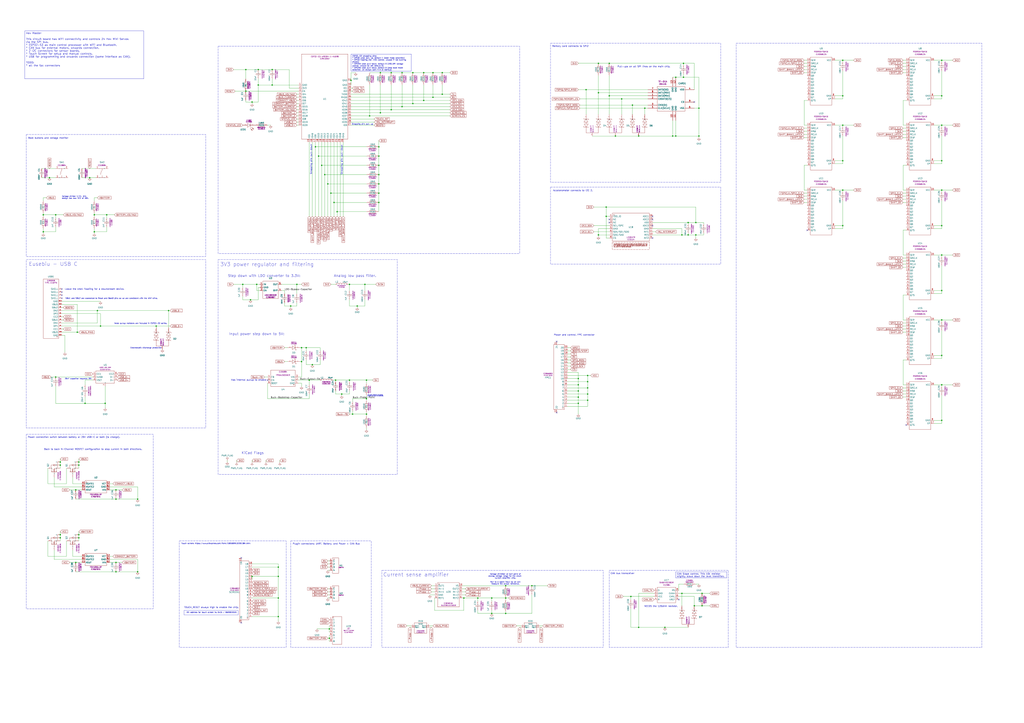
<source format=kicad_sch>
(kicad_sch (version 20250114) (generator "eeschema") (generator_version "9.0")
  (paper "A1")
  (title_block (title "Master motor control circuit") (company "Hex Robotics Limited") (comment 1 "Author: Calin Mocanu"))
  (rectangle (start 21.59 213.36) (end 168.91 351.79) (stroke (width 0) (type dash)))
  (rectangle (start 500.38 468.63) (end 598.17 532.13) (stroke (width 0) (type dash)))
  (rectangle (start 452.12 153.67) (end 591.82 217.17) (stroke (width 0) (type dash)))
  (rectangle (start 21.59 110.49) (end 168.91 210.82) (stroke (width 0) (type dash)))
  (rectangle (start 147.32 444.5) (end 234.95 532.13) (stroke (width 0) (type dash)))
  (rectangle (start 179.07 213.36) (end 326.39 389.89) (stroke (width 0) (type dash)))
  (rectangle (start 21.59 356.87) (end 125.73 500.38) (stroke (width 0) (type dash)))
  (rectangle (start 604.52 35.56) (end 806.45 532.13) (stroke (width 0) (type dash)))
  (rectangle (start 179.07 38.1) (end 426.72 208.28) (stroke (width 0) (type dash)))
  (rectangle (start 313.69 468.63) (end 495.3 532.13) (stroke (width 0) (type dash)))
  (rectangle (start 238.76 444.5) (end 304.8 532.13) (stroke (width 0) (type dash)))
  (rectangle (start 452.12 35.56) (end 591.82 149.86) (stroke (width 0) (type dash)))
  (text "Power connection switch between battery or 20V USB-C or both (to charge)." (at 22.86 359.41 0) (effects (font (size 1.27 1.27)) (justify left)))
  (text "Memory card connects to SPI2" (at 453.39 38.1 0) (effects (font (size 1.27 1.27)) (justify left)))
  (text "NEEDS the 120ohm resistor." (at 529.082 498.348 0) (effects (font (size 1.27 1.27)) (justify left)))
  (text "CAN bus transceiver" (at 501.396 471.424 0) (effects (font (size 1.27 1.27)) (justify left)))
  (text "Strapping pin: pull-down" (at 280.67 131.318 90) (effects (font (size 1.27 1.27))))
  (text "Back to back N-Channel MOSFET configuration to stop current in both directions." (at 76.454 369.316 0) (effects (font (size 1.27 1.27))))
  (text "Has internal pullup to enable" (at 218.694 312.42 0) (effects (font (size 1.27 1.27)) (justify right)))
  (text "Eusebiu - USB C" (at 43.688 217.17 0) (effects (font (size 3 3))))
  (text "Plugin connectors: UART, Battery, and Power + CAN Bus" (at 240.284 447.04 0) (effects (font (size 1.27 1.27)) (justify left)))
  (text "Analog low pass filter." (at 291.592 226.822 0) (effects (font (size 2 2))))
  (text "This small resistor is for testing \npurposes (so says the datasheet)." (at 308.356 325.12 0) (effects (font (size 0.5 0.5))))
  (text "Accelerometer connects to I2C 2." (at 454.152 156.718 0) (effects (font (size 1.27 1.27)) (justify left)))
  (text "Current sense amplifier" (at 341.63 472.44 0) (effects (font (size 3 3))))
  (text "Voltage divider 1/11, this \ndesign has max VCC of 30V." (at 50.8 162.306 0) (effects (font (size 1 1)) (justify left)))
  (text "Note: pullup resistors are included in ESP32-S3 series." (at 115.57 265.938 0) (effects (font (size 1 1))))
  (text "Leave the shell floating for a downstream device." (at 77.724 237.744 0) (effects (font (size 1.27 1.27))))
  (text "Boot buttons and voltage monitor" (at 23.114 113.538 0) (effects (font (size 1.27 1.27)) (justify left)))
  (text "Step down with LDO converter to 3.3V:" (at 216.916 226.822 0) (effects (font (size 2 2))))
  (text "Elestrostatic discharge protection" (at 119.888 286.004 0) (effects (font (size 1 1))))
  (text "KiCad Flags" (at 207.518 372.364 0) (effects (font (size 2 2))))
  (text "SBU1 and SBU2 are coonected to Reset and Boot0 pins so we are consistent with the mini drive." (at 91.694 245.364 0) (effects (font (size 1 1))))
  (text "Pull-ups on all SPI lines on the main chip." (at 528.828 54.864 0) (effects (font (size 1.27 1.27))))
  (text "Power and control, FPC connector" (at 471.678 275.336 0) (effects (font (size 1.27 1.27))))
  (text "Strapping pin: pull-down" (at 255.524 131.064 90) (effects (font (size 1.27 1.27))))
  (text "20nF capacitor requests 20V" (at 64.262 311.404 0) (effects (font (size 1 1))))
  (text "Voltage dividider at half point of\nanalog voltage range for the shunt \ncurrent amplifier chip.\n\nRun to a spare input so we can\nmeasure the actual reference." (at 415.036 475.996 0) (effects (font (size 1 1))))
  (text "Strapping pin: pull-up" (at 297.688 102.108 0) (effects (font (size 1 1))))
  (text "Input power step down to 5V:" (at 210.82 274.574 0) (effects (font (size 2 2))))
  (text "Touch screen: https://www.aliexpress.com/item/1005009132201384.html" (at 148.844 446.786 0) (effects (font (size 1 1)) (justify left)))
  (text "3V3 power regulator and filtering" (at 180.848 217.424 0) (effects (font (size 3 3)) (justify left)))
  (text "TOUCH_RESET always high to enable the chip." (at 196.088 499.364 0) (effects (font (size 1.27 1.27)) (justify right)))
  (text_box "ESP32-S3 strapping pins:\n* GPIO0 weak pull-up, default 1 (boot mode selection)\n* GPIO3 floating (for JTAG control, unused if not burning efuses)\n* GPIO45 weak pull-down, default 0 (VDD_SPI voltage control, should be left default 0)\n* GPIO46 weak pull-down, default 0 (also boot mode selection, we always want it 0 at startup)" (at 288.29 44.45 0) (size 49.53 13.97) (margins 0.9525 0.9525 0.9525 0.9525) (effects (font (size 1 1)) (justify left top)))
  (text_box "Hex Master\n\nThis circuit board has WiFi connectivity and controls 24 Hex Mini Servos \nvia the SPI bus.\n* ESP32-S3 as main control processor with WiFi and Bluetooth.\n* CAN bus for external motors, onwards connection.\n* 2 I2C connectors for sensor boards.\n* Touch Screen for setup and manual controls.\n* USB for programming and onwards connection (same interface as CAN).\n\nTODO:\n* all the fpc connectors" (at 20.32 25.4 0) (size 97.79 39.37) (margins 0.9525 0.9525 0.9525 0.9525) (effects (font (size 1.5 1.5)) (justify left top)))
  (text_box "CAN Slope control. This 10k resistor slightly slows down the level transition." (at 554.99 469.9 0) (size 41.91 5.08) (margins 0.9525 0.9525 0.9525 0.9525) (effects (font (size 1.27 1.27)) (justify left top)))
  (text_box "I2C address for touch screen is: 0x15 / 0b00010101" (at 195.58 501.65 0) (size -44.45 3.81) (margins 0.9525 0.9525 0.9525 0.9525) (effects (font (size 1 1)) (justify right top)))
  (junction (at 87.63 176.53))
  (junction (at 692.15 78.74))
  (junction (at 482.6 308.61))
  (junction (at 546.1 515.62))
  (junction (at 64.77 439.42))
  (junction (at 299.72 233.68))
  (junction (at 45.72 176.53))
  (junction (at 270.51 524.51))
  (junction (at 773.43 209.55))
  (junction (at 403.86 504.19))
  (junction (at 312.42 92.71))
  (junction (at 415.29 481.33))
  (junction (at 82.55 267.97))
  (junction (at 259.08 120.65))
  (junction (at 275.59 312.42))
  (junction (at 518.16 490.22))
  (junction (at 500.38 52.07))
  (junction (at 554.99 63.5))
  (junction (at 223.52 69.85))
  (junction (at 228.6 506.73))
  (junction (at 45.72 309.88))
  (junction (at 311.15 120.65))
  (junction (at 86.36 331.47))
  (junction (at 773.43 102.87))
  (junction (at 570.23 497.84))
  (junction (at 500.38 78.74))
  (junction (at 773.43 262.89))
  (junction (at 565.15 182.88))
  (junction (at 347.98 59.69))
  (junction (at 199.39 233.68))
  (junction (at 571.5 193.04))
  (junction (at 692.15 49.53))
  (junction (at 128.27 267.97))
  (junction (at 403.86 491.49))
  (junction (at 77.47 190.5))
  (junction (at 524.51 515.62))
  (junction (at 773.43 345.44))
  (junction (at 300.99 312.42))
  (junction (at 560.07 193.04))
  (junction (at 201.93 57.15))
  (junction (at 355.6 80.01))
  (junction (at 276.86 173.99))
  (junction (at 381 491.49))
  (junction (at 491.49 76.2))
  (junction (at 212.09 57.15))
  (junction (at 311.15 135.89))
  (junction (at 63.5 273.05))
  (junction (at 692.15 132.08))
  (junction (at 560.07 487.68))
  (junction (at 73.66 146.05))
  (junction (at 205.74 246.38))
  (junction (at 228.6 466.09))
  (junction (at 321.31 59.69))
  (junction (at 474.98 311.15))
  (junction (at 339.09 59.69))
  (junction (at 692.15 102.87))
  (junction (at 95.25 410.21))
  (junction (at 415.29 504.19))
  (junction (at 574.04 111.76))
  (junction (at 270.51 516.89))
  (junction (at 64.77 441.96))
  (junction (at 288.29 66.04))
  (junction (at 247.65 285.75))
  (junction (at 311.15 158.75))
  (junction (at 254 312.42))
  (junction (at 692.15 185.42))
  (junction (at 210.82 233.68))
  (junction (at 201.93 74.93))
  (junction (at 274.32 166.37))
  (junction (at 773.43 292.1))
  (junction (at 321.31 90.17))
  (junction (at 773.43 316.23))
  (junction (at 49.53 441.96))
  (junction (at 481.33 73.66))
  (junction (at 773.43 78.74))
  (junction (at 77.47 176.53))
  (junction (at 491.49 52.07))
  (junction (at 69.85 331.47))
  (junction (at 355.6 59.69))
  (junction (at 228.6 473.71))
  (junction (at 474.98 316.23))
  (junction (at 311.15 151.13))
  (junction (at 266.7 143.51))
  (junction (at 287.02 312.42))
  (junction (at 40.64 146.05))
  (junction (at 339.09 85.09))
  (junction (at 510.54 81.28))
  (junction (at 223.52 57.15))
  (junction (at 238.76 251.46))
  (junction (at 363.22 59.69))
  (junction (at 529.59 88.9))
  (junction (at 561.34 63.5))
  (junction (at 287.02 233.68))
  (junction (at 773.43 185.42))
  (junction (at 49.53 379.73))
  (junction (at 269.24 151.13))
  (junction (at 436.88 481.33))
  (junction (at 95.25 402.59))
  (junction (at 773.43 238.76))
  (junction (at 64.77 379.73))
  (junction (at 519.43 86.36))
  (junction (at 576.58 487.68))
  (junction (at 207.01 473.71))
  (junction (at 95.25 462.28))
  (junction (at 247.65 297.18))
  (junction (at 243.84 233.68))
  (junction (at 35.56 190.5))
  (junction (at 271.78 158.75))
  (junction (at 561.34 52.07))
  (junction (at 773.43 49.53))
  (junction (at 289.56 340.36))
  (junction (at 228.6 491.49))
  (junction (at 300.99 340.36))
  (junction (at 256.54 299.72))
  (junction (at 293.37 251.46))
  (junction (at 330.2 59.69))
  (junction (at 692.15 156.21))
  (junction (at 363.22 77.47))
  (junction (at 554.99 111.76))
  (junction (at 300.99 327.66))
  (junction (at 474.98 321.31))
  (junction (at 574.04 88.9))
  (junction (at 576.58 497.84))
  (junction (at 312.42 59.69))
  (junction (at 138.43 255.27))
  (junction (at 311.15 128.27))
  (junction (at 113.03 410.21))
  (junction (at 392.43 491.49))
  (junction (at 505.46 111.76))
  (junction (at 64.77 382.27))
  (junction (at 280.67 323.85))
  (junction (at 497.84 177.8))
  (junction (at 207.01 83.82))
  (junction (at 113.03 469.9))
  (junction (at 491.49 193.04))
  (junction (at 311.15 143.51))
  (junction (at 62.23 462.28))
  (junction (at 264.16 135.89))
  (junction (at 773.43 156.21))
  (junction (at 552.45 111.76))
  (junction (at 571.5 182.88))
  (junction (at 524.51 111.76))
  (junction (at 303.53 95.25))
  (junction (at 80.01 255.27))
  (junction (at 474.98 331.47))
  (junction (at 482.6 328.93))
  (junction (at 474.98 326.39))
  (junction (at 95.25 469.9))
  (junction (at 261.62 128.27))
  (junction (at 311.15 166.37))
  (junction (at 773.43 132.08))
  (junction (at 49.53 439.42))
  (junction (at 212.09 69.85))
  (junction (at 347.98 82.55))
  (junction (at 482.6 323.85))
  (junction (at 62.23 402.59))
  (junction (at 497.84 170.18))
  (junction (at 251.46 285.75))
  (junction (at 330.2 87.63))
  (junction (at 565.15 193.04))
  (junction (at 49.53 382.27))
  (junction (at 35.56 176.53))
  (junction (at 482.6 313.69))
  (junction (at 482.6 318.77))
  (junction (at 415.29 491.49))
  (no_connect (at 535.94 185.42))
  (no_connect (at 535.94 177.8))
  (no_connect (at 500.38 182.88))
  (no_connect (at 219.71 312.42))
  (no_connect (at 744.22 349.25))
  (no_connect (at 557.53 492.76))
  (no_connect (at 50.8 237.49))
  (no_connect (at 662.94 189.23))
  (no_connect (at 457.2 339.09))
  (no_connect (at 457.2 280.67))
  (no_connect (at 50.8 242.57))
  (no_connect (at 570.23 83.82))
  (no_connect (at 535.94 195.58))
  (no_connect (at 50.8 245.11))
  (no_connect (at 535.94 180.34))
  (no_connect (at 50.8 240.03))
  (no_connect (at 198.12 458.47))
  (no_connect (at 198.12 511.81))
  (no_connect (at 500.38 180.34))
  (wire (pts (xy 93.98 176.53) (xy 87.63 176.53)))
  (wire (pts (xy 312.42 69.85) (xy 312.42 92.71)))
  (wire (pts (xy 482.6 313.69) (xy 482.6 308.61)))
  (wire (pts (xy 782.32 49.53) (xy 773.43 49.53)))
  (wire (pts (xy 574.04 63.5) (xy 574.04 88.9)))
  (wire (pts (xy 436.88 488.95) (xy 436.88 504.19)))
  (wire (pts (xy 330.2 59.69) (xy 339.09 59.69)))
  (wire (pts (xy 487.68 185.42) (xy 500.38 185.42)))
  (wire (pts (xy 229.87 379.73) (xy 229.87 378.46)))
  (wire (pts (xy 217.17 309.88) (xy 219.71 309.88)))
  (wire (pts (xy 524.51 487.68) (xy 524.51 515.62)))
  (wire (pts (xy 311.15 166.37) (xy 311.15 173.99)))
  (wire (pts (xy 52.07 176.53) (xy 45.72 176.53)))
  (wire (pts (xy 49.53 436.88) (xy 49.53 439.42)))
  (wire (pts (xy 289.56 327.66) (xy 289.56 330.2)))
  (wire (pts (xy 201.93 74.93) (xy 245.11 74.93)))
  (wire (pts (xy 692.15 58.42) (xy 692.15 78.74)))
  (wire (pts (xy 660.4 113.03) (xy 662.94 113.03)))
  (wire (pts (xy 500.38 193.04) (xy 491.49 193.04)))
  (wire (pts (xy 77.47 177.8) (xy 77.47 176.53)))
  (wire (pts (xy 436.88 481.33) (xy 449.58 481.33)))
  (wire (pts (xy 223.52 57.15) (xy 237.49 57.15)))
  (wire (pts (xy 95.25 410.21) (xy 113.03 410.21)))
  (wire (pts (xy 237.49 72.39) (xy 237.49 57.15)))
  (wire (pts (xy 35.56 176.53) (xy 35.56 175.26)))
  (wire (pts (xy 468.63 295.91) (xy 466.09 295.91)))
  (wire (pts (xy 773.43 325.12) (xy 773.43 345.44)))
  (wire (pts (xy 287.02 246.38) (xy 287.02 251.46)))
  (wire (pts (xy 274.32 177.8) (xy 274.32 166.37)))
  (wire (pts (xy 491.49 194.31) (xy 491.49 193.04)))
  (wire (pts (xy 466.09 318.77) (xy 482.6 318.77)))
  (wire (pts (xy 269.24 151.13) (xy 269.24 116.84)))
  (wire (pts (xy 63.5 250.19) (xy 63.5 273.05)))
  (wire (pts (xy 773.43 209.55) (xy 767.08 209.55)))
  (wire (pts (xy 685.8 185.42) (xy 692.15 185.42)))
  (wire (pts (xy 561.34 480.06) (xy 557.53 480.06)))
  (wire (pts (xy 353.06 488.95) (xy 356.87 488.95)))
  (wire (pts (xy 228.6 473.71) (xy 207.01 473.71)))
  (wire (pts (xy 113.03 459.74) (xy 113.03 469.9)))
  (wire (pts (xy 660.4 82.55) (xy 660.4 102.87)))
  (wire (pts (xy 228.6 463.55) (xy 228.6 466.09)))
  (wire (pts (xy 207.01 83.82) (xy 212.09 83.82)))
  (wire (pts (xy 482.6 323.85) (xy 482.6 318.77)))
  (wire (pts (xy 238.76 252.73) (xy 238.76 251.46)))
  (wire (pts (xy 243.84 92.71) (xy 245.11 92.71)))
  (wire (pts (xy 773.43 271.78) (xy 773.43 292.1)))
  (wire (pts (xy 474.98 316.23) (xy 474.98 321.31)))
  (wire (pts (xy 35.56 191.77) (xy 35.56 190.5)))
  (wire (pts (xy 355.6 514.35) (xy 353.06 514.35)))
  (wire (pts (xy 354.33 481.33) (xy 356.87 481.33)))
  (wire (pts (xy 80.01 255.27) (xy 138.43 255.27)))
  (wire (pts (xy 403.86 491.49) (xy 415.29 491.49)))
  (wire (pts (xy 767.08 292.1) (xy 773.43 292.1)))
  (wire (pts (xy 415.29 504.19) (xy 415.29 502.92)))
  (wire (pts (xy 767.08 347.98) (xy 773.43 347.98)))
  (wire (pts (xy 210.82 233.68) (xy 213.36 233.68)))
  (wire (pts (xy 49.53 377.19) (xy 49.53 379.73)))
  (wire (pts (xy 474.98 326.39) (xy 474.98 331.47)))
  (wire (pts (xy 288.29 77.47) (xy 363.22 77.47)))
  (wire (pts (xy 80.01 162.56) (xy 77.47 162.56)))
  (wire (pts (xy 497.84 177.8) (xy 497.84 195.58)))
  (wire (pts (xy 741.68 209.55) (xy 744.22 209.55)))
  (wire (pts (xy 474.98 73.66) (xy 481.33 73.66)))
  (wire (pts (xy 54.61 444.5) (xy 54.61 457.2)))
  (wire (pts (xy 212.09 69.85) (xy 212.09 64.77)))
  (wire (pts (xy 355.6 69.85) (xy 355.6 80.01)))
  (wire (pts (xy 336.55 515.62) (xy 337.82 515.62)))
  (wire (pts (xy 289.56 337.82) (xy 289.56 340.36)))
  (wire (pts (xy 660.4 135.89) (xy 662.94 135.89)))
  (wire (pts (xy 692.15 156.21) (xy 685.8 156.21)))
  (wire (pts (xy 552.45 111.76) (xy 552.45 99.06)))
  (wire (pts (xy 251.46 288.29) (xy 251.46 285.75)))
  (wire (pts (xy 254 312.42) (xy 245.11 312.42)))
  (wire (pts (xy 113.03 400.05) (xy 113.03 410.21)))
  (wire (pts (xy 212.09 57.15) (xy 223.52 57.15)))
  (wire (pts (xy 293.37 252.73) (xy 293.37 251.46)))
  (wire (pts (xy 45.72 309.88) (xy 76.2 309.88)))
  (wire (pts (xy 41.91 309.88) (xy 45.72 309.88)))
  (wire (pts (xy 269.24 151.13) (xy 300.99 151.13)))
  (wire (pts (xy 287.02 323.85) (xy 287.02 321.31)))
  (wire (pts (xy 557.53 480.06) (xy 557.53 485.14)))
  (wire (pts (xy 741.68 102.87) (xy 744.22 102.87)))
  (wire (pts (xy 64.77 377.19) (xy 64.77 379.73)))
  (wire (pts (xy 57.15 462.28) (xy 62.23 462.28)))
  (wire (pts (xy 288.29 80.01) (xy 355.6 80.01)))
  (wire (pts (xy 53.34 275.59) (xy 53.34 289.56)))
  (wire (pts (xy 741.68 295.91) (xy 744.22 295.91)))
  (wire (pts (xy 276.86 173.99) (xy 300.99 173.99)))
  (wire (pts (xy 557.53 487.68) (xy 560.07 487.68)))
  (wire (pts (xy 262.89 312.42) (xy 254 312.42)))
  (wire (pts (xy 222.25 102.87) (xy 219.71 102.87)))
  (wire (pts (xy 303.53 69.85) (xy 303.53 95.25)))
  (wire (pts (xy 767.08 185.42) (xy 773.43 185.42)))
  (wire (pts (xy 773.43 156.21) (xy 767.08 156.21)))
  (wire (pts (xy 476.25 81.28) (xy 510.54 81.28)))
  (wire (pts (xy 311.15 120.65) (xy 311.15 128.27)))
  (wire (pts (xy 260.35 516.89) (xy 270.51 516.89)))
  (wire (pts (xy 535.94 193.04) (xy 560.07 193.04)))
  (wire (pts (xy 741.68 318.77) (xy 744.22 318.77)))
  (wire (pts (xy 64.77 382.27) (xy 64.77 384.81)))
  (wire (pts (xy 782.32 316.23) (xy 773.43 316.23)))
  (wire (pts (xy 741.68 135.89) (xy 744.22 135.89)))
  (wire (pts (xy 231.14 233.68) (xy 243.84 233.68)))
  (wire (pts (xy 256.54 299.72) (xy 262.89 299.72)))
  (wire (pts (xy 303.53 95.25) (xy 369.57 95.25)))
  (wire (pts (xy 767.08 132.08) (xy 773.43 132.08)))
  (wire (pts (xy 64.77 379.73) (xy 64.77 382.27)))
  (wire (pts (xy 741.68 110.49) (xy 744.22 110.49)))
  (wire (pts (xy 773.43 347.98) (xy 773.43 345.44)))
  (wire (pts (xy 287.02 251.46) (xy 293.37 251.46)))
  (wire (pts (xy 767.08 78.74) (xy 773.43 78.74)))
  (wire (pts (xy 773.43 81.28) (xy 773.43 78.74)))
  (wire (pts (xy 701.04 49.53) (xy 692.15 49.53)))
  (wire (pts (xy 570.23 52.07) (xy 570.23 73.66)))
  (wire (pts (xy 95.25 462.28) (xy 90.17 462.28)))
  (wire (pts (xy 243.84 248.92) (xy 243.84 251.46)))
  (wire (pts (xy 233.68 285.75) (xy 236.22 285.75)))
  (wire (pts (xy 487.68 190.5) (xy 500.38 190.5)))
  (wire (pts (xy 64.77 439.42) (xy 64.77 441.96)))
  (wire (pts (xy 500.38 62.23) (xy 500.38 78.74)))
  (wire (pts (xy 90.17 459.74) (xy 113.03 459.74)))
  (wire (pts (xy 741.68 316.23) (xy 741.68 295.91)))
  (wire (pts (xy 247.65 309.88) (xy 245.11 309.88)))
  (wire (pts (xy 347.98 59.69) (xy 355.6 59.69)))
  (wire (pts (xy 228.6 510.54) (xy 228.6 506.73)))
  (wire (pts (xy 741.68 270.51) (xy 744.22 270.51)))
  (wire (pts (xy 519.43 86.36) (xy 532.13 86.36)))
  (wire (pts (xy 782.32 262.89) (xy 773.43 262.89)))
  (wire (pts (xy 392.43 504.19) (xy 392.43 501.65)))
  (wire (pts (xy 560.07 487.68) (xy 560.07 497.84)))
  (wire (pts (xy 39.37 457.2) (xy 39.37 444.5)))
  (wire (pts (xy 491.49 76.2) (xy 491.49 93.98)))
  (wire (pts (xy 662.94 82.55) (xy 660.4 82.55)))
  (wire (pts (xy 741.68 212.09) (xy 744.22 212.09)))
  (wire (pts (xy 468.63 303.53) (xy 466.09 303.53)))
  (wire (pts (xy 560.07 193.04) (xy 565.15 193.04)))
  (wire (pts (xy 426.72 515.62) (xy 427.99 515.62)))
  (wire (pts (xy 64.77 441.96) (xy 64.77 444.5)))
  (wire (pts (xy 77.47 162.56) (xy 77.47 165.1)))
  (wire (pts (xy 311.15 151.13) (xy 311.15 158.75)))
  (wire (pts (xy 347.98 59.69) (xy 339.09 59.69)))
  (wire (pts (xy 468.63 298.45) (xy 466.09 298.45)))
  (wire (pts (xy 287.02 312.42) (xy 300.99 312.42)))
  (wire (pts (xy 261.62 177.8) (xy 261.62 128.27)))
  (wire (pts (xy 82.55 267.97) (xy 128.27 267.97)))
  (wire (pts (xy 247.65 285.75) (xy 247.65 297.18)))
  (wire (pts (xy 35.56 190.5) (xy 35.56 187.96)))
  (wire (pts (xy 468.63 290.83) (xy 466.09 290.83)))
  (wire (pts (xy 741.68 113.03) (xy 744.22 113.03)))
  (wire (pts (xy 300.99 314.96) (xy 300.99 312.42)))
  (wire (pts (xy 500.38 52.07) (xy 561.34 52.07)))
  (wire (pts (xy 45.72 190.5) (xy 35.56 190.5)))
  (wire (pts (xy 415.29 481.33) (xy 436.88 481.33)))
  (wire (pts (xy 773.43 111.76) (xy 773.43 132.08)))
  (wire (pts (xy 773.43 58.42) (xy 773.43 78.74)))
  (wire (pts (xy 67.31 146.05) (xy 73.66 146.05)))
  (wire (pts (xy 228.6 491.49) (xy 207.01 491.49)))
  (wire (pts (xy 403.86 501.65) (xy 403.86 504.19)))
  (wire (pts (xy 50.8 265.43) (xy 80.01 265.43)))
  (wire (pts (xy 287.02 340.36) (xy 289.56 340.36)))
  (wire (pts (xy 701.04 102.87) (xy 692.15 102.87)))
  (wire (pts (xy 44.45 400.05) (xy 67.31 400.05)))
  (wire (pts (xy 415.29 492.76) (xy 415.29 491.49)))
  (wire (pts (xy 212.09 236.22) (xy 213.36 236.22)))
  (wire (pts (xy 339.09 69.85) (xy 339.09 85.09)))
  (wire (pts (xy 201.93 83.82) (xy 207.01 83.82)))
  (wire (pts (xy 287.02 313.69) (xy 287.02 312.42)))
  (wire (pts (xy 54.61 384.81) (xy 54.61 397.51)))
  (wire (pts (xy 303.53 95.25) (xy 288.29 95.25)))
  (wire (pts (xy 233.68 241.3) (xy 233.68 238.76)))
  (wire (pts (xy 741.68 105.41) (xy 744.22 105.41)))
  (wire (pts (xy 500.38 78.74) (xy 500.38 93.98)))
  (wire (pts (xy 773.43 316.23) (xy 767.08 316.23)))
  (wire (pts (xy 466.09 306.07) (xy 474.98 306.07)))
  (wire (pts (xy 685.8 134.62) (xy 692.15 134.62)))
  (wire (pts (xy 741.68 262.89) (xy 744.22 262.89)))
  (wire (pts (xy 571.5 480.06) (xy 574.04 480.06)))
  (wire (pts (xy 660.4 135.89) (xy 660.4 156.21)))
  (wire (pts (xy 660.4 59.69) (xy 662.94 59.69)))
  (wire (pts (xy 382.27 486.41) (xy 379.73 486.41)))
  (wire (pts (xy 251.46 285.75) (xy 262.89 285.75)))
  (wire (pts (xy 243.84 95.25) (xy 245.11 95.25)))
  (wire (pts (xy 73.66 146.05) (xy 78.74 146.05)))
  (wire (pts (xy 95.25 469.9) (xy 113.03 469.9)))
  (wire (pts (xy 482.6 334.01) (xy 482.6 328.93)))
  (wire (pts (xy 466.09 334.01) (xy 482.6 334.01)))
  (wire (pts (xy 741.68 161.29) (xy 744.22 161.29)))
  (wire (pts (xy 289.56 74.93) (xy 288.29 74.93)))
  (wire (pts (xy 491.49 76.2) (xy 491.49 62.23)))
  (wire (pts (xy 424.18 514.35) (xy 427.99 514.35)))
  (wire (pts (xy 685.8 132.08) (xy 692.15 132.08)))
  (wire (pts (xy 280.67 325.12) (xy 280.67 323.85)))
  (wire (pts (xy 243.84 100.33) (xy 245.11 100.33)))
  (wire (pts (xy 767.08 238.76) (xy 773.43 238.76)))
  (wire (pts (xy 50.8 275.59) (xy 53.34 275.59)))
  (wire (pts (xy 741.68 316.23) (xy 744.22 316.23)))
  (wire (pts (xy 474.98 311.15) (xy 466.09 311.15)))
  (wire (pts (xy 552.45 63.5) (xy 554.99 63.5)))
  (wire (pts (xy 474.98 52.07) (xy 491.49 52.07)))
  (wire (pts (xy 741.68 156.21) (xy 741.68 135.89)))
  (wire (pts (xy 92.71 457.2) (xy 90.17 457.2)))
  (wire (pts (xy 474.98 311.15) (xy 474.98 316.23)))
  (wire (pts (xy 474.98 321.31) (xy 466.09 321.31)))
  (wire (pts (xy 311.15 128.27) (xy 311.15 135.89)))
  (wire (pts (xy 468.63 293.37) (xy 466.09 293.37)))
  (wire (pts (xy 90.17 400.05) (xy 113.03 400.05)))
  (wire (pts (xy 205.74 246.38) (xy 212.09 246.38)))
  (wire (pts (xy 261.62 128.27) (xy 300.99 128.27)))
  (wire (pts (xy 274.32 166.37) (xy 300.99 166.37)))
  (wire (pts (xy 524.51 111.76) (xy 552.45 111.76)))
  (wire (pts (xy 560.07 487.68) (xy 576.58 487.68)))
  (wire (pts (xy 546.1 515.62) (xy 565.15 515.62)))
  (wire (pts (xy 256.54 116.84) (xy 256.54 177.8)))
  (wire (pts (xy 77.47 191.77) (xy 77.47 190.5)))
  (wire (pts (xy 243.84 87.63) (xy 245.11 87.63)))
  (wire (pts (xy 347.98 82.55) (xy 369.57 82.55)))
  (wire (pts (xy 356.87 501.65) (xy 381 501.65)))
  (wire (pts (xy 482.6 318.77) (xy 482.6 313.69)))
  (wire (pts (xy 355.6 80.01) (xy 369.57 80.01)))
  (wire (pts (xy 415.29 491.49) (xy 417.83 491.49)))
  (wire (pts (xy 482.6 328.93) (xy 482.6 323.85)))
  (wire (pts (xy 466.09 328.93) (xy 482.6 328.93)))
  (wire (pts (xy 773.43 156.21) (xy 773.43 157.48)))
  (wire (pts (xy 445.77 514.35) (xy 443.23 514.35)))
  (wire (pts (xy 773.43 262.89) (xy 773.43 264.16)))
  (wire (pts (xy 312.42 92.71) (xy 369.57 92.71)))
  (wire (pts (xy 69.85 312.42) (xy 76.2 312.42)))
  (wire (pts (xy 741.68 323.85) (xy 744.22 323.85)))
  (wire (pts (xy 466.09 323.85) (xy 482.6 323.85)))
  (wire (pts (xy 261.62 128.27) (xy 261.62 116.84)))
  (wire (pts (xy 741.68 57.15) (xy 744.22 57.15)))
  (wire (pts (xy 660.4 102.87) (xy 662.94 102.87)))
  (wire (pts (xy 264.16 135.89) (xy 300.99 135.89)))
  (wire (pts (xy 403.86 504.19) (xy 415.29 504.19)))
  (wire (pts (xy 92.71 397.51) (xy 90.17 397.51)))
  (wire (pts (xy 228.6 466.09) (xy 228.6 473.71)))
  (wire (pts (xy 382.27 488.95) (xy 379.73 488.95)))
  (wire (pts (xy 285.75 233.68) (xy 287.02 233.68)))
  (wire (pts (xy 49.53 382.27) (xy 49.53 384.81)))
  (wire (pts (xy 86.36 317.5) (xy 86.36 331.47)))
  (wire (pts (xy 574.04 113.03) (xy 574.04 111.76)))
  (wire (pts (xy 741.68 267.97) (xy 744.22 267.97)))
  (wire (pts (xy 497.84 195.58) (xy 500.38 195.58)))
  (wire (pts (xy 660.4 49.53) (xy 662.94 49.53)))
  (wire (pts (xy 270.51 516.89) (xy 270.51 519.43)))
  (wire (pts (xy 300.99 312.42) (xy 306.07 312.42)))
  (wire (pts (xy 270.51 486.41) (xy 269.24 486.41)))
  (wire (pts (xy 485.14 308.61) (xy 482.6 308.61)))
  (wire (pts (xy 692.15 134.62) (xy 692.15 132.08)))
  (wire (pts (xy 288.29 82.55) (xy 347.98 82.55)))
  (wire (pts (xy 381 501.65) (xy 381 491.49)))
  (wire (pts (xy 62.23 402.59) (xy 67.31 402.59)))
  (wire (pts (xy 233.68 251.46) (xy 238.76 251.46)))
  (wire (pts (xy 274.32 166.37) (xy 274.32 116.84)))
  (wire (pts (xy 476.25 86.36) (xy 519.43 86.36)))
  (wire (pts (xy 52.07 260.35) (xy 50.8 260.35)))
  (wire (pts (xy 273.05 312.42) (xy 275.59 312.42)))
  (wire (pts (xy 59.69 452.12) (xy 59.69 457.2)))
  (wire (pts (xy 207.01 473.71) (xy 207.01 476.25)))
  (wire (pts (xy 537.21 487.68) (xy 524.51 487.68)))
  (wire (pts (xy 741.68 262.89) (xy 741.68 242.57)))
  (wire (pts (xy 251.46 295.91) (xy 251.46 299.72)))
  (wire (pts (xy 519.43 86.36) (xy 519.43 93.98)))
  (wire (pts (xy 207.01 85.09) (xy 207.01 83.82)))
  (wire (pts (xy 660.4 107.95) (xy 662.94 107.95)))
  (wire (pts (xy 570.23 497.84) (xy 576.58 497.84)))
  (wire (pts (xy 45.72 186.69) (xy 45.72 190.5)))
  (wire (pts (xy 39.37 397.51) (xy 39.37 384.81)))
  (wire (pts (xy 243.84 82.55) (xy 245.11 82.55)))
  (wire (pts (xy 660.4 166.37) (xy 662.94 166.37)))
  (wire (pts (xy 264.16 177.8) (xy 264.16 135.89)))
  (wire (pts (xy 247.65 317.5) (xy 247.65 314.96)))
  (wire (pts (xy 247.65 297.18) (xy 247.65 309.88)))
  (wire (pts (xy 560.07 187.96) (xy 560.07 193.04)))
  (wire (pts (xy 767.08 187.96) (xy 773.43 187.96)))
  (wire (pts (xy 660.4 57.15) (xy 662.94 57.15)))
  (wire (pts (xy 62.23 462.28) (xy 67.31 462.28)))
  (wire (pts (xy 741.68 163.83) (xy 744.22 163.83)))
  (wire (pts (xy 287.02 238.76) (xy 287.02 233.68)))
  (wire (pts (xy 218.44 379.73) (xy 218.44 378.46)))
  (wire (pts (xy 741.68 158.75) (xy 744.22 158.75)))
  (wire (pts (xy 741.68 219.71) (xy 744.22 219.71)))
  (wire (pts (xy 194.31 378.46) (xy 194.31 379.73)))
  (wire (pts (xy 45.72 176.53) (xy 45.72 179.07)))
  (wire (pts (xy 288.29 102.87) (xy 307.34 102.87)))
  (wire (pts (xy 34.29 146.05) (xy 40.64 146.05)))
  (wire (pts (xy 288.29 87.63) (xy 330.2 87.63)))
  (wire (pts (xy 782.32 209.55) (xy 773.43 209.55)))
  (wire (pts (xy 233.68 297.18) (xy 236.22 297.18)))
  (wire (pts (xy 773.43 165.1) (xy 773.43 185.42)))
  (wire (pts (xy 251.46 299.72) (xy 256.54 299.72)))
  (wire (pts (xy 35.56 162.56) (xy 35.56 165.1)))
  (wire (pts (xy 312.42 92.71) (xy 288.29 92.71)))
  (wire (pts (xy 49.53 379.73) (xy 49.53 382.27)))
  (wire (pts (xy 50.8 267.97) (xy 82.55 267.97)))
  (wire (pts (xy 334.01 514.35) (xy 337.82 514.35)))
  (wire (pts (xy 186.69 378.46) (xy 186.69 379.73)))
  (wire (pts (xy 415.29 504.19) (xy 436.88 504.19)))
  (wire (pts (xy 288.29 66.04) (xy 288.29 69.85)))
  (wire (pts (xy 773.43 209.55) (xy 773.43 210.82)))
  (wire (pts (xy 474.98 331.47) (xy 466.09 331.47)))
  (wire (pts (xy 339.09 85.09) (xy 369.57 85.09)))
  (wire (pts (xy 321.31 90.17) (xy 369.57 90.17)))
  (wire (pts (xy 773.43 49.53) (xy 773.43 50.8)))
  (wire (pts (xy 87.63 186.69) (xy 87.63 190.5)))
  (wire (pts (xy 767.08 81.28) (xy 773.43 81.28)))
  (wire (pts (xy 466.09 313.69) (xy 482.6 313.69)))
  (wire (pts (xy 773.43 218.44) (xy 773.43 238.76)))
  (wire (pts (xy 281.94 116.84) (xy 281.94 177.8)))
  (wire (pts (xy 199.39 246.38) (xy 205.74 246.38)))
  (wire (pts (xy 300.99 351.79) (xy 300.99 353.06)))
  (wire (pts (xy 212.09 236.22) (xy 212.09 246.38)))
  (wire (pts (xy 87.63 190.5) (xy 77.47 190.5)))
  (wire (pts (xy 392.43 494.03) (xy 392.43 491.49)))
  (wire (pts (xy 67.31 138.43) (xy 78.74 138.43)))
  (wire (pts (xy 276.86 177.8) (xy 276.86 173.99)))
  (wire (pts (xy 50.8 255.27) (xy 80.01 255.27)))
  (wire (pts (xy 355.6 59.69) (xy 363.22 59.69)))
  (wire (pts (xy 330.2 59.69) (xy 321.31 59.69)))
  (wire (pts (xy 474.98 306.07) (xy 474.98 311.15)))
  (wire (pts (xy 254 116.84) (xy 254 177.8)))
  (wire (pts (xy 660.4 158.75) (xy 662.94 158.75)))
  (wire (pts (xy 266.7 143.51) (xy 300.99 143.51)))
  (wire (pts (xy 245.11 69.85) (xy 223.52 69.85)))
  (wire (pts (xy 379.73 491.49) (xy 381 491.49)))
  (wire (pts (xy 288.29 59.69) (xy 288.29 66.04)))
  (wire (pts (xy 692.15 165.1) (xy 692.15 185.42)))
  (wire (pts (xy 307.34 97.79) (xy 288.29 97.79)))
  (wire (pts (xy 773.43 294.64) (xy 773.43 292.1)))
  (wire (pts (xy 243.84 241.3) (xy 243.84 233.68)))
  (wire (pts (xy 50.8 247.65) (xy 82.55 247.65)))
  (wire (pts (xy 741.68 321.31) (xy 744.22 321.31)))
  (wire (pts (xy 701.04 156.21) (xy 692.15 156.21)))
  (wire (pts (xy 38.1 162.56) (xy 35.56 162.56)))
  (wire (pts (xy 77.47 176.53) (xy 77.47 175.26)))
  (wire (pts (xy 246.38 285.75) (xy 247.65 285.75)))
  (wire (pts (xy 382.27 483.87) (xy 379.73 483.87)))
  (wire (pts (xy 577.85 182.88) (xy 577.85 184.15)))
  (wire (pts (xy 44.45 400.05) (xy 44.45 392.43)))
  (wire (pts (xy 262.89 299.72) (xy 262.89 295.91)))
  (wire (pts (xy 247.65 285.75) (xy 251.46 285.75)))
  (wire (pts (xy 243.84 90.17) (xy 245.11 90.17)))
  (wire (pts (xy 49.53 441.96) (xy 49.53 444.5)))
  (wire (pts (xy 69.85 326.39) (xy 69.85 331.47)))
  (wire (pts (xy 223.52 69.85) (xy 212.09 69.85)))
  (wire (pts (xy 128.27 267.97) (xy 128.27 269.24)))
  (wire (pts (xy 275.59 313.69) (xy 275.59 312.42)))
  (wire (pts (xy 86.36 335.28) (xy 86.36 331.47)))
  (wire (pts (xy 77.47 190.5) (xy 77.47 187.96)))
  (wire (pts (xy 741.68 217.17) (xy 744.22 217.17)))
  (wire (pts (xy 474.98 316.23) (xy 466.09 316.23)))
  (wire (pts (xy 741.68 209.55) (xy 741.68 189.23)))
  (wire (pts (xy 275.59 312.42) (xy 287.02 312.42)))
  (wire (pts (xy 57.15 402.59) (xy 62.23 402.59)))
  (wire (pts (xy 62.23 410.21) (xy 95.25 410.21)))
  (wire (pts (xy 199.39 236.22) (xy 199.39 233.68)))
  (wire (pts (xy 243.84 85.09) (xy 245.11 85.09)))
  (wire (pts (xy 565.15 184.15) (xy 565.15 182.88)))
  (wire (pts (xy 300.99 340.36) (xy 300.99 339.09)))
  (wire (pts (xy 247.65 314.96) (xy 245.11 314.96)))
  (wire (pts (xy 275.59 323.85) (xy 275.59 321.31)))
  (wire (pts (xy 52.07 252.73) (xy 50.8 252.73)))
  (wire (pts (xy 767.08 345.44) (xy 773.43 345.44)))
  (wire (pts (xy 82.55 257.81) (xy 82.55 267.97)))
  (wire (pts (xy 300.99 341.63) (xy 300.99 340.36)))
  (wire (pts (xy 577.85 193.04) (xy 577.85 191.77)))
  (wire (pts (xy 741.68 156.21) (xy 744.22 156.21)))
  (wire (pts (xy 259.08 120.65) (xy 259.08 177.8)))
  (wire (pts (xy 741.68 273.05) (xy 744.22 273.05)))
  (wire (pts (xy 270.51 491.49) (xy 269.24 491.49)))
  (wire (pts (xy 270.51 461.01) (xy 269.24 461.01)))
  (wire (pts (xy 223.52 64.77) (xy 223.52 69.85)))
  (wire (pts (xy 535.94 187.96) (xy 560.07 187.96)))
  (wire (pts (xy 199.39 233.68) (xy 210.82 233.68)))
  (wire (pts (xy 50.8 273.05) (xy 63.5 273.05)))
  (wire (pts (xy 554.99 63.5) (xy 561.34 63.5)))
  (wire (pts (xy 271.78 158.75) (xy 271.78 116.84)))
  (wire (pts (xy 34.29 138.43) (xy 45.72 138.43)))
  (wire (pts (xy 403.86 491.49) (xy 403.86 494.03)))
  (wire (pts (xy 773.43 187.96) (xy 773.43 185.42)))
  (wire (pts (xy 692.15 111.76) (xy 692.15 132.08)))
  (wire (pts (xy 228.6 473.71) (xy 228.6 491.49)))
  (wire (pts (xy 254 323.85) (xy 254 327.66)))
  (wire (pts (xy 271.78 158.75) (xy 300.99 158.75)))
  (wire (pts (xy 270.51 488.95) (xy 269.24 488.95)))
  (wire (pts (xy 685.8 187.96) (xy 692.15 187.96)))
  (wire (pts (xy 561.34 53.34) (xy 561.34 52.07)))
  (wire (pts (xy 518.16 515.62) (xy 518.16 500.38)))
  (wire (pts (xy 289.56 72.39) (xy 288.29 72.39)))
  (wire (pts (xy 201.93 83.82) (xy 201.93 82.55)))
  (wire (pts (xy 270.51 468.63) (xy 269.24 468.63)))
  (wire (pts (xy 491.49 193.04) (xy 491.49 187.96)))
  (wire (pts (xy 269.24 177.8) (xy 269.24 151.13)))
  (wire (pts (xy 201.93 57.15) (xy 201.93 64.77)))
  (wire (pts (xy 532.13 76.2) (xy 491.49 76.2)))
  (wire (pts (xy 474.98 321.31) (xy 474.98 326.39)))
  (wire (pts (xy 62.23 469.9) (xy 95.25 469.9)))
  (wire (pts (xy 741.68 54.61) (xy 744.22 54.61)))
  (wire (pts (xy 392.43 491.49) (xy 403.86 491.49)))
  (wire (pts (xy 280.67 323.85) (xy 287.02 323.85)))
  (wire (pts (xy 321.31 69.85) (xy 321.31 90.17)))
  (wire (pts (xy 288.29 59.69) (xy 292.1 59.69)))
  (wire (pts (xy 193.04 74.93) (xy 201.93 74.93)))
  (wire (pts (xy 741.68 102.87) (xy 741.68 82.55)))
  (wire (pts (xy 741.68 59.69) (xy 744.22 59.69)))
  (wire (pts (xy 773.43 316.23) (xy 773.43 317.5)))
  (wire (pts (xy 474.98 331.47) (xy 474.98 340.36)))
  (wire (pts (xy 300.99 325.12) (xy 300.99 327.66)))
  (wire (pts (xy 289.56 340.36) (xy 300.99 340.36)))
  (wire (pts (xy 518.16 490.22) (xy 537.21 490.22)))
  (wire (pts (xy 69.85 316.23) (xy 69.85 312.42)))
  (wire (pts (xy 356.87 491.49) (xy 356.87 501.65)))
  (wire (pts (xy 773.43 134.62) (xy 773.43 132.08)))
  (wire (pts (xy 199.39 243.84) (xy 199.39 246.38)))
  (wire (pts (xy 219.71 314.96) (xy 219.71 327.66)))
  (wire (pts (xy 571.5 193.04) (xy 571.5 195.58)))
  (wire (pts (xy 692.15 102.87) (xy 685.8 102.87)))
  (wire (pts (xy 518.16 492.76) (xy 518.16 490.22)))
  (wire (pts (xy 692.15 49.53) (xy 685.8 49.53)))
  (wire (pts (xy 207.01 378.46) (xy 207.01 379.73)))
  (wire (pts (xy 685.8 81.28) (xy 692.15 81.28)))
  (wire (pts (xy 228.6 506.73) (xy 207.01 506.73)))
  (wire (pts (xy 288.29 90.17) (xy 321.31 90.17)))
  (wire (pts (xy 138.43 255.27) (xy 138.43 269.24)))
  (wire (pts (xy 482.6 308.61) (xy 466.09 308.61)))
  (wire (pts (xy 741.68 52.07) (xy 744.22 52.07)))
  (wire (pts (xy 741.68 49.53) (xy 744.22 49.53)))
  (wire (pts (xy 782.32 156.21) (xy 773.43 156.21)))
  (wire (pts (xy 262.89 285.75) (xy 262.89 288.29)))
  (wire (pts (xy 660.4 163.83) (xy 662.94 163.83)))
  (wire (pts (xy 64.77 436.88) (xy 64.77 439.42)))
  (wire (pts (xy 565.15 193.04) (xy 565.15 191.77)))
  (wire (pts (xy 307.34 100.33) (xy 288.29 100.33)))
  (wire (pts (xy 692.15 49.53) (xy 692.15 50.8)))
  (wire (pts (xy 741.68 242.57) (xy 744.22 242.57)))
  (wire (pts (xy 576.58 497.84) (xy 582.93 497.84)))
  (wire (pts (xy 243.84 80.01) (xy 245.11 80.01)))
  (wire (pts (xy 561.34 60.96) (xy 561.34 63.5)))
  (wire (pts (xy 270.51 463.55) (xy 269.24 463.55)))
  (wire (pts (xy 288.29 85.09) (xy 339.09 85.09)))
  (wire (pts (xy 311.15 115.57) (xy 311.15 120.65)))
  (wire (pts (xy 782.32 102.87) (xy 773.43 102.87)))
  (wire (pts (xy 570.23 490.22) (xy 570.23 497.84)))
  (wire (pts (xy 299.72 233.68) (xy 299.72 238.76)))
  (wire (pts (xy 270.51 524.51) (xy 270.51 527.05)))
  (wire (pts (xy 45.72 176.53) (xy 35.56 176.53)))
  (wire (pts (xy 238.76 251.46) (xy 243.84 251.46)))
  (wire (pts (xy 381 491.49) (xy 392.43 491.49)))
  (wire (pts (xy 54.61 457.2) (xy 39.37 457.2)))
  (wire (pts (xy 293.37 251.46) (xy 299.72 251.46)))
  (wire (pts (xy 741.68 326.39) (xy 744.22 326.39)))
  (wire (pts (xy 741.68 107.95) (xy 744.22 107.95)))
  (wire (pts (xy 660.4 161.29) (xy 662.94 161.29)))
  (wire (pts (xy 773.43 102.87) (xy 767.08 102.87)))
  (wire (pts (xy 54.61 397.51) (xy 39.37 397.51)))
  (wire (pts (xy 379.73 481.33) (xy 415.29 481.33)))
  (wire (pts (xy 497.84 177.8) (xy 500.38 177.8)))
  (wire (pts (xy 574.04 88.9) (xy 570.23 88.9)))
  (wire (pts (xy 500.38 78.74) (xy 532.13 78.74)))
  (wire (pts (xy 660.4 110.49) (xy 662.94 110.49)))
  (wire (pts (xy 505.46 111.76) (xy 524.51 111.76)))
  (wire (pts (xy 59.69 397.51) (xy 67.31 397.51)))
  (wire (pts (xy 287.02 233.68) (xy 299.72 233.68)))
  (wire (pts (xy 212.09 83.82) (xy 212.09 69.85)))
  (wire (pts (xy 491.49 187.96) (xy 500.38 187.96)))
  (wire (pts (xy 45.72 331.47) (xy 45.72 317.5)))
  (wire (pts (xy 511.81 490.22) (xy 518.16 490.22)))
  (wire (pts (xy 363.22 69.85) (xy 363.22 77.47)))
  (wire (pts (xy 557.53 490.22) (xy 570.23 490.22)))
  (wire (pts (xy 468.63 288.29) (xy 466.09 288.29)))
  (wire (pts (xy 491.49 52.07) (xy 500.38 52.07)))
  (wire (pts (xy 481.33 73.66) (xy 481.33 93.98)))
  (wire (pts (xy 773.43 262.89) (xy 767.08 262.89)))
  (wire (pts (xy 468.63 285.75) (xy 466.09 285.75)))
  (wire (pts (xy 228.6 466.09) (xy 207.01 466.09)))
  (wire (pts (xy 692.15 102.87) (xy 692.15 104.14)))
  (wire (pts (xy 233.68 238.76) (xy 231.14 238.76)))
  (wire (pts (xy 311.15 135.89) (xy 311.15 143.51)))
  (wire (pts (xy 270.51 514.35) (xy 270.51 516.89)))
  (wire (pts (xy 299.72 233.68) (xy 308.61 233.68)))
  (wire (pts (xy 692.15 81.28) (xy 692.15 78.74)))
  (wire (pts (xy 474.98 326.39) (xy 466.09 326.39)))
  (wire (pts (xy 660.4 156.21) (xy 662.94 156.21)))
  (wire (pts (xy 510.54 81.28) (xy 510.54 93.98)))
  (wire (pts (xy 685.8 78.74) (xy 692.15 78.74)))
  (wire (pts (xy 486.41 111.76) (xy 505.46 111.76)))
  (wire (pts (xy 741.68 214.63) (xy 744.22 214.63)))
  (wire (pts (xy 87.63 176.53) (xy 87.63 179.07)))
  (wire (pts (xy 213.36 238.76) (xy 210.82 238.76)))
  (wire (pts (xy 276.86 173.99) (xy 276.86 116.84)))
  (wire (pts (xy 497.84 170.18) (xy 497.84 177.8)))
  (wire (pts (xy 510.54 81.28) (xy 532.13 81.28)))
  (wire (pts (xy 45.72 331.47) (xy 69.85 331.47)))
  (wire (pts (xy 243.84 102.87) (xy 245.11 102.87)))
  (wire (pts (xy 354.33 486.41) (xy 356.87 486.41)))
  (wire (pts (xy 524.51 515.62) (xy 518.16 515.62)))
  (wire (pts (xy 535.94 182.88) (xy 565.15 182.88)))
  (wire (pts (xy 40.64 146.05) (xy 45.72 146.05)))
  (wire (pts (xy 270.51 483.87) (xy 269.24 483.87)))
  (wire (pts (xy 660.4 54.61) (xy 662.94 54.61)))
  (wire (pts (xy 271.78 233.68) (xy 275.59 233.68)))
  (wire (pts (xy 767.08 134.62) (xy 773.43 134.62)))
  (wire (pts (xy 741.68 265.43) (xy 744.22 265.43)))
  (wire (pts (xy 191.77 57.15) (xy 201.93 57.15)))
  (wire (pts (xy 87.63 176.53) (xy 77.47 176.53)))
  (wire (pts (xy 561.34 63.5) (xy 574.04 63.5)))
  (wire (pts (xy 571.5 193.04) (xy 577.85 193.04)))
  (wire (pts (xy 219.71 327.66) (xy 254 327.66)))
  (wire (pts (xy 50.8 270.51) (xy 52.07 270.51)))
  (wire (pts (xy 354.33 483.87) (xy 356.87 483.87)))
  (wire (pts (xy 741.68 166.37) (xy 744.22 166.37)))
  (wire (pts (xy 660.4 105.41) (xy 662.94 105.41)))
  (wire (pts (xy 741.68 189.23) (xy 744.22 189.23)))
  (wire (pts (xy 264.16 135.89) (xy 264.16 116.84)))
  (wire (pts (xy 561.34 52.07) (xy 570.23 52.07)))
  (wire (pts (xy 59.69 392.43) (xy 59.69 397.51)))
  (wire (pts (xy 266.7 177.8) (xy 266.7 143.51)))
  (wire (pts (xy 207.01 463.55) (xy 228.6 463.55)))
  (wire (pts (xy 59.69 457.2) (xy 67.31 457.2)))
  (wire (pts (xy 95.25 402.59) (xy 90.17 402.59)))
  (wire (pts (xy 299.72 251.46) (xy 299.72 246.38)))
  (wire (pts (xy 565.15 182.88) (xy 571.5 182.88)))
  (wire (pts (xy 330.2 87.63) (xy 369.57 87.63)))
  (wire (pts (xy 271.78 177.8) (xy 271.78 158.75)))
  (wire (pts (xy 773.43 49.53) (xy 767.08 49.53)))
  (wire (pts (xy 481.33 73.66) (xy 532.13 73.66)))
  (wire (pts (xy 300.99 328.93) (xy 300.99 327.66)))
  (wire (pts (xy 63.5 273.05) (xy 64.77 273.05)))
  (wire (pts (xy 773.43 102.87) (xy 773.43 104.14)))
  (wire (pts (xy 201.93 57.15) (xy 212.09 57.15)))
  (wire (pts (xy 246.38 297.18) (xy 247.65 297.18)))
  (wire (pts (xy 275.59 323.85) (xy 280.67 323.85)))
  (wire (pts (xy 403.86 504.19) (xy 392.43 504.19)))
  (wire (pts (xy 233.68 251.46) (xy 233.68 248.92)))
  (wire (pts (xy 347.98 69.85) (xy 347.98 82.55)))
  (wire (pts (xy 571.5 182.88) (xy 577.85 182.88)))
  (wire (pts (xy 476.25 88.9) (xy 529.59 88.9)))
  (wire (pts (xy 228.6 506.73) (xy 228.6 491.49)))
  (wire (pts (xy 660.4 52.07) (xy 662.94 52.07)))
  (wire (pts (xy 363.22 77.47) (xy 369.57 77.47)))
  (wire (pts (xy 128.27 267.97) (xy 139.7 267.97)))
  (wire (pts (xy 69.85 331.47) (xy 86.36 331.47)))
  (wire (pts (xy 487.68 170.18) (xy 497.84 170.18)))
  (wire (pts (xy 270.51 466.09) (xy 269.24 466.09)))
  (wire (pts (xy 254 316.23) (xy 254 312.42)))
  (wire (pts (xy 363.22 59.69) (xy 369.57 59.69)))
  (wire (pts (xy 692.15 187.96) (xy 692.15 185.42)))
  (wire (pts (xy 259.08 116.84) (xy 259.08 120.65)))
  (wire (pts (xy 50.8 250.19) (xy 63.5 250.19)))
  (wire (pts (xy 44.45 459.74) (xy 67.31 459.74)))
  (wire (pts (xy 80.01 265.43) (xy 80.01 255.27)))
  (wire (pts (xy 767.08 241.3) (xy 773.43 241.3)))
  (wire (pts (xy 52.07 262.89) (xy 50.8 262.89)))
  (wire (pts (xy 100.33 402.59) (xy 95.25 402.59)))
  (wire (pts (xy 571.5 182.88) (xy 571.5 170.18)))
  (wire (pts (xy 243.84 77.47) (xy 245.11 77.47)))
  (wire (pts (xy 565.15 193.04) (xy 571.5 193.04)))
  (wire (pts (xy 741.68 82.55) (xy 744.22 82.55)))
  (wire (pts (xy 243.84 233.68) (xy 247.65 233.68)))
  (wire (pts (xy 243.84 97.79) (xy 245.11 97.79)))
  (wire (pts (xy 468.63 300.99) (xy 466.09 300.99)))
  (wire (pts (xy 554.99 111.76) (xy 574.04 111.76)))
  (wire (pts (xy 538.48 190.5) (xy 535.94 190.5)))
  (wire (pts (xy 574.04 88.9) (xy 574.04 111.76)))
  (wire (pts (xy 245.11 72.39) (xy 237.49 72.39)))
  (wire (pts (xy 138.43 255.27) (xy 139.7 255.27)))
  (wire (pts (xy 773.43 241.3) (xy 773.43 238.76)))
  (wire (pts (xy 300.99 327.66) (xy 289.56 327.66)))
  (wire (pts (xy 269.24 524.51) (xy 270.51 524.51)))
  (wire (pts (xy 270.51 521.97) (xy 270.51 524.51)))
  (wire (pts (xy 554.99 111.76) (xy 554.99 99.06)))
  (wire (pts (xy 35.56 177.8) (xy 35.56 176.53)))
  (wire (pts (xy 354.33 515.62) (xy 353.06 515.62)))
  (wire (pts (xy 571.5 170.18) (xy 497.84 170.18)))
  (wire (pts (xy 50.8 257.81) (xy 82.55 257.81)))
  (wire (pts (xy 552.45 111.76) (xy 554.99 111.76)))
  (wire (pts (xy 259.08 120.65) (xy 300.99 120.65)))
  (wire (pts (xy 529.59 88.9) (xy 532.13 88.9)))
  (wire (pts (xy 49.53 439.42) (xy 49.53 441.96)))
  (wire (pts (xy 266.7 143.51) (xy 266.7 116.84)))
  (wire (pts (xy 191.77 233.68) (xy 199.39 233.68)))
  (wire (pts (xy 44.45 459.74) (xy 44.45 452.12)))
  (wire (pts (xy 692.15 156.21) (xy 692.15 157.48)))
  (wire (pts (xy 279.4 177.8) (xy 279.4 116.84)))
  (wire (pts (xy 576.58 487.68) (xy 582.93 487.68)))
  (wire (pts (xy 444.5 515.62) (xy 443.23 515.62)))
  (wire (pts (xy 311.15 158.75) (xy 311.15 166.37)))
  (wire (pts (xy 529.59 88.9) (xy 529.59 93.98)))
  (wire (pts (xy 312.42 59.69) (xy 321.31 59.69)))
  (wire (pts (xy 524.51 515.62) (xy 546.1 515.62)))
  (wire (pts (xy 767.08 294.64) (xy 773.43 294.64)))
  (wire (pts (xy 100.33 462.28) (xy 95.25 462.28)))
  (wire (pts (xy 330.2 69.85) (xy 330.2 87.63)))
  (wire (pts (xy 210.82 238.76) (xy 210.82 233.68)))
  (wire (pts (xy 311.15 143.51) (xy 311.15 151.13)))
  (wire (pts (xy 303.53 59.69) (xy 312.42 59.69)))
  (label "Buck-Bootstrap-Capacitor" (at 222.25 327.66 0))
  (label "Buck-Probe-Point" (at 289.56 327.66 0))
  (label "LDO-Bypass-Capacitor" (at 233.68 238.76 0))
  (label "Buck-Output-SW" (at 246.38 312.42 0))
  (global_label "FSPID{slash}SPI2_MOSI" (shape input) (at 207.01 486.41 0) (property "Intersheetrefs" "${INTERSHEET_REFS}" (effects (hide yes))))
  (global_label "3V3" (shape input) (at 269.24 466.09 180) (property "Intersheetrefs" "${INTERSHEET_REFS}" (effects (hide yes))))
  (global_label "BATTERY_2" (shape input) (at 269.24 488.95 180) (property "Intersheetrefs" "${INTERSHEET_REFS}" (effects (hide yes))))
  (global_label "+Probe-2" (shape input) (at 382.27 488.95 0) (property "Intersheetrefs" "${INTERSHEET_REFS}" (effects (hide yes))))
  (global_label "USB_D-" (shape input) (at 139.7 255.27 0) (property "Intersheetrefs" "${INTERSHEET_REFS}" (effects (hide yes))))
  (global_label "5V" (shape input) (at 191.77 233.68 180) (property "Intersheetrefs" "${INTERSHEET_REFS}" (effects (hide yes))))
  (global_label "+Probe-2" (shape input) (at 444.5 515.62 270) (property "Intersheetrefs" "${INTERSHEET_REFS}" (effects (hide yes))))
  (global_label "3V3A" (shape input) (at 207.01 378.46 0) (property "Intersheetrefs" "${INTERSHEET_REFS}" (effects (hide yes))))
  (global_label "VBUS" (shape input) (at 100.33 402.59 0) (property "Intersheetrefs" "${INTERSHEET_REFS}" (effects (hide yes))))
  (global_label "USB_D-" (shape input) (at 96.52 309.88 0) (property "Intersheetrefs" "${INTERSHEET_REFS}" (effects (hide yes))))
  (global_label "VBUS" (shape input) (at 38.1 162.56 0) (property "Intersheetrefs" "${INTERSHEET_REFS}" (effects (hide yes))))
  (global_label "RESET" (shape input) (at 52.07 262.89 0) (property "Intersheetrefs" "${INTERSHEET_REFS}" (effects (hide yes))))
  (global_label "TOUCH_INT" (shape input) (at 307.34 97.79 0) (property "Intersheetrefs" "${INTERSHEET_REFS}" (effects (hide yes))))
  (global_label "SHIFT_BANK1_LATCH" (shape input) (at 660.4 57.15 180) (property "Intersheetrefs" "${INTERSHEET_REFS}" (effects (hide yes))))
  (global_label "SHIFT_OE" (shape input) (at 741.68 219.71 180) (property "Intersheetrefs" "${INTERSHEET_REFS}" (effects (hide yes))))
  (global_label "SPI3_CLK" (shape input) (at 741.68 265.43 180) (property "Intersheetrefs" "${INTERSHEET_REFS}" (effects (hide yes))))
  (global_label "BATTERY_CURRENT" (shape input) (at 382.27 483.87 0) (property "Intersheetrefs" "${INTERSHEET_REFS}" (effects (hide yes))))
  (global_label "3V3" (shape input) (at 701.04 102.87 0) (property "Intersheetrefs" "${INTERSHEET_REFS}" (effects (hide yes))))
  (global_label "STATUS_LED" (shape input) (at 243.84 97.79 180) (property "Intersheetrefs" "${INTERSHEET_REFS}" (effects (hide yes))))
  (global_label "FSPID{slash}SPI2_MOSI" (shape input) (at 660.4 49.53 180) (property "Intersheetrefs" "${INTERSHEET_REFS}" (effects (hide yes))))
  (global_label "SCREEN_RESET" (shape input) (at 207.01 488.95 0) (property "Intersheetrefs" "${INTERSHEET_REFS}" (effects (hide yes))))
  (global_label "CAN_RX" (shape input) (at 537.21 492.76 180) (property "Intersheetrefs" "${INTERSHEET_REFS}" (effects (hide yes))))
  (global_label "SHIFT_OE" (shape input) (at 660.4 113.03 180) (property "Intersheetrefs" "${INTERSHEET_REFS}" (effects (hide yes))))
  (global_label "FSPID{slash}SPI2_MOSI" (shape input) (at 264.16 177.8 270) (property "Intersheetrefs" "${INTERSHEET_REFS}" (effects (hide yes))))
  (global_label "BOOT0{slash}STOP" (shape input) (at 468.63 288.29 0) (property "Intersheetrefs" "${INTERSHEET_REFS}" (effects (hide yes))))
  (global_label "CONNECT_VBUS" (shape input) (at 243.84 82.55 180) (property "Intersheetrefs" "${INTERSHEET_REFS}" (effects (hide yes))))
  (global_label "3V3" (shape input) (at 474.98 52.07 180) (property "Intersheetrefs" "${INTERSHEET_REFS}" (effects (hide yes))))
  (global_label "3V3" (shape input) (at 782.32 209.55 0) (property "Intersheetrefs" "${INTERSHEET_REFS}" (effects (hide yes))))
  (global_label "3V3" (shape input) (at 741.68 54.61 180) (property "Intersheetrefs" "${INTERSHEET_REFS}" (effects (hide yes))))
  (global_label "BOOT0" (shape input) (at 307.34 102.87 0) (property "Intersheetrefs" "${INTERSHEET_REFS}" (effects (hide yes))))
  (global_label "3V3" (shape input) (at 701.04 49.53 0) (property "Intersheetrefs" "${INTERSHEET_REFS}" (effects (hide yes))))
  (global_label "FSPICLK{slash}SPI2_CLK" (shape input) (at 476.25 88.9 180) (property "Intersheetrefs" "${INTERSHEET_REFS}" (effects (hide yes))))
  (global_label "Buck-FB" (shape input) (at 287.02 340.36 180) (property "Intersheetrefs" "${INTERSHEET_REFS}" (effects (hide yes))))
  (global_label "SPI3_CLK" (shape input) (at 741.68 212.09 180) (property "Intersheetrefs" "${INTERSHEET_REFS}" (effects (hide yes))))
  (global_label "IMU_INTERRUPT" (shape input) (at 307.34 100.33 0) (property "Intersheetrefs" "${INTERSHEET_REFS}" (effects (hide yes))))
  (global_label "-Probe-1" (shape input) (at 354.33 483.87 180) (property "Intersheetrefs" "${INTERSHEET_REFS}" (effects (hide yes))))
  (global_label "3V3" (shape input) (at 207.01 504.19 0) (property "Intersheetrefs" "${INTERSHEET_REFS}" (effects (hide yes))))
  (global_label "VBUS_PINS" (shape input) (at 64.77 273.05 0) (property "Intersheetrefs" "${INTERSHEET_REFS}" (effects (hide yes))))
  (global_label "3V3" (shape input) (at 741.68 267.97 180) (property "Intersheetrefs" "${INTERSHEET_REFS}" (effects (hide yes))))
  (global_label "BATTERY_1" (shape input) (at 269.24 486.41 180) (property "Intersheetrefs" "${INTERSHEET_REFS}" (effects (hide yes))))
  (global_label "I2C2_SDA" (shape input) (at 369.57 90.17 0) (property "Intersheetrefs" "${INTERSHEET_REFS}" (effects (hide yes))))
  (global_label "3V3" (shape input) (at 701.04 156.21 0) (property "Intersheetrefs" "${INTERSHEET_REFS}" (effects (hide yes))))
  (global_label "SPI3_MISO" (shape input) (at 271.78 177.8 270) (property "Intersheetrefs" "${INTERSHEET_REFS}" (effects (hide yes))))
  (global_label "SHIFT_BANK1_LATCH" (shape input) (at 660.4 163.83 180) (property "Intersheetrefs" "${INTERSHEET_REFS}" (effects (hide yes))))
  (global_label "SCREEN_CS" (shape input) (at 369.57 95.25 0) (property "Intersheetrefs" "${INTERSHEET_REFS}" (effects (hide yes))))
  (global_label "3V3" (shape input) (at 247.65 233.68 0) (property "Intersheetrefs" "${INTERSHEET_REFS}" (effects (hide yes))))
  (global_label "SHIFT_BANK1_LATCH" (shape input) (at 256.54 177.8 270) (property "Intersheetrefs" "${INTERSHEET_REFS}" (effects (hide yes))))
  (global_label "CC2" (shape input) (at 96.52 307.34 0) (property "Intersheetrefs" "${INTERSHEET_REFS}" (effects (hide yes))))
  (global_label "FSPICS0{slash}MEMORY_CS" (shape input) (at 476.25 81.28 180) (property "Intersheetrefs" "${INTERSHEET_REFS}" (effects (hide yes))))
  (global_label "VBUS_VOLTAGE" (shape input) (at 243.84 77.47 180) (property "Intersheetrefs" "${INTERSHEET_REFS}" (effects (hide yes))))
  (global_label "SCREEN_DC" (shape input) (at 207.01 478.79 0) (property "Intersheetrefs" "${INTERSHEET_REFS}" (effects (hide yes))))
  (global_label "VBATTERY" (shape input) (at 100.33 462.28 0) (property "Intersheetrefs" "${INTERSHEET_REFS}" (effects (hide yes))))
  (global_label "FSPICLK{slash}SPI2_CLK" (shape input) (at 660.4 52.07 180) (property "Intersheetrefs" "${INTERSHEET_REFS}" (effects (hide yes))))
  (global_label "3V3A" (shape input) (at 449.58 481.33 0) (property "Intersheetrefs" "${INTERSHEET_REFS}" (effects (hide yes))))
  (global_label "RESET" (shape input) (at 193.04 74.93 180) (property "Intersheetrefs" "${INTERSHEET_REFS}" (effects (hide yes))))
  (global_label "VBUS" (shape input) (at 334.01 514.35 180) (property "Intersheetrefs" "${INTERSHEET_REFS}" (effects (hide yes))))
  (global_label "CC1" (shape input) (at 76.2 307.34 180) (property "Intersheetrefs" "${INTERSHEET_REFS}" (effects (hide yes))))
  (global_label "3V3A" (shape input) (at 308.61 233.68 0) (property "Intersheetrefs" "${INTERSHEET_REFS}" (effects (hide yes))))
  (global_label "+Probe-1" (shape input) (at 354.33 515.62 270) (property "Intersheetrefs" "${INTERSHEET_REFS}" (effects (hide yes))))
  (global_label "VCC" (shape input) (at 485.14 308.61 0) (property "Intersheetrefs" "${INTERSHEET_REFS}" (effects (hide yes))))
  (global_label "TX" (shape input) (at 269.24 463.55 180) (property "Intersheetrefs" "${INTERSHEET_REFS}" (effects (hide yes))))
  (global_label "SPI3_MOSI" (shape input) (at 741.68 49.53 180) (property "Intersheetrefs" "${INTERSHEET_REFS}" (effects (hide yes))))
  (global_label "I2C1_SCL" (shape input) (at 369.57 85.09 0) (property "Intersheetrefs" "${INTERSHEET_REFS}" (effects (hide yes))))
  (global_label "VBATTERY" (shape input) (at 64.77 436.88 0) (property "Intersheetrefs" "${INTERSHEET_REFS}" (effects (hide yes))))
  (global_label "CANL" (shape input) (at 582.93 497.84 0) (property "Intersheetrefs" "${INTERSHEET_REFS}" (effects (hide yes))))
  (global_label "SHIFT_BANK1_LATCH" (shape input) (at 660.4 110.49 180) (property "Intersheetrefs" "${INTERSHEET_REFS}" (effects (hide yes))))
  (global_label "CONNECT_VBUS" (shape input) (at 92.71 397.51 0) (property "Intersheetrefs" "${INTERSHEET_REFS}" (effects (hide yes))))
  (global_label "3V3" (shape input) (at 660.4 161.29 180) (property "Intersheetrefs" "${INTERSHEET_REFS}" (effects (hide yes))))
  (global_label "SHIFT_OE" (shape input) (at 741.68 59.69 180) (property "Intersheetrefs" "${INTERSHEET_REFS}" (effects (hide yes))))
  (global_label "REFERENCE" (shape input) (at 417.83 491.49 0) (property "Intersheetrefs" "${INTERSHEET_REFS}" (effects (hide yes))))
  (global_label "CAN_RX" (shape input) (at 289.56 74.93 0) (property "Intersheetrefs" "${INTERSHEET_REFS}" (effects (hide yes))))
  (global_label "-Probe-1" (shape input) (at 336.55 515.62 270) (property "Intersheetrefs" "${INTERSHEET_REFS}" (effects (hide yes))))
  (global_label "SHIFT_BANK2_LATCH" (shape input) (at 281.94 177.8 270) (property "Intersheetrefs" "${INTERSHEET_REFS}" (effects (hide yes))))
  (global_label "3V3" (shape input) (at 741.68 107.95 180) (property "Intersheetrefs" "${INTERSHEET_REFS}" (effects (hide yes))))
  (global_label "3V3" (shape input) (at 782.32 156.21 0) (property "Intersheetrefs" "${INTERSHEET_REFS}" (effects (hide yes))))
  (global_label "FSPICLK{slash}SPI2_CLK" (shape input) (at 660.4 105.41 180) (property "Intersheetrefs" "${INTERSHEET_REFS}" (effects (hide yes))))
  (global_label "REFERENCE" (shape input) (at 254 177.8 270) (property "Intersheetrefs" "${INTERSHEET_REFS}" (effects (hide yes))))
  (global_label "VCC" (shape input) (at 57.15 462.28 180) (property "Intersheetrefs" "${INTERSHEET_REFS}" (effects (hide yes))))
  (global_label "VBATTERY_PINS" (shape input) (at 269.24 524.51 180) (property "Intersheetrefs" "${INTERSHEET_REFS}" (effects (hide yes))))
  (global_label "SPI3_MOSI" (shape input) (at 259.08 177.8 270) (property "Intersheetrefs" "${INTERSHEET_REFS}" (effects (hide yes))))
  (global_label "RX" (shape input) (at 269.24 461.01 180) (property "Intersheetrefs" "${INTERSHEET_REFS}" (effects (hide yes))))
  (global_label "VBATTERY" (shape input) (at 80.01 162.56 0) (property "Intersheetrefs" "${INTERSHEET_REFS}" (effects (hide yes))))
  (global_label "CANH" (shape input) (at 270.51 511.81 180) (property "Intersheetrefs" "${INTERSHEET_REFS}" (effects (hide yes))))
  (global_label "BOOT0" (shape input) (at 52.07 252.73 0) (property "Intersheetrefs" "${INTERSHEET_REFS}" (effects (hide yes))))
  (global_label "SPI3_MOSI" (shape input) (at 468.63 295.91 0) (property "Intersheetrefs" "${INTERSHEET_REFS}" (effects (hide yes))))
  (global_label "VBUS_CURRENT" (shape input) (at 243.84 80.01 180) (property "Intersheetrefs" "${INTERSHEET_REFS}" (effects (hide yes))))
  (global_label "FSPICLK{slash}SPI2_CLK" (shape input) (at 207.01 483.87 0) (property "Intersheetrefs" "${INTERSHEET_REFS}" (effects (hide yes))))
  (global_label "3V3" (shape input) (at 191.77 57.15 180) (property "Intersheetrefs" "${INTERSHEET_REFS}" (effects (hide yes))))
  (global_label "3V3" (shape input) (at 487.68 170.18 180) (property "Intersheetrefs" "${INTERSHEET_REFS}" (effects (hide yes))))
  (global_label "5V" (shape input) (at 229.87 378.46 0) (property "Intersheetrefs" "${INTERSHEET_REFS}" (effects (hide yes))))
  (global_label "FSPIQ{slash}SPI2_MISO" (shape input) (at 474.98 73.66 180) (property "Intersheetrefs" "${INTERSHEET_REFS}" (effects (hide yes))))
  (global_label "SHIFT_OE" (shape input) (at 660.4 59.69 180) (property "Intersheetrefs" "${INTERSHEET_REFS}" (effects (hide yes))))
  (global_label "SPI3_MISO" (shape input) (at 468.63 298.45 0) (property "Intersheetrefs" "${INTERSHEET_REFS}" (effects (hide yes))))
  (global_label "BATTERY_1" (shape input) (at 243.84 92.71 180) (property "Intersheetrefs" "${INTERSHEET_REFS}" (effects (hide yes))))
  (global_label "VBUS" (shape input) (at 64.77 377.19 0) (property "Intersheetrefs" "${INTERSHEET_REFS}" (effects (hide yes))))
  (global_label "3V3" (shape input) (at 782.32 262.89 0) (property "Intersheetrefs" "${INTERSHEET_REFS}" (effects (hide yes))))
  (global_label "5V" (shape input) (at 306.07 312.42 0) (property "Intersheetrefs" "${INTERSHEET_REFS}" (effects (hide yes))))
  (global_label "VBATTERY_PINS" (shape input) (at 269.24 483.87 180) (property "Intersheetrefs" "${INTERSHEET_REFS}" (effects (hide yes))))
  (global_label "BOOT0" (shape input) (at 40.64 138.43 90) (property "Intersheetrefs" "${INTERSHEET_REFS}" (effects (hide yes))))
  (global_label "SHIFT_OE" (shape input) (at 276.86 177.8 270) (property "Intersheetrefs" "${INTERSHEET_REFS}" (effects (hide yes))))
  (global_label "USB_D+" (shape input) (at 96.52 312.42 0) (property "Intersheetrefs" "${INTERSHEET_REFS}" (effects (hide yes))))
  (global_label "VBUS_PINS" (shape input) (at 355.6 514.35 0) (property "Intersheetrefs" "${INTERSHEET_REFS}" (effects (hide yes))))
  (global_label "CANL" (shape input) (at 270.51 509.27 180) (property "Intersheetrefs" "${INTERSHEET_REFS}" (effects (hide yes))))
  (global_label "IMU_INTERRUPT" (shape input) (at 538.48 190.5 0) (property "Intersheetrefs" "${INTERSHEET_REFS}" (effects (hide yes))))
  (global_label "I2C1_SDA" (shape input) (at 369.57 82.55 0) (property "Intersheetrefs" "${INTERSHEET_REFS}" (effects (hide yes))))
  (global_label "SCREEN_DC" (shape input) (at 369.57 92.71 0) (property "Intersheetrefs" "${INTERSHEET_REFS}" (effects (hide yes))))
  (global_label "CC1" (shape input) (at 52.07 270.51 0) (property "Intersheetrefs" "${INTERSHEET_REFS}" (effects (hide yes))))
  (global_label "CONNECT_BATTERY" (shape input) (at 243.84 85.09 180) (property "Intersheetrefs" "${INTERSHEET_REFS}" (effects (hide yes))))
  (global_label "TX" (shape input) (at 369.57 77.47 0) (property "Intersheetrefs" "${INTERSHEET_REFS}" (effects (hide yes))))
  (global_label "3V3" (shape input) (at 782.32 49.53 0) (property "Intersheetrefs" "${INTERSHEET_REFS}" (effects (hide yes))))
  (global_label "FSPICLK{slash}SPI2_CLK" (shape input) (at 266.7 177.8 270) (property "Intersheetrefs" "${INTERSHEET_REFS}" (effects (hide yes))))
  (global_label "SCREEN_CS" (shape input) (at 207.01 481.33 0) (property "Intersheetrefs" "${INTERSHEET_REFS}" (effects (hide yes))))
  (global_label "VBUS_VOLTAGE" (shape input) (at 52.07 176.53 0) (property "Intersheetrefs" "${INTERSHEET_REFS}" (effects (hide yes))))
  (global_label "VCC" (shape input) (at 218.44 378.46 0) (property "Intersheetrefs" "${INTERSHEET_REFS}" (effects (hide yes))))
  (global_label "BATTERY_VOLTAGE" (shape input) (at 243.84 90.17 180) (property "Intersheetrefs" "${INTERSHEET_REFS}" (effects (hide yes))))
  (global_label "SPI3_CLK" (shape input) (at 741.68 105.41 180) (property "Intersheetrefs" "${INTERSHEET_REFS}" (effects (hide yes))))
  (global_label "-Probe-2" (shape input) (at 382.27 486.41 0) (property "Intersheetrefs" "${INTERSHEET_REFS}" (effects (hide yes))))
  (global_label "3V3" (shape input) (at 207.01 499.11 0) (property "Intersheetrefs" "${INTERSHEET_REFS}" (effects (hide yes))))
  (global_label "TOUCH_INT" (shape input) (at 207.01 501.65 0) (property "Intersheetrefs" "${INTERSHEET_REFS}" (effects (hide yes))))
  (global_label "VBATTERY" (shape input) (at 233.68 285.75 180) (property "Intersheetrefs" "${INTERSHEET_REFS}" (effects (hide yes))))
  (global_label "3V3" (shape input) (at 782.32 102.87 0) (property "Intersheetrefs" "${INTERSHEET_REFS}" (effects (hide yes))))
  (global_label "BATTERY_VOLTAGE" (shape input) (at 93.98 176.53 0) (property "Intersheetrefs" "${INTERSHEET_REFS}" (effects (hide yes))))
  (global_label "SPI3_CLK" (shape input) (at 741.68 158.75 180) (property "Intersheetrefs" "${INTERSHEET_REFS}" (effects (hide yes))))
  (global_label "I2C2_SCL" (shape input) (at 207.01 494.03 0) (property "Intersheetrefs" "${INTERSHEET_REFS}" (effects (hide yes))))
  (global_label "VBUS_CURRENT" (shape input) (at 354.33 481.33 180) (property "Intersheetrefs" "${INTERSHEET_REFS}" (effects (hide yes))))
  (global_label "CC2" (shape input) (at 52.07 260.35 0) (property "Intersheetrefs" "${INTERSHEET_REFS}" (effects (hide yes))))
  (global_label "FSPIQ{slash}SPI2_MISO" (shape input) (at 269.24 177.8 270) (property "Intersheetrefs" "${INTERSHEET_REFS}" (effects (hide yes))))
  (global_label "FSPICS0{slash}MEMORY_CS" (shape input) (at 261.62 177.8 270) (property "Intersheetrefs" "${INTERSHEET_REFS}" (effects (hide yes))))
  (global_label "CAN_TX" (shape input) (at 537.21 485.14 180) (property "Intersheetrefs" "${INTERSHEET_REFS}" (effects (hide yes))))
  (global_label "3V3" (shape input) (at 369.57 59.69 0) (property "Intersheetrefs" "${INTERSHEET_REFS}" (effects (hide yes))))
  (global_label "NRST" (shape input) (at 468.63 285.75 0) (property "Intersheetrefs" "${INTERSHEET_REFS}" (effects (hide yes))))
  (global_label "3V3" (shape input) (at 311.15 115.57 0) (property "Intersheetrefs" "${INTERSHEET_REFS}" (effects (hide yes))))
  (global_label "USB_D+" (shape input) (at 139.7 267.97 0) (property "Intersheetrefs" "${INTERSHEET_REFS}" (effects (hide yes))))
  (global_label "USB_D-" (shape input) (at 243.84 100.33 180) (property "Intersheetrefs" "${INTERSHEET_REFS}" (effects (hide yes))))
  (global_label "RX" (shape input) (at 468.63 293.37 0) (property "Intersheetrefs" "${INTERSHEET_REFS}" (effects (hide yes))))
  (global_label "SHIFT_OE" (shape input) (at 660.4 166.37 180) (property "Intersheetrefs" "${INTERSHEET_REFS}" (effects (hide yes))))
  (global_label "SHIFT_OE" (shape input) (at 741.68 326.39 180) (property "Intersheetrefs" "${INTERSHEET_REFS}" (effects (hide yes))))
  (global_label "VBATTERY" (shape input) (at 424.18 514.35 180) (property "Intersheetrefs" "${INTERSHEET_REFS}" (effects (hide yes))))
  (global_label "VBUS" (shape input) (at 41.91 309.88 180) (property "Intersheetrefs" "${INTERSHEET_REFS}" (effects (hide yes))))
  (global_label "USB_D+" (shape input) (at 243.84 102.87 180) (property "Intersheetrefs" "${INTERSHEET_REFS}" (effects (hide yes))))
  (global_label "I2C2_SDA" (shape input) (at 207.01 496.57 0) (property "Intersheetrefs" "${INTERSHEET_REFS}" (effects (hide yes))))
  (global_label "3V3" (shape input) (at 660.4 107.95 180) (property "Intersheetrefs" "${INTERSHEET_REFS}" (effects (hide yes))))
  (global_label "SHIFT_OE" (shape input) (at 741.68 113.03 180) (property "Intersheetrefs" "${INTERSHEET_REFS}" (effects (hide yes))))
  (global_label "Buck-FB" (shape input) (at 217.17 309.88 180) (property "Intersheetrefs" "${INTERSHEET_REFS}" (effects (hide yes))))
  (global_label "SHIFT_BANK2_LATCH" (shape input) (at 741.68 57.15 180) (property "Intersheetrefs" "${INTERSHEET_REFS}" (effects (hide yes))))
  (global_label "I2C2_SDA" (shape input) (at 487.68 185.42 180) (property "Intersheetrefs" "${INTERSHEET_REFS}" (effects (hide yes))))
  (global_label "3V3" (shape input) (at 660.4 54.61 180) (property "Intersheetrefs" "${INTERSHEET_REFS}" (effects (hide yes))))
  (global_label "SHIFT_BANK2_LATCH" (shape input) (at 741.68 217.17 180) (property "Intersheetrefs" "${INTERSHEET_REFS}" (effects (hide yes))))
  (global_label "VCC" (shape input) (at 49.53 377.19 0) (property "Intersheetrefs" "${INTERSHEET_REFS}" (effects (hide yes))))
  (global_label "BATTERY_CURRENT" (shape input) (at 243.84 87.63 180) (property "Intersheetrefs" "${INTERSHEET_REFS}" (effects (hide yes))))
  (global_label "STATUS_LED" (shape input) (at 199.39 102.87 180) (property "Intersheetrefs" "${INTERSHEET_REFS}" (effects (hide yes))))
  (global_label "3V3" (shape input) (at 741.68 161.29 180) (property "Intersheetrefs" "${INTERSHEET_REFS}" (effects (hide yes))))
  (global_label "SPI3_CLK" (shape input) (at 274.32 177.8 270) (property "Intersheetrefs" "${INTERSHEET_REFS}" (effects (hide yes))))
  (global_label "CAN_TX" (shape input) (at 289.56 72.39 0) (property "Intersheetrefs" "${INTERSHEET_REFS}" (effects (hide yes))))
  (global_label "SHIFT_BANK2_LATCH" (shape input) (at 741.68 270.51 180) (property "Intersheetrefs" "${INTERSHEET_REFS}" (effects (hide yes))))
  (global_label "3V3" (shape input) (at 782.32 316.23 0) (property "Intersheetrefs" "${INTERSHEET_REFS}" (effects (hide yes))))
  (global_label "CONNECT_BATTERY" (shape input) (at 92.71 457.2 0) (property "Intersheetrefs" "${INTERSHEET_REFS}" (effects (hide yes))))
  (global_label "VCC" (shape input) (at 49.53 436.88 0) (property "Intersheetrefs" "${INTERSHEET_REFS}" (effects (hide yes))))
  (global_label "RESET" (shape input) (at 73.66 138.43 90) (property "Intersheetrefs" "${INTERSHEET_REFS}" (effects (hide yes))))
  (global_label "CS" (shape input) (at 468.63 303.53 0) (property "Intersheetrefs" "${INTERSHEET_REFS}" (effects (hide yes))))
  (global_label "SHIFT_OE" (shape input) (at 741.68 273.05 180) (property "Intersheetrefs" "${INTERSHEET_REFS}" (effects (hide yes))))
  (global_label "3V3" (shape input) (at 194.31 378.46 0) (property "Intersheetrefs" "${INTERSHEET_REFS}" (effects (hide yes))))
  (global_label "SHIFT_OE" (shape input) (at 741.68 166.37 180) (property "Intersheetrefs" "${INTERSHEET_REFS}" (effects (hide yes))))
  (global_label "FSPICLK{slash}SPI2_CLK" (shape input) (at 660.4 158.75 180) (property "Intersheetrefs" "${INTERSHEET_REFS}" (effects (hide yes))))
  (global_label "I2C2_SCL" (shape input) (at 369.57 87.63 0) (property "Intersheetrefs" "${INTERSHEET_REFS}" (effects (hide yes))))
  (global_label "CANH" (shape input) (at 582.93 487.68 0) (property "Intersheetrefs" "${INTERSHEET_REFS}" (effects (hide yes))))
  (global_label "3V3" (shape input) (at 207.01 468.63 0) (property "Intersheetrefs" "${INTERSHEET_REFS}" (effects (hide yes))))
  (global_label "VBUS" (shape input) (at 233.68 297.18 180) (property "Intersheetrefs" "${INTERSHEET_REFS}" (effects (hide yes))))
  (global_label "3V3" (shape input) (at 741.68 214.63 180) (property "Intersheetrefs" "${INTERSHEET_REFS}" (effects (hide yes))))
  (global_label "RX" (shape input) (at 369.57 80.01 0) (property "Intersheetrefs" "${INTERSHEET_REFS}" (effects (hide yes))))
  (global_label "TX" (shape input) (at 468.63 290.83 0) (property "Intersheetrefs" "${INTERSHEET_REFS}" (effects (hide yes))))
  (global_label "SHIFT_BANK2_LATCH" (shape input) (at 741.68 323.85 180) (property "Intersheetrefs" "${INTERSHEET_REFS}" (effects (hide yes))))
  (global_label "VBATTERY_PINS" (shape input) (at 445.77 514.35 0) (property "Intersheetrefs" "${INTERSHEET_REFS}" (effects (hide yes))))
  (global_label "VCC" (shape input) (at 57.15 402.59 180) (property "Intersheetrefs" "${INTERSHEET_REFS}" (effects (hide yes))))
  (global_label "3V3" (shape input) (at 271.78 233.68 180) (property "Intersheetrefs" "${INTERSHEET_REFS}" (effects (hide yes))))
  (global_label "SHIFT_BANK2_LATCH" (shape input) (at 741.68 110.49 180) (property "Intersheetrefs" "${INTERSHEET_REFS}" (effects (hide yes))))
  (global_label "3V3" (shape input) (at 207.01 471.17 0) (property "Intersheetrefs" "${INTERSHEET_REFS}" (effects (hide yes))))
  (global_label "SPI3_CLK" (shape input) (at 741.68 52.07 180) (property "Intersheetrefs" "${INTERSHEET_REFS}" (effects (hide yes))))
  (global_label "I2C2_SCL" (shape input) (at 487.68 190.5 180) (property "Intersheetrefs" "${INTERSHEET_REFS}" (effects (hide yes))))
  (global_label "BATTERY_2" (shape input) (at 243.84 95.25 180) (property "Intersheetrefs" "${INTERSHEET_REFS}" (effects (hide yes))))
  (global_label "+Probe-1" (shape input) (at 354.33 486.41 180) (property "Intersheetrefs" "${INTERSHEET_REFS}" (effects (hide yes))))
  (global_label "SPI3_SCK" (shape input) (at 468.63 300.99 0) (property "Intersheetrefs" "${INTERSHEET_REFS}" (effects (hide yes))))
  (global_label "FSPID{slash}SPI2_MOSI" (shape input) (at 476.25 86.36 180) (property "Intersheetrefs" "${INTERSHEET_REFS}" (effects (hide yes))))
  (global_label "-Probe-2" (shape input) (at 426.72 515.62 270) (property "Intersheetrefs" "${INTERSHEET_REFS}" (effects (hide yes))))
  (global_label "3V3" (shape input) (at 511.81 490.22 180) (property "Intersheetrefs" "${INTERSHEET_REFS}" (effects (hide yes))))
  (global_label "SHIFT_BANK2_LATCH" (shape input) (at 741.68 163.83 180) (property "Intersheetrefs" "${INTERSHEET_REFS}" (effects (hide yes))))
  (global_label "3V3" (shape input) (at 741.68 321.31 180) (property "Intersheetrefs" "${INTERSHEET_REFS}" (effects (hide yes))))
  (global_label "SPI3_CLK" (shape input) (at 741.68 318.77 180) (property "Intersheetrefs" "${INTERSHEET_REFS}" (effects (hide yes))))
  (global_label "SCREEN_RESET" (shape input) (at 279.4 177.8 270) (property "Intersheetrefs" "${INTERSHEET_REFS}" (effects (hide yes))))
  (symbol (lib_id "power:GND") (at 86.36 335.28 0) (unit 1)
    (property "Reference" "#PWR016" (effects (hide yes)))
    (property "Value" "GND" (at 86.36 340.36 0))
    (property "Description" "Power symbol creates a global label with name \"GND\" , ground" (effects (hide yes)))
  )
  (symbol (lib_id "Library:0603B103K500NT Capacitor 10nF") (at 233.68 245.11 90) (unit 1)
    (property "Reference" "C9" (at 231.394 243.078 0))
    (property "Value" "10nF" (at 231.394 247.904 0) (effects (font (size 1 1))))
    (property "Footprint" "Library:C0603" (effects (hide yes)))
    (property "Datasheet" "https://item.szlcsc.com/datasheet/0603B103K500NT/58143.html" (effects (hide yes)))
    (property "Description" "Capacitance:10nF Tolerance:±10% Tolerance:±10% Voltage Rating:50V Temperature Coefficient:X7R" (effects (hide yes)))
    (property "Manufacturer Part" "0603B103K500NT" (at 236.728 245.11 0) (effects (font (size 0.5 0.5))))
    (property "Manufacturer" "FH(风华)" (effects (hide yes)))
    (property "Supplier Part" "C57112" (effects (hide yes)))
    (property "Supplier" "LCSC" (effects (hide yes)))
    (property "LCSC Part Name" "10nF ±10% 50V" (effects (hide yes)))
    (property "LCSC Part #" "C57112" (at 237.998 245.11 0) (effects (font (size 1 1))))
  )
  (symbol (lib_id "power:GND") (at 238.76 252.73 0) (unit 1)
    (property "Reference" "#PWR011" (effects (hide yes)))
    (property "Value" "GND" (at 238.76 257.81 0))
    (property "Description" "Power symbol creates a global label with name \"GND\" , ground" (effects (hide yes)))
  )
  (symbol (lib_id "Library:0603WAF1002T5E Resistor 10kΩ") (at 312.42 64.77 90) (unit 1)
    (property "Reference" "R26" (at 312.42 64.77 0))
    (property "Value" "10kΩ" (at 310.388 64.77 0) (effects (font (size 1 1))))
    (property "Footprint" "Library:R0603" (effects (hide yes)))
    (property "Datasheet" "https://item.szlcsc.com/datasheet/0603WAF1002T5E/26547.html" (effects (hide yes)))
    (property "Description" "Type:Thick Film Resistor Resistance:10kΩ Tolerance:±1% Tolerance:±1% Power(Watts):100mW Voltage-Supply(Max):75V Temperature Coefficient:±100ppm/°C Temperature Coefficient:±100ppm/°C Operating Temperature:-55°C~+155°C Operating Temperature:-55°C~+155°C" (effects (hide yes)))
    (property "Manufacturer Part" "0603WAF1002T5E" (at 314.198 64.77 0) (effects (font (size 0.5 0.5))))
    (property "Manufacturer" "UNI-ROYAL(厚声)" (effects (hide yes)))
    (property "Supplier Part" "C25804" (effects (hide yes)))
    (property "Supplier" "LCSC" (effects (hide yes)))
    (property "LCSC Part Name" "厚膜电阻 10kΩ ±1% 100mW" (effects (hide yes)))
    (property "LCSC Part #" "C25804" (at 315.468 64.77 0) (effects (font (size 1 1))))
  )
  (symbol (lib_id "Library:B5819W_C8598 Schottky diode") (at 241.3 297.18 180) (unit 1)
    (property "Reference" "D1" (at 241.3 301.244 0))
    (property "Footprint" "Library:SOD-123_L2.7-W1.6-LS3.7-RD-1" (effects (hide yes)))
    (property "Datasheet" "https://item.szlcsc.com/datasheet/B5819W%2520SL/9093.html" (effects (hide yes)))
    (property "Description" "Voltage - Forward(Vf@If):600mV@1A Voltage - DC Reverse(Vr):40V Current - Rectified:1A Non-Repetitive Peak Forward Surge Current:9A" (effects (hide yes)))
    (property "Manufacturer Part" "B5819W SL" (at 241.3 292.608 0) (effects (font (size 0.5 0.5))))
    (property "Manufacturer" "CJ(江苏长电/长晶)" (effects (hide yes)))
    (property "Supplier Part" "C8598" (effects (hide yes)))
    (property "Supplier" "LCSC" (effects (hide yes)))
    (property "LCSC Part Name" "电压:40V 电流:1A" (effects (hide yes)))
    (property "LCSC Part #" "C8598" (at 241.3 293.878 0) (effects (font (size 1 1))))
  )
  (symbol (lib_id "power:GND") (at 207.01 85.09 0) (mirror y) (unit 1)
    (property "Reference" "#PWR02" (effects (hide yes)))
    (property "Value" "GND" (at 207.01 90.17 0))
    (property "Description" "Power symbol creates a global label with name \"GND\" , ground" (effects (hide yes)))
  )
  (symbol (lib_id "Library:40N06D MOSFET N-Channel 40A") (at 44.45 444.5 90) (unit 1)
    (property "Reference" "Q4" (at 39.37 441.96 0))
    (property "Footprint" "Library:WDFN-5_L3.1-W3.1-P0.65-BL_1" (effects (hide yes)))
    (property "Datasheet" "https://item.szlcsc.com/datasheet/40N06D/8649553.html" (effects (hide yes)))
    (property "Description" "Number:1 N-Channel Drain to Source Voltage:60V Current - Continuous Drain(Id):40A RDS(on):12mΩ Gate Threshold Voltage (Vgs(th)):2.5V" (effects (hide yes)))
    (property "Manufacturer Part" "40N06D" (at 47.752 450.596 0) (effects (font (size 1 1))))
    (property "Manufacturer" "HL(富海微)" (effects (hide yes)))
    (property "Supplier Part" "C7543836" (effects (hide yes)))
    (property "Supplier" "LCSC" (effects (hide yes)))
    (property "LCSC Part Name" "1个N沟道 耐压:60V 电流:40A" (effects (hide yes)))
    (property "LCSC Part #" "C7543836" (at 49.53 450.596 0) (effects (font (size 1 1))))
  )
  (symbol (lib_id "Library:0603WAF1002T5E Resistor 10kΩ") (at 415.29 497.84 90) (unit 1)
    (property "Reference" "R22" (at 415.29 497.84 0))
    (property "Value" "10kΩ" (at 413.258 497.84 0) (effects (font (size 1 1))))
    (property "Footprint" "Library:R0603" (effects (hide yes)))
    (property "Datasheet" "https://item.szlcsc.com/datasheet/0603WAF1002T5E/26547.html" (effects (hide yes)))
    (property "Description" "Type:Thick Film Resistor Resistance:10kΩ Tolerance:±1% Tolerance:±1% Power(Watts):100mW Voltage-Supply(Max):75V Temperature Coefficient:±100ppm/°C Temperature Coefficient:±100ppm/°C Operating Temperature:-55°C~+155°C Operating Temperature:-55°C~+155°C" (effects (hide yes)))
    (property "Manufacturer Part" "0603WAF1002T5E" (at 417.068 497.84 0) (effects (font (size 0.5 0.5))))
    (property "Manufacturer" "UNI-ROYAL(厚声)" (effects (hide yes)))
    (property "Supplier Part" "C25804" (effects (hide yes)))
    (property "Supplier" "LCSC" (effects (hide yes)))
    (property "LCSC Part Name" "厚膜电阻 10kΩ ±1% 100mW" (effects (hide yes)))
    (property "LCSC Part #" "C25804" (at 418.338 497.84 0) (effects (font (size 1 1))))
  )
  (symbol (lib_id "Library:CC0603KRX7R9BB104 Capacitor 100nF") (at 254 320.04 90) (unit 1)
    (property "Reference" "C7" (at 251.714 317.5 0))
    (property "Value" "100nF" (at 251.714 323.342 0) (effects (font (size 1 1))))
    (property "Footprint" "Library:C0603" (effects (hide yes)))
    (property "Datasheet" "https://item.szlcsc.com/datasheet/CC0603KRX7R9BB104/15331.html" (effects (hide yes)))
    (property "Description" "Capacitance:100nF Tolerance:±10% Tolerance:±10% Voltage Rating:50V Temperature Coefficient:X7R" (effects (hide yes)))
    (property "Manufacturer Part" "CC0603KRX7R9BB104" (at 256.794 320.04 0) (effects (font (size 0.5 0.5))))
    (property "Manufacturer" "YAGEO(国巨)" (effects (hide yes)))
    (property "Supplier Part" "C14663" (effects (hide yes)))
    (property "Supplier" "LCSC" (effects (hide yes)))
    (property "LCSC Part Name" "100nF ±10% 50V" (effects (hide yes)))
    (property "LCSC Part #" "C14663" (at 258.064 320.04 0) (effects (font (size 1 1))))
  )
  (symbol (lib_id "power:GND") (at 269.24 468.63 0) (unit 1)
    (property "Reference" "#PWR04" (effects (hide yes)))
    (property "Value" "GND" (at 269.24 473.71 0))
    (property "Description" "Power symbol creates a global label with name \"GND\" , ground" (effects (hide yes)))
  )
  (symbol (lib_id "Library:0603WAF1002T5E Resistor 10kΩ") (at 306.07 166.37 0) (unit 1)
    (property "Reference" "R29" (at 306.07 166.37 0))
    (property "Value" "10kΩ" (at 306.07 164.338 0) (effects (font (size 1 1))))
    (property "Footprint" "Library:R0603" (effects (hide yes)))
    (property "Datasheet" "https://item.szlcsc.com/datasheet/0603WAF1002T5E/26547.html" (effects (hide yes)))
    (property "Description" "Type:Thick Film Resistor Resistance:10kΩ Tolerance:±1% Tolerance:±1% Power(Watts):100mW Voltage-Supply(Max):75V Temperature Coefficient:±100ppm/°C Temperature Coefficient:±100ppm/°C Operating Temperature:-55°C~+155°C Operating Temperature:-55°C~+155°C" (effects (hide yes)))
    (property "Manufacturer Part" "0603WAF1002T5E" (at 306.07 168.148 0) (effects (font (size 0.5 0.5))))
    (property "Manufacturer" "UNI-ROYAL(厚声)" (effects (hide yes)))
    (property "Supplier Part" "C25804" (effects (hide yes)))
    (property "Supplier" "LCSC" (effects (hide yes)))
    (property "LCSC Part Name" "厚膜电阻 10kΩ ±1% 100mW" (effects (hide yes)))
    (property "LCSC Part #" "C25804" (at 306.07 169.418 0) (effects (font (size 1 1))))
  )
  (symbol (lib_id "Library:RS595SXTQW16 Shift Register") (at 674.37 67.31 0) (unit 1)
    (property "Reference" "U9" (at 674.37 39.878 0))
    (property "Footprint" "Library:DHVQFN-16_L3.5-W2.5-P0.50-BL-EP" (effects (hide yes)))
    (property "Datasheet" "https://atta.szlcsc.com/upload/public/pdf/source/20231127/2269817A6DBF40228CACAC1A57EEE2C9.pdf" (effects (hide yes)))
    (property "Manufacturer Part" "RS595SXTQW16" (at 674.37 42.418 0) (effects (font (size 1 1))))
    (property "Manufacturer" "RUNIC(润石)" (effects (hide yes)))
    (property "Supplier Part" "C19268125" (effects (hide yes)))
    (property "Supplier" "LCSC" (effects (hide yes)))
    (property "LCSC Part Name" "逻辑RS595S" (effects (hide yes)))
    (property "LCSC Part #" "C19268125" (at 674.37 44.704 0) (effects (font (size 1 1))))
  )
  (symbol (lib_id "Library:CC0603KRX7R9BB104 Capacitor 100nF") (at 773.43 54.61 90) (unit 1)
    (property "Reference" "C16" (at 771.144 52.07 0))
    (property "Value" "100nF" (at 771.144 57.912 0) (effects (font (size 1 1))))
    (property "Footprint" "Library:C0603" (effects (hide yes)))
    (property "Datasheet" "https://item.szlcsc.com/datasheet/CC0603KRX7R9BB104/15331.html" (effects (hide yes)))
    (property "Description" "Capacitance:100nF Tolerance:±10% Tolerance:±10% Voltage Rating:50V Temperature Coefficient:X7R" (effects (hide yes)))
    (property "Manufacturer Part" "CC0603KRX7R9BB104" (at 776.224 54.61 0) (effects (font (size 0.5 0.5))))
    (property "Manufacturer" "YAGEO(国巨)" (effects (hide yes)))
    (property "Supplier Part" "C14663" (effects (hide yes)))
    (property "Supplier" "LCSC" (effects (hide yes)))
    (property "LCSC Part Name" "100nF ±10% 50V" (effects (hide yes)))
    (property "LCSC Part #" "C14663" (at 777.494 54.61 0) (effects (font (size 1 1))))
  )
  (symbol (lib_id "Library:0603WAF1002T5E Resistor 10kΩ") (at 355.6 64.77 90) (unit 1)
    (property "Reference" "R32" (at 355.6 64.77 0))
    (property "Value" "10kΩ" (at 353.568 64.77 0) (effects (font (size 1 1))))
    (property "Footprint" "Library:R0603" (effects (hide yes)))
    (property "Datasheet" "https://item.szlcsc.com/datasheet/0603WAF1002T5E/26547.html" (effects (hide yes)))
    (property "Description" "Type:Thick Film Resistor Resistance:10kΩ Tolerance:±1% Tolerance:±1% Power(Watts):100mW Voltage-Supply(Max):75V Temperature Coefficient:±100ppm/°C Temperature Coefficient:±100ppm/°C Operating Temperature:-55°C~+155°C Operating Temperature:-55°C~+155°C" (effects (hide yes)))
    (property "Manufacturer Part" "0603WAF1002T5E" (at 357.378 64.77 0) (effects (font (size 0.5 0.5))))
    (property "Manufacturer" "UNI-ROYAL(厚声)" (effects (hide yes)))
    (property "Supplier Part" "C25804" (effects (hide yes)))
    (property "Supplier" "LCSC" (effects (hide yes)))
    (property "LCSC Part Name" "厚膜电阻 10kΩ ±1% 100mW" (effects (hide yes)))
    (property "LCSC Part #" "C25804" (at 358.648 64.77 0) (effects (font (size 1 1))))
  )
  (symbol (lib_id "Library:0603WAF1002T5E Resistor 10kΩ") (at 201.93 69.85 90) (unit 1)
    (property "Reference" "R1" (at 201.93 69.85 0))
    (property "Value" "10kΩ" (at 199.898 69.85 0) (effects (font (size 1 1))))
    (property "Footprint" "Library:R0603" (effects (hide yes)))
    (property "Datasheet" "https://item.szlcsc.com/datasheet/0603WAF1002T5E/26547.html" (effects (hide yes)))
    (property "Description" "Type:Thick Film Resistor Resistance:10kΩ Tolerance:±1% Tolerance:±1% Power(Watts):100mW Voltage-Supply(Max):75V Temperature Coefficient:±100ppm/°C Temperature Coefficient:±100ppm/°C Operating Temperature:-55°C~+155°C Operating Temperature:-55°C~+155°C" (effects (hide yes)))
    (property "Manufacturer Part" "0603WAF1002T5E" (at 203.708 69.85 0) (effects (font (size 0.5 0.5))))
    (property "Manufacturer" "UNI-ROYAL(厚声)" (effects (hide yes)))
    (property "Supplier Part" "C25804" (effects (hide yes)))
    (property "Supplier" "LCSC" (effects (hide yes)))
    (property "LCSC Part Name" "厚膜电阻 10kΩ ±1% 100mW" (effects (hide yes)))
    (property "LCSC Part #" "C25804" (at 204.978 69.85 0) (effects (font (size 1 1))))
  )
  (symbol (lib_id "Library:CC0603KRX7R9BB104 Capacitor 100nF") (at 692.15 161.29 90) (unit 1)
    (property "Reference" "C18" (at 689.864 158.75 0))
    (property "Value" "100nF" (at 689.864 164.592 0) (effects (font (size 1 1))))
    (property "Footprint" "Library:C0603" (effects (hide yes)))
    (property "Datasheet" "https://item.szlcsc.com/datasheet/CC0603KRX7R9BB104/15331.html" (effects (hide yes)))
    (property "Description" "Capacitance:100nF Tolerance:±10% Tolerance:±10% Voltage Rating:50V Temperature Coefficient:X7R" (effects (hide yes)))
    (property "Manufacturer Part" "CC0603KRX7R9BB104" (at 694.944 161.29 0) (effects (font (size 0.5 0.5))))
    (property "Manufacturer" "YAGEO(国巨)" (effects (hide yes)))
    (property "Supplier Part" "C14663" (effects (hide yes)))
    (property "Supplier" "LCSC" (effects (hide yes)))
    (property "LCSC Part Name" "100nF ±10% 50V" (effects (hide yes)))
    (property "LCSC Part #" "C14663" (at 696.214 161.29 0) (effects (font (size 1 1))))
  )
  (symbol (lib_id "Library:RS595SXTQW16 Shift Register") (at 755.65 120.65 0) (unit 1)
    (property "Reference" "U12" (at 755.65 93.218 0))
    (property "Footprint" "Library:DHVQFN-16_L3.5-W2.5-P0.50-BL-EP" (effects (hide yes)))
    (property "Datasheet" "https://atta.szlcsc.com/upload/public/pdf/source/20231127/2269817A6DBF40228CACAC1A57EEE2C9.pdf" (effects (hide yes)))
    (property "Manufacturer Part" "RS595SXTQW16" (at 755.65 95.758 0) (effects (font (size 1 1))))
    (property "Manufacturer" "RUNIC(润石)" (effects (hide yes)))
    (property "Supplier Part" "C19268125" (effects (hide yes)))
    (property "Supplier" "LCSC" (effects (hide yes)))
    (property "LCSC Part Name" "逻辑RS595S" (effects (hide yes)))
    (property "LCSC Part #" "C19268125" (at 755.65 98.044 0) (effects (font (size 1 1))))
  )
  (symbol (lib_id "Library:SDFL2012S100KTF Inductor") (at 280.67 233.68 0) (unit 1)
    (property "Reference" "L2" (at 276.606 231.648 0))
    (property "Value" "10uH" (at 283.464 231.648 0) (effects (font (size 1 1))))
    (property "Footprint" "Library:L0805" (effects (hide yes)))
    (property "Datasheet" "https://atta.szlcsc.com/upload/public/pdf/source/20231027/097A17DDB71564CE812E62F0F80142C9.pdf" (effects (hide yes)))
    (property "Description" "Inductance: Tolerance:±10% Tolerance:±10% Rated Current: Current - Saturation (Isat):- DC Resistance(DCR): Q @ Frequency:- Frequency - Self Resonant:- Ratings:" (effects (hide yes)))
    (property "Manufacturer Part" "SDFL2012S100KTF" (at 280.67 234.696 0) (effects (font (size 0.5 0.5))))
    (property "Manufacturer" "Sunlord(顺络)" (effects (hide yes)))
    (property "Supplier Part" "C1046" (effects (hide yes)))
    (property "Supplier" "LCSC" (effects (hide yes)))
    (property "LCSC Part Name" "10uH ±10%" (effects (hide yes)))
    (property "LCSC Part #" "C1046" (at 280.67 235.966 0) (effects (font (size 1 1))))
  )
  (symbol (lib_id "Library:CL21A226MAQNNNE Capacitor 22uF") (at 275.59 317.5 90) (unit 1)
    (property "Reference" "C24" (at 273.304 314.706 0))
    (property "Value" "22uF" (at 273.304 320.802 0) (effects (font (size 1 1))))
    (property "Footprint" "Library:C0805" (effects (hide yes)))
    (property "Datasheet" "https://item.szlcsc.com/datasheet/CL21A226MAQNNNE/46786.html" (effects (hide yes)))
    (property "Description" "Capacitance:22uF Tolerance:±20% Tolerance:±20% Voltage Rating:25V Temperature Coefficient:X5R" (effects (hide yes)))
    (property "Manufacturer Part" "CL21A226MAQNNNE" (at 278.892 317.5 0) (effects (font (size 0.5 0.5))))
    (property "Manufacturer" "SAMSUNG(三星)" (effects (hide yes)))
    (property "Supplier Part" "C45783" (effects (hide yes)))
    (property "Supplier" "LCSC" (effects (hide yes)))
    (property "LCSC Part Name" "22uF ±20% 25V" (effects (hide yes)))
    (property "LCSC Part #" "C45783" (at 280.162 317.5 0) (effects (font (size 1 1))))
  )
  (symbol (lib_id "Library:0603WAF1002T5E Resistor 10kΩ") (at 566.42 480.06 180) (unit 1)
    (property "Reference" "R31" (at 566.42 480.06 0))
    (property "Value" "10kΩ" (at 566.42 482.092 0) (effects (font (size 1 1))))
    (property "Footprint" "Library:R0603" (effects (hide yes)))
    (property "Datasheet" "https://item.szlcsc.com/datasheet/0603WAF1002T5E/26547.html" (effects (hide yes)))
    (property "Description" "Type:Thick Film Resistor Resistance:10kΩ Tolerance:±1% Tolerance:±1% Power(Watts):100mW Voltage-Supply(Max):75V Temperature Coefficient:±100ppm/°C Temperature Coefficient:±100ppm/°C Operating Temperature:-55°C~+155°C Operating Temperature:-55°C~+155°C" (effects (hide yes)))
    (property "Manufacturer Part" "0603WAF1002T5E" (at 566.42 478.282 0) (effects (font (size 0.5 0.5))))
    (property "Manufacturer" "UNI-ROYAL(厚声)" (effects (hide yes)))
    (property "Supplier Part" "C25804" (effects (hide yes)))
    (property "Supplier" "LCSC" (effects (hide yes)))
    (property "LCSC Part Name" "厚膜电阻 10kΩ ±1% 100mW" (effects (hide yes)))
    (property "LCSC Part #" "C25804" (at 566.42 477.012 0) (effects (font (size 1 1))))
  )
  (symbol (lib_id "Library:CL10A105KB8NNNC Capacitor 1uF") (at 62.23 406.4 90) (unit 1)
    (property "Reference" "C37" (at 59.182 404.622 0))
    (property "Value" "1uF" (at 59.182 409.194 0) (effects (font (size 1 1))))
    (property "Footprint" "Library:C0603" (effects (hide yes)))
    (property "Datasheet" "https://item.szlcsc.com/datasheet/CL10A105KB8NNNC/16531.html" (effects (hide yes)))
    (property "Description" "Capacitance:1uF Tolerance:±10% Tolerance:±10% Voltage Rating:50V Temperature Coefficient:X5R" (effects (hide yes)))
    (property "Manufacturer Part" "CL10A105KB8NNNC" (at 65.024 406.4 0) (effects (font (size 0.5 0.5))))
    (property "Manufacturer" "SAMSUNG(三星)" (effects (hide yes)))
    (property "Supplier Part" "C15849" (effects (hide yes)))
    (property "Supplier" "LCSC" (effects (hide yes)))
    (property "LCSC Part Name" "1uF ±10% 50V" (effects (hide yes)))
    (property "LCSC Part #" "C15849" (at 66.294 406.4 0) (effects (font (size 1 1))))
  )
  (symbol (lib_id "power:GND") (at 222.25 102.87 0) (mirror y) (unit 1)
    (property "Reference" "#PWR031" (effects (hide yes)))
    (property "Value" "GND" (at 222.25 107.95 0))
    (property "Description" "Power symbol creates a global label with name \"GND\" , ground" (effects (hide yes)))
  )
  (symbol (lib_id "Library:0603WAF1002T5E Resistor 10kΩ") (at 303.53 64.77 90) (unit 1)
    (property "Reference" "R27" (at 303.53 64.77 0))
    (property "Value" "10kΩ" (at 301.498 64.77 0) (effects (font (size 1 1))))
    (property "Footprint" "Library:R0603" (effects (hide yes)))
    (property "Datasheet" "https://item.szlcsc.com/datasheet/0603WAF1002T5E/26547.html" (effects (hide yes)))
    (property "Description" "Type:Thick Film Resistor Resistance:10kΩ Tolerance:±1% Tolerance:±1% Power(Watts):100mW Voltage-Supply(Max):75V Temperature Coefficient:±100ppm/°C Temperature Coefficient:±100ppm/°C Operating Temperature:-55°C~+155°C Operating Temperature:-55°C~+155°C" (effects (hide yes)))
    (property "Manufacturer Part" "0603WAF1002T5E" (at 305.308 64.77 0) (effects (font (size 0.5 0.5))))
    (property "Manufacturer" "UNI-ROYAL(厚声)" (effects (hide yes)))
    (property "Supplier Part" "C25804" (effects (hide yes)))
    (property "Supplier" "LCSC" (effects (hide yes)))
    (property "LCSC Part Name" "厚膜电阻 10kΩ ±1% 100mW" (effects (hide yes)))
    (property "LCSC Part #" "C25804" (at 306.578 64.77 0) (effects (font (size 1 1))))
  )
  (symbol (lib_id "Library:CC0603KRX7R9BB104 Capacitor 100nF") (at 299.72 242.57 90) (unit 1)
    (property "Reference" "C13" (at 297.434 240.03 0))
    (property "Value" "100nF" (at 297.434 245.872 0) (effects (font (size 1 1))))
    (property "Footprint" "Library:C0603" (effects (hide yes)))
    (property "Datasheet" "https://item.szlcsc.com/datasheet/CC0603KRX7R9BB104/15331.html" (effects (hide yes)))
    (property "Description" "Capacitance:100nF Tolerance:±10% Tolerance:±10% Voltage Rating:50V Temperature Coefficient:X7R" (effects (hide yes)))
    (property "Manufacturer Part" "CC0603KRX7R9BB104" (at 302.514 242.57 0) (effects (font (size 0.5 0.5))))
    (property "Manufacturer" "YAGEO(国巨)" (effects (hide yes)))
    (property "Supplier Part" "C14663" (effects (hide yes)))
    (property "Supplier" "LCSC" (effects (hide yes)))
    (property "LCSC Part Name" "100nF ±10% 50V" (effects (hide yes)))
    (property "LCSC Part #" "C14663" (at 303.784 242.57 0) (effects (font (size 1 1))))
  )
  (symbol (lib_id "Library:CL21A226MAQNNNE Capacitor 22uF") (at 212.09 60.96 90) (unit 1)
    (property "Reference" "C3" (at 209.804 58.166 0))
    (property "Value" "22uF" (at 209.804 64.262 0) (effects (font (size 1 1))))
    (property "Footprint" "Library:C0805" (effects (hide yes)))
    (property "Datasheet" "https://item.szlcsc.com/datasheet/CL21A226MAQNNNE/46786.html" (effects (hide yes)))
    (property "Description" "Capacitance:22uF Tolerance:±20% Tolerance:±20% Voltage Rating:25V Temperature Coefficient:X5R" (effects (hide yes)))
    (property "Manufacturer Part" "CL21A226MAQNNNE" (at 215.392 60.96 0) (effects (font (size 0.5 0.5))))
    (property "Manufacturer" "SAMSUNG(三星)" (effects (hide yes)))
    (property "Supplier Part" "C45783" (effects (hide yes)))
    (property "Supplier" "LCSC" (effects (hide yes)))
    (property "LCSC Part Name" "22uF ±20% 25V" (effects (hide yes)))
    (property "LCSC Part #" "C45783" (at 216.662 60.96 0) (effects (font (size 1 1))))
  )
  (symbol (lib_id "Library:CL10A105KB8NNNC Capacitor 1uF") (at 201.93 78.74 90) (unit 1)
    (property "Reference" "C1" (at 198.882 76.962 0))
    (property "Value" "1uF" (at 198.882 81.534 0) (effects (font (size 1 1))))
    (property "Footprint" "Library:C0603" (effects (hide yes)))
    (property "Datasheet" "https://item.szlcsc.com/datasheet/CL10A105KB8NNNC/16531.html" (effects (hide yes)))
    (property "Description" "Capacitance:1uF Tolerance:±10% Tolerance:±10% Voltage Rating:50V Temperature Coefficient:X5R" (effects (hide yes)))
    (property "Manufacturer Part" "CL10A105KB8NNNC" (at 204.724 78.74 0) (effects (font (size 0.5 0.5))))
    (property "Manufacturer" "SAMSUNG(三星)" (effects (hide yes)))
    (property "Supplier Part" "C15849" (effects (hide yes)))
    (property "Supplier" "LCSC" (effects (hide yes)))
    (property "LCSC Part Name" "1uF ±10% 50V" (effects (hide yes)))
    (property "LCSC Part #" "C15849" (at 205.994 78.74 0) (effects (font (size 1 1))))
  )
  (symbol (lib_id "Library:CL10A105KB8NNNC Capacitor 1uF") (at 95.25 406.4 90) (unit 1)
    (property "Reference" "C36" (at 92.202 404.622 0))
    (property "Value" "1uF" (at 92.202 409.194 0) (effects (font (size 1 1))))
    (property "Footprint" "Library:C0603" (effects (hide yes)))
    (property "Datasheet" "https://item.szlcsc.com/datasheet/CL10A105KB8NNNC/16531.html" (effects (hide yes)))
    (property "Description" "Capacitance:1uF Tolerance:±10% Tolerance:±10% Voltage Rating:50V Temperature Coefficient:X5R" (effects (hide yes)))
    (property "Manufacturer Part" "CL10A105KB8NNNC" (at 98.044 406.4 0) (effects (font (size 0.5 0.5))))
    (property "Manufacturer" "SAMSUNG(三星)" (effects (hide yes)))
    (property "Supplier Part" "C15849" (effects (hide yes)))
    (property "Supplier" "LCSC" (effects (hide yes)))
    (property "LCSC Part Name" "1uF ±10% 50V" (effects (hide yes)))
    (property "LCSC Part #" "C15849" (at 99.314 406.4 0) (effects (font (size 1 1))))
  )
  (symbol (lib_id "Library:CL31A106KBHNNNE Capacitor 10uF") (at 251.46 292.1 90) (unit 1)
    (property "Reference" "C21" (at 249.174 290.068 0))
    (property "Value" "10uF" (at 249.174 294.64 0) (effects (font (size 1 1))))
    (property "Footprint" "Library:C1206" (effects (hide yes)))
    (property "Datasheet" "https://item.szlcsc.com/datasheet/CL31A106KBHNNNE/14236.html" (effects (hide yes)))
    (property "Description" "Capacitance:10uF Tolerance:±10% Tolerance:±10% Voltage Rating:50V Temperature Coefficient:X5R" (effects (hide yes)))
    (property "Manufacturer Part" "CL31A106KBHNNNE" (at 254.508 292.1 0) (effects (font (size 0.5 0.5))))
    (property "Manufacturer" "SAMSUNG(三星)" (effects (hide yes)))
    (property "Supplier Part" "C13585" (effects (hide yes)))
    (property "Supplier" "LCSC" (effects (hide yes)))
    (property "LCSC Part Name" "10uF ±10% 50V" (effects (hide yes)))
    (property "LCSC Part #" "C13585" (at 256.032 292.1 0) (effects (font (size 1 1))))
  )
  (symbol (lib_id "power:GND") (at 574.04 113.03 0) (mirror y) (unit 1)
    (property "Reference" "#PWR021" (effects (hide yes)))
    (property "Value" "GND" (at 574.04 118.11 0))
    (property "Description" "Power symbol creates a global label with name \"GND\" , ground" (effects (hide yes)))
  )
  (symbol (lib_id "power:PWR_FLAG") (at 194.31 379.73 180) (unit 1)
    (property "Reference" "#FLG03" (effects (hide yes)))
    (property "Value" "PWR_FLAG" (at 194.31 384.81 0))
    (property "Description" "Special symbol for telling ERC where power comes from" (effects (hide yes)))
  )
  (symbol (lib_id "Library:PZ254V-11-04P_C2691448 Connector 4P 2.54mm spacing") (at 275.59 464.82 0) (unit 1) (in_bom no) (on_board no)
    (property "Reference" "H1" (at 280.162 464.82 0))
    (property "Footprint" "Library:HDR-TH_4P-P2.54-V-M" (effects (hide yes)))
    (property "Datasheet" "https://item.szlcsc.com/datasheet/PZ254V-11-04P/2801085.html" (effects (hide yes)))
    (property "Description" "Pin Structure:1x4P Pitch:2.54mm Row Spacing:- Circluar Pins/Square Pins:Pin Header Mounting Type:Through Hole Number of Rows:1 Number of Pins:4P Current Rating:3A Voltage Rating (Max):250V Length of Mating Pin:6mm Insulation Height:2.5mm Length of End Con" (effects (hide yes)))
    (property "Manufacturer Part" "PZ254V-11-04P" (effects (hide yes)))
    (property "Manufacturer" "XFCN(兴飞)" (effects (hide yes)))
    (property "Supplier Part" "C2691448" (effects (hide yes)))
    (property "Supplier" "LCSC" (effects (hide yes)))
    (property "LCSC Part Name" "1x4P 间距:2.54mm 方针 直插" (effects (hide yes)))
    (property "LCSC Part #" "C2691448" (at 280.162 466.344 0) (effects (font (size 0.5 0.5))))
  )
  (symbol (lib_id "Library:CL10A105KB8NNNC Capacitor 1uF") (at 243.84 245.11 90) (unit 1)
    (property "Reference" "C8" (at 240.792 243.332 0))
    (property "Value" "1uF" (at 240.792 247.904 0) (effects (font (size 1 1))))
    (property "Footprint" "Library:C0603" (effects (hide yes)))
    (property "Datasheet" "https://item.szlcsc.com/datasheet/CL10A105KB8NNNC/16531.html" (effects (hide yes)))
    (property "Description" "Capacitance:1uF Tolerance:±10% Tolerance:±10% Voltage Rating:50V Temperature Coefficient:X5R" (effects (hide yes)))
    (property "Manufacturer Part" "CL10A105KB8NNNC" (at 246.634 245.11 0) (effects (font (size 0.5 0.5))))
    (property "Manufacturer" "SAMSUNG(三星)" (effects (hide yes)))
    (property "Supplier Part" "C15849" (effects (hide yes)))
    (property "Supplier" "LCSC" (effects (hide yes)))
    (property "LCSC Part Name" "1uF ±10% 50V" (effects (hide yes)))
    (property "LCSC Part #" "C15849" (at 247.904 245.11 0) (effects (font (size 1 1))))
  )
  (symbol (lib_id "Library:CC0603KRX7R9BB104 Capacitor 100nF") (at 773.43 107.95 90) (unit 1)
    (property "Reference" "C25" (at 771.144 105.41 0))
    (property "Value" "100nF" (at 771.144 111.252 0) (effects (font (size 1 1))))
    (property "Footprint" "Library:C0603" (effects (hide yes)))
    (property "Datasheet" "https://item.szlcsc.com/datasheet/CC0603KRX7R9BB104/15331.html" (effects (hide yes)))
    (property "Description" "Capacitance:100nF Tolerance:±10% Tolerance:±10% Voltage Rating:50V Temperature Coefficient:X7R" (effects (hide yes)))
    (property "Manufacturer Part" "CC0603KRX7R9BB104" (at 776.224 107.95 0) (effects (font (size 0.5 0.5))))
    (property "Manufacturer" "YAGEO(国巨)" (effects (hide yes)))
    (property "Supplier Part" "C14663" (effects (hide yes)))
    (property "Supplier" "LCSC" (effects (hide yes)))
    (property "LCSC Part Name" "100nF ±10% 50V" (effects (hide yes)))
    (property "LCSC Part #" "C14663" (at 777.494 107.95 0) (effects (font (size 1 1))))
  )
  (symbol (lib_id "Library:0603WAF1002T5E Resistor 10kΩ") (at 306.07 135.89 0) (unit 1)
    (property "Reference" "R8" (at 306.07 135.89 0))
    (property "Value" "10kΩ" (at 306.07 133.858 0) (effects (font (size 1 1))))
    (property "Footprint" "Library:R0603" (effects (hide yes)))
    (property "Datasheet" "https://item.szlcsc.com/datasheet/0603WAF1002T5E/26547.html" (effects (hide yes)))
    (property "Description" "Type:Thick Film Resistor Resistance:10kΩ Tolerance:±1% Tolerance:±1% Power(Watts):100mW Voltage-Supply(Max):75V Temperature Coefficient:±100ppm/°C Temperature Coefficient:±100ppm/°C Operating Temperature:-55°C~+155°C Operating Temperature:-55°C~+155°C" (effects (hide yes)))
    (property "Manufacturer Part" "0603WAF1002T5E" (at 306.07 137.668 0) (effects (font (size 0.5 0.5))))
    (property "Manufacturer" "UNI-ROYAL(厚声)" (effects (hide yes)))
    (property "Supplier Part" "C25804" (effects (hide yes)))
    (property "Supplier" "LCSC" (effects (hide yes)))
    (property "LCSC Part Name" "厚膜电阻 10kΩ ±1% 100mW" (effects (hide yes)))
    (property "LCSC Part #" "C25804" (at 306.07 138.938 0) (effects (font (size 1 1))))
  )
  (symbol (lib_id "power:GND") (at 53.34 289.56 0) (unit 1)
    (property "Reference" "#PWR07" (effects (hide yes)))
    (property "Value" "GND" (at 53.34 294.64 0))
    (property "Description" "Power symbol creates a global label with name \"GND\" , ground" (effects (hide yes)))
  )
  (symbol (lib_id "Library:40N06D MOSFET N-Channel 40A") (at 59.69 444.5 90) (unit 1)
    (property "Reference" "Q3" (at 54.61 441.96 0))
    (property "Footprint" "Library:WDFN-5_L3.1-W3.1-P0.65-BL_1" (effects (hide yes)))
    (property "Datasheet" "https://item.szlcsc.com/datasheet/40N06D/8649553.html" (effects (hide yes)))
    (property "Description" "Number:1 N-Channel Drain to Source Voltage:60V Current - Continuous Drain(Id):40A RDS(on):12mΩ Gate Threshold Voltage (Vgs(th)):2.5V" (effects (hide yes)))
    (property "Manufacturer Part" "40N06D" (at 62.992 450.596 0) (effects (font (size 1 1))))
    (property "Manufacturer" "HL(富海微)" (effects (hide yes)))
    (property "Supplier Part" "C7543836" (effects (hide yes)))
    (property "Supplier" "LCSC" (effects (hide yes)))
    (property "LCSC Part Name" "1个N沟道 耐压:60V 电流:40A" (effects (hide yes)))
    (property "LCSC Part #" "C7543836" (at 64.77 450.596 0) (effects (font (size 1 1))))
  )
  (symbol (lib_id "Library:RS595SXTQW16 Shift Register") (at 674.37 120.65 0) (unit 1)
    (property "Reference" "U10" (at 674.37 93.218 0))
    (property "Footprint" "Library:DHVQFN-16_L3.5-W2.5-P0.50-BL-EP" (effects (hide yes)))
    (property "Datasheet" "https://atta.szlcsc.com/upload/public/pdf/source/20231127/2269817A6DBF40228CACAC1A57EEE2C9.pdf" (effects (hide yes)))
    (property "Manufacturer Part" "RS595SXTQW16" (at 674.37 95.758 0) (effects (font (size 1 1))))
    (property "Manufacturer" "RUNIC(润石)" (effects (hide yes)))
    (property "Supplier Part" "C19268125" (effects (hide yes)))
    (property "Supplier" "LCSC" (effects (hide yes)))
    (property "LCSC Part Name" "逻辑RS595S" (effects (hide yes)))
    (property "LCSC Part #" "C19268125" (at 674.37 98.044 0) (effects (font (size 1 1))))
  )
  (symbol (lib_id "Library:HUSB237-AA001-DN06R USB Power receiver controller") (at 86.36 309.88 0) (unit 1)
    (property "Reference" "U5" (at 86.36 299.974 0))
    (property "Footprint" "Library:TDFN-6_L2.0-W2.0-P0.65-TL-EP" (effects (hide yes)))
    (property "Datasheet" "https://item.szlcsc.com/datasheet/HUSB237-AA001-DN06R/23868913.html" (effects (hide yes)))
    (property "Manufacturer Part" "HUSB237-AA001-DN06R" (at 86.36 302.006 0) (effects (font (size 0.5 0.5))))
    (property "Manufacturer" "Hynetek(慧能泰)" (effects (hide yes)))
    (property "Supplier Part" "C22373734" (effects (hide yes)))
    (property "Supplier" "LCSC" (effects (hide yes)))
    (property "LCSC Part Name" "HUSB237-AA001-DN06R" (effects (hide yes)))
    (property "LCSC Part #" "C22373734" (at 86.36 303.784 0) (effects (font (size 1 1))))
  )
  (symbol (lib_id "power:GND") (at 474.98 340.36 0) (mirror y) (unit 1)
    (property "Reference" "#PWR036" (effects (hide yes)))
    (property "Value" "GND" (at 474.98 343.916 0))
    (property "Description" "Power symbol creates a global label with name \"GND\" , ground" (effects (hide yes)))
  )
  (symbol (lib_id "power:GND") (at 73.66 146.05 0) (mirror y) (unit 1)
    (property "Reference" "#PWR06" (effects (hide yes)))
    (property "Value" "GND" (at 73.66 151.13 0))
    (property "Description" "Power symbol creates a global label with name \"GND\" , ground" (effects (hide yes)))
  )
  (symbol (lib_id "power:GND") (at 280.67 325.12 0) (unit 1)
    (property "Reference" "#PWR014" (effects (hide yes)))
    (property "Value" "GND" (at 280.67 330.2 0))
    (property "Description" "Power symbol creates a global label with name \"GND\" , ground" (effects (hide yes)))
  )
  (symbol (lib_id "Library:CC0603KRX7R9BB104 Capacitor 100nF") (at 518.16 496.57 90) (unit 1)
    (property "Reference" "C30" (at 515.874 494.03 0))
    (property "Value" "100nF" (at 515.874 499.872 0) (effects (font (size 1 1))))
    (property "Footprint" "Library:C0603" (effects (hide yes)))
    (property "Datasheet" "https://item.szlcsc.com/datasheet/CC0603KRX7R9BB104/15331.html" (effects (hide yes)))
    (property "Description" "Capacitance:100nF Tolerance:±10% Tolerance:±10% Voltage Rating:50V Temperature Coefficient:X7R" (effects (hide yes)))
    (property "Manufacturer Part" "CC0603KRX7R9BB104" (at 520.954 496.57 0) (effects (font (size 0.5 0.5))))
    (property "Manufacturer" "YAGEO(国巨)" (effects (hide yes)))
    (property "Supplier Part" "C14663" (effects (hide yes)))
    (property "Supplier" "LCSC" (effects (hide yes)))
    (property "LCSC Part Name" "100nF ±10% 50V" (effects (hide yes)))
    (property "LCSC Part #" "C14663" (at 522.224 496.57 0) (effects (font (size 1 1))))
  )
  (symbol (lib_id "Library:CC0603KRX7R9BB104 Capacitor 100nF") (at 67.31 142.24 90) (unit 1)
    (property "Reference" "C5" (at 65.024 139.7 0))
    (property "Value" "100nF" (at 65.024 145.542 0) (effects (font (size 1 1))))
    (property "Footprint" "Library:C0603" (effects (hide yes)))
    (property "Datasheet" "https://item.szlcsc.com/datasheet/CC0603KRX7R9BB104/15331.html" (effects (hide yes)))
    (property "Description" "Capacitance:100nF Tolerance:±10% Tolerance:±10% Voltage Rating:50V Temperature Coefficient:X7R" (effects (hide yes)))
    (property "Manufacturer Part" "CC0603KRX7R9BB104" (at 70.104 142.24 0) (effects (font (size 0.5 0.5))))
    (property "Manufacturer" "YAGEO(国巨)" (effects (hide yes)))
    (property "Supplier Part" "C14663" (effects (hide yes)))
    (property "Supplier" "LCSC" (effects (hide yes)))
    (property "LCSC Part Name" "100nF ±10% 50V" (effects (hide yes)))
    (property "LCSC Part #" "C14663" (at 71.374 142.24 0) (effects (font (size 1 1))))
  )
  (symbol (lib_id "Library:PZ254V-11-04P_C2691448 Connector 4P 2.54mm spacing") (at 275.59 487.68 0) (unit 1) (in_bom no) (on_board no)
    (property "Reference" "H2" (at 280.162 487.68 0))
    (property "Footprint" "Library:HDR-TH_4P-P2.54-V-M" (effects (hide yes)))
    (property "Datasheet" "https://item.szlcsc.com/datasheet/PZ254V-11-04P/2801085.html" (effects (hide yes)))
    (property "Description" "Pin Structure:1x4P Pitch:2.54mm Row Spacing:- Circluar Pins/Square Pins:Pin Header Mounting Type:Through Hole Number of Rows:1 Number of Pins:4P Current Rating:3A Voltage Rating (Max):250V Length of Mating Pin:6mm Insulation Height:2.5mm Length of End Con" (effects (hide yes)))
    (property "Manufacturer Part" "PZ254V-11-04P" (effects (hide yes)))
    (property "Manufacturer" "XFCN(兴飞)" (effects (hide yes)))
    (property "Supplier Part" "C2691448" (effects (hide yes)))
    (property "Supplier" "LCSC" (effects (hide yes)))
    (property "LCSC Part Name" "1x4P 间距:2.54mm 方针 直插" (effects (hide yes)))
    (property "LCSC Part #" "C2691448" (at 280.162 489.204 0) (effects (font (size 0.5 0.5))))
  )
  (symbol (lib_id "Library:CC0603KRX7R9BB104 Capacitor 100nF") (at 773.43 161.29 90) (unit 1)
    (property "Reference" "C26" (at 771.144 158.75 0))
    (property "Value" "100nF" (at 771.144 164.592 0) (effects (font (size 1 1))))
    (property "Footprint" "Library:C0603" (effects (hide yes)))
    (property "Datasheet" "https://item.szlcsc.com/datasheet/CC0603KRX7R9BB104/15331.html" (effects (hide yes)))
    (property "Description" "Capacitance:100nF Tolerance:±10% Tolerance:±10% Voltage Rating:50V Temperature Coefficient:X7R" (effects (hide yes)))
    (property "Manufacturer Part" "CC0603KRX7R9BB104" (at 776.224 161.29 0) (effects (font (size 0.5 0.5))))
    (property "Manufacturer" "YAGEO(国巨)" (effects (hide yes)))
    (property "Supplier Part" "C14663" (effects (hide yes)))
    (property "Supplier" "LCSC" (effects (hide yes)))
    (property "LCSC Part Name" "100nF ±10% 50V" (effects (hide yes)))
    (property "LCSC Part #" "C14663" (at 777.494 161.29 0) (effects (font (size 1 1))))
  )
  (symbol (lib_id "Library:FPC-05F-20PH20 Connector 6P 0.5mm spacing FPC") (at 459.74 308.61 180) (unit 1)
    (property "Reference" "FPC1" (at 450.088 310.388 0))
    (property "Footprint" "Library:FPC-SMD_20P-P0.50_XUNPU_FPC-05F-20PH20" (effects (hide yes)))
    (property "Datasheet" "https://item.szlcsc.com/datasheet/FPC-05F-20PH20/3056901.html" (effects (hide yes)))
    (property "Description" "Locking Feature:Hinged Lid Contact Type:Surface Mount Number of Contacts:20P Pitch:0.5mm Mounting Type:Bottom Contact FFC, FCB Thickness:0.3mm FFC, FCB Thickness:0.3mm Height Above Board:2mm Contact Material:Phosphor Bronze Contact Plating:Tin Operating T" (effects (hide yes)))
    (property "Manufacturer Part" "FPC-05F-20PH20" (at 450.088 308.61 0) (effects (font (size 0.5 0.5))))
    (property "Manufacturer" "XUNPU(讯普)" (effects (hide yes)))
    (property "Supplier Part" "C2856803" (effects (hide yes)))
    (property "Supplier" "LCSC" (effects (hide yes)))
    (property "LCSC Part Name" "翻盖式 卧贴 P数:20P 间距:0.5mm" (effects (hide yes)))
    (property "LCSC Part #" "C2856803" (at 450.088 307.086 0) (effects (font (size 1 1))))
  )
  (symbol (lib_id "Library:0603WAF1002T5E Resistor 10kΩ") (at 306.07 173.99 0) (unit 1)
    (property "Reference" "R30" (at 306.07 173.99 0))
    (property "Value" "10kΩ" (at 306.07 171.958 0) (effects (font (size 1 1))))
    (property "Footprint" "Library:R0603" (effects (hide yes)))
    (property "Datasheet" "https://item.szlcsc.com/datasheet/0603WAF1002T5E/26547.html" (effects (hide yes)))
    (property "Description" "Type:Thick Film Resistor Resistance:10kΩ Tolerance:±1% Tolerance:±1% Power(Watts):100mW Voltage-Supply(Max):75V Temperature Coefficient:±100ppm/°C Temperature Coefficient:±100ppm/°C Operating Temperature:-55°C~+155°C Operating Temperature:-55°C~+155°C" (effects (hide yes)))
    (property "Manufacturer Part" "0603WAF1002T5E" (at 306.07 175.768 0) (effects (font (size 0.5 0.5))))
    (property "Manufacturer" "UNI-ROYAL(厚声)" (effects (hide yes)))
    (property "Supplier Part" "C25804" (effects (hide yes)))
    (property "Supplier" "LCSC" (effects (hide yes)))
    (property "LCSC Part Name" "厚膜电阻 10kΩ ±1% 100mW" (effects (hide yes)))
    (property "LCSC Part #" "C25804" (at 306.07 177.038 0) (effects (font (size 1 1))))
  )
  (symbol (lib_id "power:GND") (at 113.03 469.9 0) (mirror y) (unit 1)
    (property "Reference" "#PWR019" (effects (hide yes)))
    (property "Value" "GND" (at 113.03 474.98 0))
    (property "Description" "Power symbol creates a global label with name \"GND\" , ground" (effects (hide yes)))
  )
  (symbol (lib_id "power:GND") (at 260.35 516.89 0) (unit 1)
    (property "Reference" "#PWR026" (effects (hide yes)))
    (property "Value" "GND" (at 260.35 521.97 0))
    (property "Description" "Power symbol creates a global label with name \"GND\" , ground" (effects (hide yes)))
  )
  (symbol (lib_id "Library:CC0603KRX7R9BB104 Capacitor 100nF") (at 692.15 54.61 90) (unit 1)
    (property "Reference" "C15" (at 689.864 52.07 0))
    (property "Value" "100nF" (at 689.864 57.912 0) (effects (font (size 1 1))))
    (property "Footprint" "Library:C0603" (effects (hide yes)))
    (property "Datasheet" "https://item.szlcsc.com/datasheet/CC0603KRX7R9BB104/15331.html" (effects (hide yes)))
    (property "Description" "Capacitance:100nF Tolerance:±10% Tolerance:±10% Voltage Rating:50V Temperature Coefficient:X7R" (effects (hide yes)))
    (property "Manufacturer Part" "CC0603KRX7R9BB104" (at 694.944 54.61 0) (effects (font (size 0.5 0.5))))
    (property "Manufacturer" "YAGEO(国巨)" (effects (hide yes)))
    (property "Supplier Part" "C14663" (effects (hide yes)))
    (property "Supplier" "LCSC" (effects (hide yes)))
    (property "LCSC Part Name" "100nF ±10% 50V" (effects (hide yes)))
    (property "LCSC Part #" "C14663" (at 696.214 54.61 0) (effects (font (size 1 1))))
  )
  (symbol (lib_id "Library:CC0603KRX7R9BB104 Capacitor 100nF") (at 565.15 187.96 90) (unit 1)
    (property "Reference" "C31" (at 562.864 185.42 0))
    (property "Value" "100nF" (at 562.864 191.262 0) (effects (font (size 1 1))))
    (property "Footprint" "Library:C0603" (effects (hide yes)))
    (property "Datasheet" "https://item.szlcsc.com/datasheet/CC0603KRX7R9BB104/15331.html" (effects (hide yes)))
    (property "Description" "Capacitance:100nF Tolerance:±10% Tolerance:±10% Voltage Rating:50V Temperature Coefficient:X7R" (effects (hide yes)))
    (property "Manufacturer Part" "CC0603KRX7R9BB104" (at 567.944 187.96 0) (effects (font (size 0.5 0.5))))
    (property "Manufacturer" "YAGEO(国巨)" (effects (hide yes)))
    (property "Supplier Part" "C14663" (effects (hide yes)))
    (property "Supplier" "LCSC" (effects (hide yes)))
    (property "LCSC Part Name" "100nF ±10% 50V" (effects (hide yes)))
    (property "LCSC Part #" "C14663" (at 569.214 187.96 0) (effects (font (size 1 1))))
  )
  (symbol (lib_id "Library:CC0603KRX7R9BB104 Capacitor 100nF") (at 773.43 321.31 90) (unit 1)
    (property "Reference" "C29" (at 771.144 318.77 0))
    (property "Value" "100nF" (at 771.144 324.612 0) (effects (font (size 1 1))))
    (property "Footprint" "Library:C0603" (effects (hide yes)))
    (property "Datasheet" "https://item.szlcsc.com/datasheet/CC0603KRX7R9BB104/15331.html" (effects (hide yes)))
    (property "Description" "Capacitance:100nF Tolerance:±10% Tolerance:±10% Voltage Rating:50V Temperature Coefficient:X7R" (effects (hide yes)))
    (property "Manufacturer Part" "CC0603KRX7R9BB104" (at 776.224 321.31 0) (effects (font (size 0.5 0.5))))
    (property "Manufacturer" "YAGEO(国巨)" (effects (hide yes)))
    (property "Supplier Part" "C14663" (effects (hide yes)))
    (property "Supplier" "LCSC" (effects (hide yes)))
    (property "LCSC Part Name" "100nF ±10% 50V" (effects (hide yes)))
    (property "LCSC Part #" "C14663" (at 777.494 321.31 0) (effects (font (size 1 1))))
  )
  (symbol (lib_id "Library:0603WAF1002T5E Resistor 10kΩ") (at 306.07 128.27 0) (unit 1)
    (property "Reference" "R9" (at 306.07 128.27 0))
    (property "Value" "10kΩ" (at 306.07 126.238 0) (effects (font (size 1 1))))
    (property "Footprint" "Library:R0603" (effects (hide yes)))
    (property "Datasheet" "https://item.szlcsc.com/datasheet/0603WAF1002T5E/26547.html" (effects (hide yes)))
    (property "Description" "Type:Thick Film Resistor Resistance:10kΩ Tolerance:±1% Tolerance:±1% Power(Watts):100mW Voltage-Supply(Max):75V Temperature Coefficient:±100ppm/°C Temperature Coefficient:±100ppm/°C Operating Temperature:-55°C~+155°C Operating Temperature:-55°C~+155°C" (effects (hide yes)))
    (property "Manufacturer Part" "0603WAF1002T5E" (at 306.07 130.048 0) (effects (font (size 0.5 0.5))))
    (property "Manufacturer" "UNI-ROYAL(厚声)" (effects (hide yes)))
    (property "Supplier Part" "C25804" (effects (hide yes)))
    (property "Supplier" "LCSC" (effects (hide yes)))
    (property "LCSC Part Name" "厚膜电阻 10kΩ ±1% 100mW" (effects (hide yes)))
    (property "LCSC Part #" "C25804" (at 306.07 131.318 0) (effects (font (size 1 1))))
  )
  (symbol (lib_id "Library:LDK130M33R Linear converter") (at 222.25 236.22 0) (unit 1)
    (property "Reference" "U3" (at 222.25 228.6 0))
    (property "Footprint" "Library:SOT-23-5_L3.0-W1.6-P0.95-LS2.8-BL" (effects (hide yes)))
    (property "Datasheet" "https://atta.szlcsc.com/upload/public/pdf/source/20220506/F97078DAC27613D3658649741CC410BC.pdf" (effects (hide yes)))
    (property "Description" "Output Type:Fixed Maximum Input Voltage:5.5V Output Voltage:3.3V Output Voltage:3.3V Output Current:300mA Dropout Voltage:400mV@(300mA) standby current:60uA Feature:Automotive Standard Certification；Low ESR；Thermal Protection(TSD)；Overcurrent Protection(O" (effects (hide yes)))
    (property "Manufacturer Part" "LDK130M33R" (at 222.25 242.57 0) (effects (font (size 1 1))))
    (property "Manufacturer" "ST(意法半导体)" (effects (hide yes)))
    (property "Supplier Part" "C2969807" (effects (hide yes)))
    (property "Supplier" "LCSC" (effects (hide yes)))
    (property "LCSC Part Name" "300 mA低静态电流超低噪声LDO" (effects (hide yes)))
    (property "LCSC Part #" "C2969807" (at 222.25 244.348 0) (effects (font (size 1 1))))
  )
  (symbol (lib_id "Library:0603WAF499JT5E Resistor 49.9Ω") (at 300.99 320.04 90) (unit 1)
    (property "Reference" "R10" (at 300.99 320.04 0))
    (property "Value" "49.9Ω" (at 298.958 320.04 0) (effects (font (size 1 1))))
    (property "Footprint" "Library:R0603" (effects (hide yes)))
    (property "Datasheet" "https://item.szlcsc.com/datasheet/0603WAF499JT5E/23912.html" (effects (hide yes)))
    (property "Description" "Type:Thick Film Resistor Resistance:49.9Ω Tolerance:±1% Tolerance:±1% Power(Watts):100mW Voltage-Supply(Max):75V Temperature Coefficient:±100ppm/°C Temperature Coefficient:±100ppm/°C Operating Temperature:-55°C~+155°C Operating Temperature:-55°C~+155°C" (effects (hide yes)))
    (property "Manufacturer Part" "0603WAF499JT5E" (at 302.768 320.04 0) (effects (font (size 0.5 0.5))))
    (property "Manufacturer" "UNI-ROYAL(厚声)" (effects (hide yes)))
    (property "Supplier Part" "C23185" (effects (hide yes)))
    (property "Supplier" "LCSC" (effects (hide yes)))
    (property "LCSC Part Name" "49.9Ω ±1% 100mW 厚膜电阻" (effects (hide yes)))
    (property "LCSC Part #" "C23185" (at 304.038 320.04 0) (effects (font (size 1 1))))
  )
  (symbol (lib_id "Library:ESP32-S3-WROOM-1(N16R8) Microcontroller") (at 266.7 81.28 0) (unit 1)
    (property "Reference" "U1" (at 266.7 81.28 0))
    (property "Footprint" "Library:WIRELM-SMD_ESP32-S3-WROOM-1" (effects (hide yes)))
    (property "Datasheet" "https://item.szlcsc.com/datasheet/ESP32-S3-WROOM-1-N16R8/3198300.html" (effects (hide yes)))
    (property "Manufacturer Part" "ESP32-S3-WROOM-1-N16R8" (at 266.7 46.482 0) (effects (font (size 1 1))))
    (property "Manufacturer" "ESPRESSIF(乐鑫)" (effects (hide yes)))
    (property "Supplier Part" "C2913202" (effects (hide yes)))
    (property "Supplier" "LCSC" (effects (hide yes)))
    (property "LCSC Part Name" "通用型Wi-Fi+低功耗蓝牙MCU模组" (effects (hide yes)))
    (property "LCSC Part #" "C2913202" (at 266.7 48.26 0) (effects (font (size 1 1))))
  )
  (symbol (lib_id "power:GND") (at 35.56 191.77 0) (unit 1)
    (property "Reference" "#PWR017" (effects (hide yes)))
    (property "Value" "GND" (at 35.56 195.834 0))
    (property "Description" "Power symbol creates a global label with name \"GND\" , ground" (effects (hide yes)))
  )
  (symbol (lib_id "Library:RS595SXTQW16 Shift Register") (at 755.65 280.67 0) (unit 1)
    (property "Reference" "U15" (at 755.65 253.238 0))
    (property "Footprint" "Library:DHVQFN-16_L3.5-W2.5-P0.50-BL-EP" (effects (hide yes)))
    (property "Datasheet" "https://atta.szlcsc.com/upload/public/pdf/source/20231127/2269817A6DBF40228CACAC1A57EEE2C9.pdf" (effects (hide yes)))
    (property "Manufacturer Part" "RS595SXTQW16" (at 755.65 255.778 0) (effects (font (size 1 1))))
    (property "Manufacturer" "RUNIC(润石)" (effects (hide yes)))
    (property "Supplier Part" "C19268125" (effects (hide yes)))
    (property "Supplier" "LCSC" (effects (hide yes)))
    (property "LCSC Part Name" "逻辑RS595S" (effects (hide yes)))
    (property "LCSC Part #" "C19268125" (at 755.65 258.064 0) (effects (font (size 1 1))))
  )
  (symbol (lib_id "power:GND") (at 186.69 379.73 0) (unit 1)
    (property "Reference" "#PWR044" (effects (hide yes)))
    (property "Value" "GND" (at 186.69 383.54 0))
    (property "Description" "Power symbol creates a global label with name \"GND\" , ground" (effects (hide yes)))
  )
  (symbol (lib_id "Library:0603WAF1003T5E Resistor 100kΩ") (at 77.47 170.18 90) (unit 1)
    (property "Reference" "R4" (at 77.47 170.18 0))
    (property "Value" "100kΩ" (at 75.438 170.18 0) (effects (font (size 1 1))))
    (property "Footprint" "Library:R0603" (effects (hide yes)))
    (property "Datasheet" "https://item.szlcsc.com/datasheet/0603WAF1003T5E/26546.html" (effects (hide yes)))
    (property "Description" "Type:Thick Film Resistor Resistance:100kΩ Tolerance:±1% Tolerance:±1% Power(Watts):100mW Voltage-Supply(Max):75V Temperature Coefficient:±100ppm/°C Temperature Coefficient:±100ppm/°C Operating Temperature:-55°C~+155°C Operating Temperature:-55°C~+155°C" (effects (hide yes)))
    (property "Manufacturer Part" "0603WAF1003T5E" (at 79.248 170.18 0) (effects (font (size 0.5 0.5))))
    (property "Manufacturer" "UNI-ROYAL(厚声)" (effects (hide yes)))
    (property "Supplier Part" "C25803" (effects (hide yes)))
    (property "Supplier" "LCSC" (effects (hide yes)))
    (property "LCSC Part Name" "100kΩ ±1% 100mW 厚膜电阻" (effects (hide yes)))
    (property "LCSC Part #" "C25803" (at 80.518 170.18 0) (effects (font (size 1 1))))
  )
  (symbol (lib_id "power:GND") (at 292.1 59.69 0) (mirror y) (unit 1)
    (property "Reference" "#PWR03" (effects (hide yes)))
    (property "Value" "GND" (at 292.1 64.77 0))
    (property "Description" "Power symbol creates a global label with name \"GND\" , ground" (effects (hide yes)))
  )
  (symbol (lib_id "Library:CL10A105KB8NNNC Capacitor 1uF") (at 45.72 313.69 90) (unit 1)
    (property "Reference" "C19" (at 42.672 311.912 0))
    (property "Value" "1uF" (at 42.672 316.484 0) (effects (font (size 1 1))))
    (property "Footprint" "Library:C0603" (effects (hide yes)))
    (property "Datasheet" "https://item.szlcsc.com/datasheet/CL10A105KB8NNNC/16531.html" (effects (hide yes)))
    (property "Description" "Capacitance:1uF Tolerance:±10% Tolerance:±10% Voltage Rating:50V Temperature Coefficient:X5R" (effects (hide yes)))
    (property "Manufacturer Part" "CL10A105KB8NNNC" (at 48.514 313.69 0) (effects (font (size 0.5 0.5))))
    (property "Manufacturer" "SAMSUNG(三星)" (effects (hide yes)))
    (property "Supplier Part" "C15849" (effects (hide yes)))
    (property "Supplier" "LCSC" (effects (hide yes)))
    (property "LCSC Part Name" "1uF ±10% 50V" (effects (hide yes)))
    (property "LCSC Part #" "C15849" (at 49.784 313.69 0) (effects (font (size 1 1))))
  )
  (symbol (lib_id "power:GND") (at 491.49 194.31 0) (mirror y) (unit 1)
    (property "Reference" "#PWR024" (effects (hide yes)))
    (property "Value" "GND" (at 491.49 199.39 0))
    (property "Description" "Power symbol creates a global label with name \"GND\" , ground" (effects (hide yes)))
  )
  (symbol (lib_id "Library:0603WAF1302T5E Resistor 13kΩ") (at 300.99 346.71 90) (unit 1)
    (property "Reference" "R6" (at 300.99 346.71 0))
    (property "Value" "13kΩ" (at 298.958 346.71 0) (effects (font (size 1 1))))
    (property "Footprint" "Library:R0603" (effects (hide yes)))
    (property "Datasheet" "https://item.szlcsc.com/datasheet/0603WAF1302T5E/23524.html" (effects (hide yes)))
    (property "Description" "Type:Thick Film Resistor Resistance:13kΩ Tolerance:±1% Tolerance:±1% Power(Watts):100mW Voltage-Supply(Max):75V Temperature Coefficient:±100ppm/°C Temperature Coefficient:±100ppm/°C Operating Temperature:-55°C~+155°C Operating Temperature:-55°C~+155°C" (effects (hide yes)))
    (property "Manufacturer Part" "0603WAF1302T5E" (at 302.768 346.71 0) (effects (font (size 0.5 0.5))))
    (property "Manufacturer" "UNI-ROYAL(厚声)" (effects (hide yes)))
    (property "Supplier Part" "C22797" (effects (hide yes)))
    (property "Supplier" "LCSC" (effects (hide yes)))
    (property "LCSC Part Name" "13kΩ ±1% 100mW 厚膜电阻" (effects (hide yes)))
    (property "LCSC Part #" "C22797" (at 304.038 346.71 0) (effects (font (size 1 1))))
  )
  (symbol (lib_id "Library:0603WAF1200T5E Resistor 120Ω") (at 576.58 492.76 90) (unit 1)
    (property "Reference" "R16" (at 576.58 492.76 0))
    (property "Value" "120Ω" (at 574.548 492.76 0) (effects (font (size 1 1))))
    (property "Footprint" "Library:R0603" (effects (hide yes)))
    (property "Datasheet" "https://item.szlcsc.com/datasheet/0603WAF1200T5E/23514.html" (effects (hide yes)))
    (property "Description" "Type:Thick Film Resistor Resistance:120Ω Tolerance:±1% Tolerance:±1% Power(Watts):100mW Voltage-Supply(Max):75V Temperature Coefficient:±100ppm/°C Temperature Coefficient:±100ppm/°C Operating Temperature:-55°C~+155°C Operating Temperature:-55°C~+155°C" (effects (hide yes)))
    (property "Manufacturer Part" "0603WAF1200T5E" (at 578.358 492.76 0) (effects (font (size 0.5 0.5))))
    (property "Manufacturer" "UNI-ROYAL(厚声)" (effects (hide yes)))
    (property "Supplier Part" "C22787" (effects (hide yes)))
    (property "Supplier" "LCSC" (effects (hide yes)))
    (property "LCSC Part Name" "120Ω ±1% 100mW 厚膜电阻" (effects (hide yes)))
    (property "LCSC Part #" "C22787" (at 579.628 492.76 0) (effects (font (size 1 1))))
  )
  (symbol (lib_id "Library:KT-0603R LED Red") (at 204.47 102.87 180) (unit 1)
    (property "Reference" "LED1" (at 199.644 106.426 0))
    (property "Footprint" "Library:LED0603-RD" (effects (hide yes)))
    (property "Datasheet" "https://atta.szlcsc.com/upload/public/pdf/source/20160616/1466072038404.pdf" (effects (hide yes)))
    (property "Description" "Emitted Color:Red Power Dissipation:- Forward Current:- Dominant Wavelength:- Dominant Wavelength:- Peak Wavelength:- Diode Configuration:- Lens Color:- Color Temperature:- Color Temperature:- Viewing Angle:- Mounting Sytle:- Operating Temperature:-40°C~+8" (effects (hide yes)))
    (property "Manufacturer Part" "KT-0603R" (at 204.47 98.806 0) (effects (font (size 0.5 0.5))))
    (property "Manufacturer" "KENTO" (effects (hide yes)))
    (property "Supplier Part" "C2286" (effects (hide yes)))
    (property "Supplier" "LCSC" (effects (hide yes)))
    (property "LCSC Part Name" "0603 红灯 高亮" (effects (hide yes)))
    (property "LCSC Part #" "C2286" (at 204.47 100.076 0) (effects (font (size 1 1))))
  )
  (symbol (lib_id "Library:LIS3DHTR_C15134 Accelerometer IMU") (at 518.16 186.69 0) (unit 1)
    (property "Reference" "U18" (at 518.16 186.69 0))
    (property "Footprint" "Library:LGA-16_L3.0-W3.0-P0.50-TL" (effects (hide yes)))
    (property "Datasheet" "https://item.szlcsc.com/datasheet/LIS3DHTR/15808.html" (effects (hide yes)))
    (property "Description" "Voltage - Supply:1.71V~3.6V Voltage - Supply:1.71V~3.6V Operating Temperature:-40°C~+85°C Operating Temperature:-40°C~+85°C" (effects (hide yes)))
    (property "Manufacturer Part" "LIS3DHTR" (at 518.16 195.072 0) (effects (font (size 1 1))))
    (property "Manufacturer" "ST(意法半导体)" (effects (hide yes)))
    (property "Supplier Part" "C15134" (effects (hide yes)))
    (property "Supplier" "LCSC" (effects (hide yes)))
    (property "LCSC Part Name" "LIS3DHTR" (effects (hide yes)))
    (property "LCSC Part #" "C15134" (at 518.16 196.85 0) (effects (font (size 1 1))))
  )
  (symbol (lib_id "power:PWR_FLAG") (at 218.44 379.73 180) (unit 1)
    (property "Reference" "#FLG05" (effects (hide yes)))
    (property "Value" "PWR_FLAG" (at 218.44 384.81 0))
    (property "Description" "Special symbol for telling ERC where power comes from" (effects (hide yes)))
  )
  (symbol (lib_id "Library:0603WAF1002T5E Resistor 10kΩ") (at 330.2 64.77 90) (unit 1)
    (property "Reference" "R18" (at 330.2 64.77 0))
    (property "Value" "10kΩ" (at 328.168 64.77 0) (effects (font (size 1 1))))
    (property "Footprint" "Library:R0603" (effects (hide yes)))
    (property "Datasheet" "https://item.szlcsc.com/datasheet/0603WAF1002T5E/26547.html" (effects (hide yes)))
    (property "Description" "Type:Thick Film Resistor Resistance:10kΩ Tolerance:±1% Tolerance:±1% Power(Watts):100mW Voltage-Supply(Max):75V Temperature Coefficient:±100ppm/°C Temperature Coefficient:±100ppm/°C Operating Temperature:-55°C~+155°C Operating Temperature:-55°C~+155°C" (effects (hide yes)))
    (property "Manufacturer Part" "0603WAF1002T5E" (at 331.978 64.77 0) (effects (font (size 0.5 0.5))))
    (property "Manufacturer" "UNI-ROYAL(厚声)" (effects (hide yes)))
    (property "Supplier Part" "C25804" (effects (hide yes)))
    (property "Supplier" "LCSC" (effects (hide yes)))
    (property "LCSC Part Name" "厚膜电阻 10kΩ ±1% 100mW" (effects (hide yes)))
    (property "LCSC Part #" "C25804" (at 333.248 64.77 0) (effects (font (size 1 1))))
  )
  (symbol (lib_id "Library:0603WAF1002T5E Resistor 10kΩ") (at 77.47 182.88 90) (unit 1)
    (property "Reference" "R7" (at 77.47 182.88 0))
    (property "Value" "10kΩ" (at 75.438 182.88 0) (effects (font (size 1 1))))
    (property "Footprint" "Library:R0603" (effects (hide yes)))
    (property "Datasheet" "https://item.szlcsc.com/datasheet/0603WAF1002T5E/26547.html" (effects (hide yes)))
    (property "Description" "Type:Thick Film Resistor Resistance:10kΩ Tolerance:±1% Tolerance:±1% Power(Watts):100mW Voltage-Supply(Max):75V Temperature Coefficient:±100ppm/°C Temperature Coefficient:±100ppm/°C Operating Temperature:-55°C~+155°C Operating Temperature:-55°C~+155°C" (effects (hide yes)))
    (property "Manufacturer Part" "0603WAF1002T5E" (at 79.248 182.88 0) (effects (font (size 0.5 0.5))))
    (property "Manufacturer" "UNI-ROYAL(厚声)" (effects (hide yes)))
    (property "Supplier Part" "C25804" (effects (hide yes)))
    (property "Supplier" "LCSC" (effects (hide yes)))
    (property "LCSC Part Name" "厚膜电阻 10kΩ ±1% 100mW" (effects (hide yes)))
    (property "LCSC Part #" "C25804" (at 80.518 182.88 0) (effects (font (size 1 1))))
  )
  (symbol (lib_id "Library:S8B-PH-K-S-(LF)(SN) Connector 8P 2mm spacing JST PH") (at 275.59 518.16 0) (unit 1) (in_bom no) (on_board no)
    (property "Reference" "U19" (at 286.258 514.604 0))
    (property "Footprint" "Library:CONN-TH_S8B-PH-K-S-LF-SN" (effects (hide yes)))
    (property "Datasheet" "https://item.szlcsc.com/datasheet/S8B-PH-K-S(LF)(SN)/169263.html" (effects (hide yes)))
    (property "Description" "Pins Structure:1x8P Pitch:2mm Mounting Type:Right Angle Reference Series:PH Number of Pins:8P Number of Rows:1 Number of PINs Per Row:8 Row Spacing:- Current Rating:2A Contact Material:Brass Contact Plating:Tin Operating Temperature:-25°C~+85°C Operating Te" (effects (hide yes)))
    (property "Manufacturer Part" "S8B-PH-K-S(LF)(SN)" (at 286.512 518.16 0) (effects (font (size 0.5 0.5))))
    (property "Manufacturer" "JST" (at 286.258 516.636 0) (effects (font (size 1 1))))
    (property "Supplier Part" "C157915" (effects (hide yes)))
    (property "Supplier" "LCSC" (effects (hide yes)))
    (property "LCSC Part Name" "1x8P 间距:2mm 弯插 系列:PH" (effects (hide yes)))
    (property "LCSC Part #" "C157915" (at 286.258 519.684 0) (effects (font (size 1 1))))
  )
  (symbol (lib_id "Library:0603WAF1002T5E Resistor 10kΩ") (at 363.22 64.77 90) (unit 1)
    (property "Reference" "R33" (at 363.22 64.77 0))
    (property "Value" "10kΩ" (at 361.188 64.77 0) (effects (font (size 1 1))))
    (property "Footprint" "Library:R0603" (effects (hide yes)))
    (property "Datasheet" "https://item.szlcsc.com/datasheet/0603WAF1002T5E/26547.html" (effects (hide yes)))
    (property "Description" "Type:Thick Film Resistor Resistance:10kΩ Tolerance:±1% Tolerance:±1% Power(Watts):100mW Voltage-Supply(Max):75V Temperature Coefficient:±100ppm/°C Temperature Coefficient:±100ppm/°C Operating Temperature:-55°C~+155°C Operating Temperature:-55°C~+155°C" (effects (hide yes)))
    (property "Manufacturer Part" "0603WAF1002T5E" (at 364.998 64.77 0) (effects (font (size 0.5 0.5))))
    (property "Manufacturer" "UNI-ROYAL(厚声)" (effects (hide yes)))
    (property "Supplier Part" "C25804" (effects (hide yes)))
    (property "Supplier" "LCSC" (effects (hide yes)))
    (property "LCSC Part Name" "厚膜电阻 10kΩ ±1% 100mW" (effects (hide yes)))
    (property "LCSC Part #" "C25804" (at 366.268 64.77 0) (effects (font (size 1 1))))
  )
  (symbol (lib_id "power:GND") (at 40.64 146.05 0) (mirror y) (unit 1)
    (property "Reference" "#PWR05" (effects (hide yes)))
    (property "Value" "GND" (at 40.64 151.13 0))
    (property "Description" "Power symbol creates a global label with name \"GND\" , ground" (effects (hide yes)))
  )
  (symbol (lib_id "Library:CC0805JRX7R9BB203 Capacitor 20nF 5%") (at 69.85 321.31 90) (unit 1)
    (property "Reference" "U6" (at 67.564 319.024 0))
    (property "Value" "20nF 5%" (at 67.564 326.39 0))
    (property "Footprint" "Library:C0805" (effects (hide yes)))
    (property "Datasheet" "https://atta.szlcsc.com/upload/public/pdf/source/20210519/C1853321_F583406B092CB13E5AC6372DCA4D4EC9.pdf" (effects (hide yes)))
    (property "Description" "Capacitance: Tolerance:±5% Tolerance:±5% Voltage Rated: Temperature Coefficient:" (effects (hide yes)))
    (property "Manufacturer Part" "CC0805JRX7R9BB203" (at 74.422 321.31 0) (effects (font (size 0.5 0.5))))
    (property "Manufacturer" "YAGEO(国巨)" (effects (hide yes)))
    (property "Supplier Part" "C1853321" (effects (hide yes)))
    (property "Supplier" "LCSC" (effects (hide yes)))
    (property "LCSC Part Name" "20nF ±5% 50V" (effects (hide yes)))
    (property "LCSC Part #" "C1853321" (at 72.898 321.31 0) (effects (font (size 1 1))))
  )
  (symbol (lib_id "Library:CC0603KRX7R9BB104 Capacitor 100nF") (at 436.88 485.14 270) (mirror x) (unit 1)
    (property "Reference" "C33" (at 439.166 482.6 0))
    (property "Value" "100nF" (at 439.166 488.442 0) (effects (font (size 1 1))))
    (property "Footprint" "Library:C0603" (effects (hide yes)))
    (property "Datasheet" "https://item.szlcsc.com/datasheet/CC0603KRX7R9BB104/15331.html" (effects (hide yes)))
    (property "Description" "Capacitance:100nF Tolerance:±10% Tolerance:±10% Voltage Rating:50V Temperature Coefficient:X7R" (effects (hide yes)))
    (property "Manufacturer Part" "CC0603KRX7R9BB104" (at 434.086 485.14 0) (effects (font (size 0.5 0.5))))
    (property "Manufacturer" "YAGEO(国巨)" (effects (hide yes)))
    (property "Supplier Part" "C14663" (effects (hide yes)))
    (property "Supplier" "LCSC" (effects (hide yes)))
    (property "LCSC Part Name" "100nF ±10% 50V" (effects (hide yes)))
    (property "LCSC Part #" "C14663" (at 432.816 485.14 0) (effects (font (size 1 1))))
  )
  (symbol (lib_id "Library:0603WAF1002T5E Resistor 10kΩ") (at 306.07 120.65 0) (unit 1)
    (property "Reference" "R13" (at 306.07 120.65 0))
    (property "Value" "10kΩ" (at 306.07 118.618 0) (effects (font (size 1 1))))
    (property "Footprint" "Library:R0603" (effects (hide yes)))
    (property "Datasheet" "https://item.szlcsc.com/datasheet/0603WAF1002T5E/26547.html" (effects (hide yes)))
    (property "Description" "Type:Thick Film Resistor Resistance:10kΩ Tolerance:±1% Tolerance:±1% Power(Watts):100mW Voltage-Supply(Max):75V Temperature Coefficient:±100ppm/°C Temperature Coefficient:±100ppm/°C Operating Temperature:-55°C~+155°C Operating Temperature:-55°C~+155°C" (effects (hide yes)))
    (property "Manufacturer Part" "0603WAF1002T5E" (at 306.07 122.428 0) (effects (font (size 0.5 0.5))))
    (property "Manufacturer" "UNI-ROYAL(厚声)" (effects (hide yes)))
    (property "Supplier Part" "C25804" (effects (hide yes)))
    (property "Supplier" "LCSC" (effects (hide yes)))
    (property "LCSC Part Name" "厚膜电阻 10kΩ ±1% 100mW" (effects (hide yes)))
    (property "LCSC Part #" "C25804" (at 306.07 123.698 0) (effects (font (size 1 1))))
  )
  (symbol (lib_id "Library:0603WAF1002T5E Resistor 10kΩ") (at 415.29 486.41 90) (unit 1)
    (property "Reference" "R21" (at 415.29 486.41 0))
    (property "Value" "10kΩ" (at 413.258 486.41 0) (effects (font (size 1 1))))
    (property "Footprint" "Library:R0603" (effects (hide yes)))
    (property "Datasheet" "https://item.szlcsc.com/datasheet/0603WAF1002T5E/26547.html" (effects (hide yes)))
    (property "Description" "Type:Thick Film Resistor Resistance:10kΩ Tolerance:±1% Tolerance:±1% Power(Watts):100mW Voltage-Supply(Max):75V Temperature Coefficient:±100ppm/°C Temperature Coefficient:±100ppm/°C Operating Temperature:-55°C~+155°C Operating Temperature:-55°C~+155°C" (effects (hide yes)))
    (property "Manufacturer Part" "0603WAF1002T5E" (at 417.068 486.41 0) (effects (font (size 0.5 0.5))))
    (property "Manufacturer" "UNI-ROYAL(厚声)" (effects (hide yes)))
    (property "Supplier Part" "C25804" (effects (hide yes)))
    (property "Supplier" "LCSC" (effects (hide yes)))
    (property "LCSC Part Name" "厚膜电阻 10kΩ ±1% 100mW" (effects (hide yes)))
    (property "LCSC Part #" "C25804" (at 418.338 486.41 0) (effects (font (size 1 1))))
  )
  (symbol (lib_id "Library:CL10A105KB8NNNC Capacitor 1uF") (at 199.39 240.03 90) (unit 1)
    (property "Reference" "C20" (at 196.342 238.252 0))
    (property "Value" "1uF" (at 196.342 242.824 0) (effects (font (size 1 1))))
    (property "Footprint" "Library:C0603" (effects (hide yes)))
    (property "Datasheet" "https://item.szlcsc.com/datasheet/CL10A105KB8NNNC/16531.html" (effects (hide yes)))
    (property "Description" "Capacitance:1uF Tolerance:±10% Tolerance:±10% Voltage Rating:50V Temperature Coefficient:X5R" (effects (hide yes)))
    (property "Manufacturer Part" "CL10A105KB8NNNC" (at 202.184 240.03 0) (effects (font (size 0.5 0.5))))
    (property "Manufacturer" "SAMSUNG(三星)" (effects (hide yes)))
    (property "Supplier Part" "C15849" (effects (hide yes)))
    (property "Supplier" "LCSC" (effects (hide yes)))
    (property "LCSC Part Name" "1uF ±10% 50V" (effects (hide yes)))
    (property "LCSC Part #" "C15849" (at 203.454 240.03 0) (effects (font (size 1 1))))
  )
  (symbol (lib_id "Library:B5819W_C8598 Schottky diode") (at 241.3 285.75 180) (unit 1)
    (property "Reference" "D3" (at 241.3 289.814 0))
    (property "Footprint" "Library:SOD-123_L2.7-W1.6-LS3.7-RD-1" (effects (hide yes)))
    (property "Datasheet" "https://item.szlcsc.com/datasheet/B5819W%2520SL/9093.html" (effects (hide yes)))
    (property "Description" "Voltage - Forward(Vf@If):600mV@1A Voltage - DC Reverse(Vr):40V Current - Rectified:1A Non-Repetitive Peak Forward Surge Current:9A" (effects (hide yes)))
    (property "Manufacturer Part" "B5819W SL" (at 241.3 281.178 0) (effects (font (size 0.5 0.5))))
    (property "Manufacturer" "CJ(江苏长电/长晶)" (effects (hide yes)))
    (property "Supplier Part" "C8598" (effects (hide yes)))
    (property "Supplier" "LCSC" (effects (hide yes)))
    (property "LCSC Part Name" "电压:40V 电流:1A" (effects (hide yes)))
    (property "LCSC Part #" "C8598" (at 241.3 282.448 0) (effects (font (size 1 1))))
  )
  (symbol (lib_id "Library:0603WAF1002T5E Resistor 10kΩ") (at 306.07 158.75 0) (unit 1)
    (property "Reference" "R28" (at 306.07 158.75 0))
    (property "Value" "10kΩ" (at 306.07 156.718 0) (effects (font (size 1 1))))
    (property "Footprint" "Library:R0603" (effects (hide yes)))
    (property "Datasheet" "https://item.szlcsc.com/datasheet/0603WAF1002T5E/26547.html" (effects (hide yes)))
    (property "Description" "Type:Thick Film Resistor Resistance:10kΩ Tolerance:±1% Tolerance:±1% Power(Watts):100mW Voltage-Supply(Max):75V Temperature Coefficient:±100ppm/°C Temperature Coefficient:±100ppm/°C Operating Temperature:-55°C~+155°C Operating Temperature:-55°C~+155°C" (effects (hide yes)))
    (property "Manufacturer Part" "0603WAF1002T5E" (at 306.07 160.528 0) (effects (font (size 0.5 0.5))))
    (property "Manufacturer" "UNI-ROYAL(厚声)" (effects (hide yes)))
    (property "Supplier Part" "C25804" (effects (hide yes)))
    (property "Supplier" "LCSC" (effects (hide yes)))
    (property "LCSC Part Name" "厚膜电阻 10kΩ ±1% 100mW" (effects (hide yes)))
    (property "LCSC Part #" "C25804" (at 306.07 161.798 0) (effects (font (size 1 1))))
  )
  (symbol (lib_id "power:GND") (at 353.06 488.95 0) (mirror y) (unit 1)
    (property "Reference" "#PWR029" (effects (hide yes)))
    (property "Value" "GND" (at 353.06 494.03 0))
    (property "Description" "Power symbol creates a global label with name \"GND\" , ground" (effects (hide yes)))
  )
  (symbol (lib_id "Library:0603WAF1501T5E Resistor 1.5kΩ") (at 214.63 102.87 0) (unit 1)
    (property "Reference" "R23" (at 214.63 102.87 0))
    (property "Value" "1.5kΩ" (at 214.63 100.838 0) (effects (font (size 1 1))))
    (property "Footprint" "Library:R0603" (effects (hide yes)))
    (property "Datasheet" "https://item.szlcsc.com/datasheet/0603WAF1501T5E/23570.html" (effects (hide yes)))
    (property "Description" "Type:Thick Film Resistor Resistance:1.5kΩ Tolerance:±1% Tolerance:±1% Power(Watts):100mW Voltage-Supply(Max):75V Temperature Coefficient:±100ppm/°C Temperature Coefficient:±100ppm/°C Operating Temperature:-55°C~+155°C Operating Temperature:-55°C~+155°C" (effects (hide yes)))
    (property "Manufacturer Part" "0603WAF1501T5E" (at 214.63 104.648 0) (effects (font (size 0.5 0.5))))
    (property "Manufacturer" "UNI-ROYAL(厚声)" (effects (hide yes)))
    (property "Supplier Part" "C22843" (effects (hide yes)))
    (property "Supplier" "LCSC" (effects (hide yes)))
    (property "LCSC Part Name" "1.5kΩ ±1% 100mW 厚膜电阻" (effects (hide yes)))
    (property "LCSC Part #" "C22843" (at 214.63 105.918 0) (effects (font (size 1 1))))
  )
  (symbol (lib_id "Library:0603WAF1002T5E Resistor 10kΩ") (at 491.49 57.15 90) (unit 1)
    (property "Reference" "R12" (at 491.49 57.15 0))
    (property "Value" "10kΩ" (at 489.458 57.15 0) (effects (font (size 1 1))))
    (property "Footprint" "Library:R0603" (effects (hide yes)))
    (property "Datasheet" "https://item.szlcsc.com/datasheet/0603WAF1002T5E/26547.html" (effects (hide yes)))
    (property "Description" "Type:Thick Film Resistor Resistance:10kΩ Tolerance:±1% Tolerance:±1% Power(Watts):100mW Voltage-Supply(Max):75V Temperature Coefficient:±100ppm/°C Temperature Coefficient:±100ppm/°C Operating Temperature:-55°C~+155°C Operating Temperature:-55°C~+155°C" (effects (hide yes)))
    (property "Manufacturer Part" "0603WAF1002T5E" (at 493.268 57.15 0) (effects (font (size 0.5 0.5))))
    (property "Manufacturer" "UNI-ROYAL(厚声)" (effects (hide yes)))
    (property "Supplier Part" "C25804" (effects (hide yes)))
    (property "Supplier" "LCSC" (effects (hide yes)))
    (property "LCSC Part Name" "厚膜电阻 10kΩ ±1% 100mW" (effects (hide yes)))
    (property "LCSC Part #" "C25804" (at 494.538 57.15 0) (effects (font (size 1 1))))
  )
  (symbol (lib_id "Library:CL10A105KB8NNNC Capacitor 1uF") (at 95.25 466.09 90) (unit 1)
    (property "Reference" "C39" (at 92.202 464.312 0))
    (property "Value" "1uF" (at 92.202 468.884 0) (effects (font (size 1 1))))
    (property "Footprint" "Library:C0603" (effects (hide yes)))
    (property "Datasheet" "https://item.szlcsc.com/datasheet/CL10A105KB8NNNC/16531.html" (effects (hide yes)))
    (property "Description" "Capacitance:1uF Tolerance:±10% Tolerance:±10% Voltage Rating:50V Temperature Coefficient:X5R" (effects (hide yes)))
    (property "Manufacturer Part" "CL10A105KB8NNNC" (at 98.044 466.09 0) (effects (font (size 0.5 0.5))))
    (property "Manufacturer" "SAMSUNG(三星)" (effects (hide yes)))
    (property "Supplier Part" "C15849" (effects (hide yes)))
    (property "Supplier" "LCSC" (effects (hide yes)))
    (property "LCSC Part Name" "1uF ±10% 50V" (effects (hide yes)))
    (property "LCSC Part #" "C15849" (at 99.314 466.09 0) (effects (font (size 1 1))))
  )
  (symbol (lib_id "Library:PSM712-LF-T7 ETV/ESD Diodes") (at 486.41 102.87 270) (unit 1)
    (property "Reference" "D4" (at 495.3 103.2509 90) (effects (justify left)))
    (property "Footprint" "Library:SOT-23-3_L3.0-W1.7-P0.95-LS2.9-BR" (effects (hide yes)))
    (property "Datasheet" "https://item.szlcsc.com/datasheet/PSM712-LF-T7/33642.html" (effects (hide yes)))
    (property "Description" "Polarity:Unidirectional Reverse Stand-Off Voltage (Vrwm):12V Clamping Voltage:19V Peak Pulse Current (Ipp):34A@8/20us；30A@8/20us Peak Pulse Power Dissipation (Ppp):600W@8/20us Voltage - Breakdown:13.3V Reverse Leakage Current (Ir):1uA；20uA Operating Tempe" (effects (hide yes)))
    (property "Manufacturer Part" "PSM712-LF-T7" (at 487.172 105.918 0) (effects (font (size 0.5 0.5))))
    (property "Manufacturer" "PROTEK" (effects (hide yes)))
    (property "Supplier Part" "C32677" (effects (hide yes)))
    (property "Supplier" "LCSC" (effects (hide yes)))
    (property "LCSC Part Name" "单向TVS 12V截止 峰值浪涌电流：34A@8/20us 30A@8/20us" (effects (hide yes)))
    (property "LCSC Part #" "C32677" (at 485.394 105.918 0) (effects (font (size 1 1))))
  )
  (symbol (lib_id "power:GND") (at 113.03 410.21 0) (mirror y) (unit 1)
    (property "Reference" "#PWR020" (effects (hide yes)))
    (property "Value" "GND" (at 113.03 415.29 0))
    (property "Description" "Power symbol creates a global label with name \"GND\" , ground" (effects (hide yes)))
  )
  (symbol (lib_id "Library:0603WAF1003T5E Resistor 100kΩ") (at 35.56 170.18 90) (unit 1)
    (property "Reference" "R2" (at 35.56 170.18 0))
    (property "Value" "100kΩ" (at 33.528 170.18 0) (effects (font (size 1 1))))
    (property "Footprint" "Library:R0603" (effects (hide yes)))
    (property "Datasheet" "https://item.szlcsc.com/datasheet/0603WAF1003T5E/26546.html" (effects (hide yes)))
    (property "Description" "Type:Thick Film Resistor Resistance:100kΩ Tolerance:±1% Tolerance:±1% Power(Watts):100mW Voltage-Supply(Max):75V Temperature Coefficient:±100ppm/°C Temperature Coefficient:±100ppm/°C Operating Temperature:-55°C~+155°C Operating Temperature:-55°C~+155°C" (effects (hide yes)))
    (property "Manufacturer Part" "0603WAF1003T5E" (at 37.338 170.18 0) (effects (font (size 0.5 0.5))))
    (property "Manufacturer" "UNI-ROYAL(厚声)" (effects (hide yes)))
    (property "Supplier Part" "C25803" (effects (hide yes)))
    (property "Supplier" "LCSC" (effects (hide yes)))
    (property "LCSC Part Name" "100kΩ ±1% 100mW 厚膜电阻" (effects (hide yes)))
    (property "LCSC Part #" "C25803" (at 38.608 170.18 0) (effects (font (size 1 1))))
  )
  (symbol (lib_id "Library:RLP25FEGMR005 Shunt resistor 5mΩ 1%") (at 345.44 515.62 0) (unit 1)
    (property "Reference" "R19" (at 345.44 510.54 0))
    (property "Value" "5mΩ" (at 345.44 512.826 0) (effects (font (size 1 1))))
    (property "Footprint" "Library:R2512 Shunt with Kelvin connections" (effects (hide yes)))
    (property "Datasheet" "https://item.szlcsc.com/datasheet/RLP25FEGMR005/370313.html" (effects (hide yes)))
    (property "Description" "Type:Current Sense Resistor Resistance:5mΩ Tolerance:±1% Tolerance:±1% Voltage Rating:- Power(Watts):3W Current Rating:- Temperature Coefficient:±50ppm/°C Temperature Coefficient:±50ppm/°C Mounting Type:Surface Mount" (effects (hide yes)))
    (property "Manufacturer Part" "RLP25FEGMR005" (at 345.44 518.414 0) (effects (font (size 0.5 0.5))))
    (property "Manufacturer" "大毅科技" (effects (hide yes)))
    (property "Supplier Part" "C393074" (effects (hide yes)))
    (property "Supplier" "LCSC" (effects (hide yes)))
    (property "LCSC Part Name" "5mΩ ±1% 3W" (effects (hide yes)))
    (property "LCSC Part #" "C393074" (at 345.44 519.684 0) (effects (font (size 1 1))))
  )
  (symbol (lib_id "Library:PSM712-LF-T7 ETV/ESD Diodes") (at 565.15 506.73 270) (unit 1)
    (property "Reference" "D7" (at 574.04 507.1109 90) (effects (justify left)))
    (property "Footprint" "Library:SOT-23-3_L3.0-W1.7-P0.95-LS2.9-BR" (effects (hide yes)))
    (property "Datasheet" "https://item.szlcsc.com/datasheet/PSM712-LF-T7/33642.html" (effects (hide yes)))
    (property "Description" "Polarity:Unidirectional Reverse Stand-Off Voltage (Vrwm):12V Clamping Voltage:19V Peak Pulse Current (Ipp):34A@8/20us；30A@8/20us Peak Pulse Power Dissipation (Ppp):600W@8/20us Voltage - Breakdown:13.3V Reverse Leakage Current (Ir):1uA；20uA Operating Tempe" (effects (hide yes)))
    (property "Manufacturer Part" "PSM712-LF-T7" (at 565.912 509.778 0) (effects (font (size 0.5 0.5))))
    (property "Manufacturer" "PROTEK" (effects (hide yes)))
    (property "Supplier Part" "C32677" (effects (hide yes)))
    (property "Supplier" "LCSC" (effects (hide yes)))
    (property "LCSC Part Name" "单向TVS 12V截止 峰值浪涌电流：34A@8/20us 30A@8/20us" (effects (hide yes)))
    (property "LCSC Part #" "C32677" (at 564.134 509.778 0) (effects (font (size 1 1))))
  )
  (symbol (lib_id "Library:CC0603KRX7R9BB104 Capacitor 100nF") (at 392.43 497.84 90) (unit 1)
    (property "Reference" "C34" (at 390.144 495.3 0))
    (property "Value" "100nF" (at 390.144 501.142 0) (effects (font (size 1 1))))
    (property "Footprint" "Library:C0603" (effects (hide yes)))
    (property "Datasheet" "https://item.szlcsc.com/datasheet/CC0603KRX7R9BB104/15331.html" (effects (hide yes)))
    (property "Description" "Capacitance:100nF Tolerance:±10% Tolerance:±10% Voltage Rating:50V Temperature Coefficient:X7R" (effects (hide yes)))
    (property "Manufacturer Part" "CC0603KRX7R9BB104" (at 395.224 497.84 0) (effects (font (size 0.5 0.5))))
    (property "Manufacturer" "YAGEO(国巨)" (effects (hide yes)))
    (property "Supplier Part" "C14663" (effects (hide yes)))
    (property "Supplier" "LCSC" (effects (hide yes)))
    (property "LCSC Part Name" "100nF ±10% 50V" (effects (hide yes)))
    (property "LCSC Part #" "C14663" (at 396.494 497.84 0) (effects (font (size 1 1))))
  )
  (symbol (lib_id "Library:0603WAF1002T5E Resistor 10kΩ") (at 500.38 57.15 90) (unit 1)
    (property "Reference" "R11" (at 500.38 57.15 0))
    (property "Value" "10kΩ" (at 498.348 57.15 0) (effects (font (size 1 1))))
    (property "Footprint" "Library:R0603" (effects (hide yes)))
    (property "Datasheet" "https://item.szlcsc.com/datasheet/0603WAF1002T5E/26547.html" (effects (hide yes)))
    (property "Description" "Type:Thick Film Resistor Resistance:10kΩ Tolerance:±1% Tolerance:±1% Power(Watts):100mW Voltage-Supply(Max):75V Temperature Coefficient:±100ppm/°C Temperature Coefficient:±100ppm/°C Operating Temperature:-55°C~+155°C Operating Temperature:-55°C~+155°C" (effects (hide yes)))
    (property "Manufacturer Part" "0603WAF1002T5E" (at 502.158 57.15 0) (effects (font (size 0.5 0.5))))
    (property "Manufacturer" "UNI-ROYAL(厚声)" (effects (hide yes)))
    (property "Supplier Part" "C25804" (effects (hide yes)))
    (property "Supplier" "LCSC" (effects (hide yes)))
    (property "LCSC Part Name" "厚膜电阻 10kΩ ±1% 100mW" (effects (hide yes)))
    (property "LCSC Part #" "C25804" (at 503.428 57.15 0) (effects (font (size 1 1))))
  )
  (symbol (lib_id "power:GND") (at 82.55 247.65 0) (unit 1)
    (property "Reference" "#PWR08" (effects (hide yes)))
    (property "Value" "GND" (at 82.55 252.73 0))
    (property "Description" "Power symbol creates a global label with name \"GND\" , ground" (effects (hide yes)))
  )
  (symbol (lib_id "Library:0603WAF1002T5E Resistor 10kΩ") (at 306.07 143.51 0) (unit 1)
    (property "Reference" "R14" (at 306.07 143.51 0))
    (property "Value" "10kΩ" (at 306.07 141.478 0) (effects (font (size 1 1))))
    (property "Footprint" "Library:R0603" (effects (hide yes)))
    (property "Datasheet" "https://item.szlcsc.com/datasheet/0603WAF1002T5E/26547.html" (effects (hide yes)))
    (property "Description" "Type:Thick Film Resistor Resistance:10kΩ Tolerance:±1% Tolerance:±1% Power(Watts):100mW Voltage-Supply(Max):75V Temperature Coefficient:±100ppm/°C Temperature Coefficient:±100ppm/°C Operating Temperature:-55°C~+155°C Operating Temperature:-55°C~+155°C" (effects (hide yes)))
    (property "Manufacturer Part" "0603WAF1002T5E" (at 306.07 145.288 0) (effects (font (size 0.5 0.5))))
    (property "Manufacturer" "UNI-ROYAL(厚声)" (effects (hide yes)))
    (property "Supplier Part" "C25804" (effects (hide yes)))
    (property "Supplier" "LCSC" (effects (hide yes)))
    (property "LCSC Part Name" "厚膜电阻 10kΩ ±1% 100mW" (effects (hide yes)))
    (property "LCSC Part #" "C25804" (at 306.07 146.558 0) (effects (font (size 1 1))))
  )
  (symbol (lib_id "Library:0603WAF1002T5E Resistor 10kΩ") (at 339.09 64.77 90) (unit 1)
    (property "Reference" "R24" (at 339.09 64.77 0))
    (property "Value" "10kΩ" (at 337.058 64.77 0) (effects (font (size 1 1))))
    (property "Footprint" "Library:R0603" (effects (hide yes)))
    (property "Datasheet" "https://item.szlcsc.com/datasheet/0603WAF1002T5E/26547.html" (effects (hide yes)))
    (property "Description" "Type:Thick Film Resistor Resistance:10kΩ Tolerance:±1% Tolerance:±1% Power(Watts):100mW Voltage-Supply(Max):75V Temperature Coefficient:±100ppm/°C Temperature Coefficient:±100ppm/°C Operating Temperature:-55°C~+155°C Operating Temperature:-55°C~+155°C" (effects (hide yes)))
    (property "Manufacturer Part" "0603WAF1002T5E" (at 340.868 64.77 0) (effects (font (size 0.5 0.5))))
    (property "Manufacturer" "UNI-ROYAL(厚声)" (effects (hide yes)))
    (property "Supplier Part" "C25804" (effects (hide yes)))
    (property "Supplier" "LCSC" (effects (hide yes)))
    (property "LCSC Part Name" "厚膜电阻 10kΩ ±1% 100mW" (effects (hide yes)))
    (property "LCSC Part #" "C25804" (at 342.138 64.77 0) (effects (font (size 1 1))))
  )
  (symbol (lib_id "Library:0603WAF1002T5E Resistor 10kΩ") (at 321.31 64.77 90) (unit 1)
    (property "Reference" "R17" (at 321.31 64.77 0))
    (property "Value" "10kΩ" (at 319.278 64.77 0) (effects (font (size 1 1))))
    (property "Footprint" "Library:R0603" (effects (hide yes)))
    (property "Datasheet" "https://item.szlcsc.com/datasheet/0603WAF1002T5E/26547.html" (effects (hide yes)))
    (property "Description" "Type:Thick Film Resistor Resistance:10kΩ Tolerance:±1% Tolerance:±1% Power(Watts):100mW Voltage-Supply(Max):75V Temperature Coefficient:±100ppm/°C Temperature Coefficient:±100ppm/°C Operating Temperature:-55°C~+155°C Operating Temperature:-55°C~+155°C" (effects (hide yes)))
    (property "Manufacturer Part" "0603WAF1002T5E" (at 323.088 64.77 0) (effects (font (size 0.5 0.5))))
    (property "Manufacturer" "UNI-ROYAL(厚声)" (effects (hide yes)))
    (property "Supplier Part" "C25804" (effects (hide yes)))
    (property "Supplier" "LCSC" (effects (hide yes)))
    (property "LCSC Part Name" "厚膜电阻 10kΩ ±1% 100mW" (effects (hide yes)))
    (property "LCSC Part #" "C25804" (at 324.358 64.77 0) (effects (font (size 1 1))))
  )
  (symbol (lib_id "Library:SN65HVD230DR CAN Transceiver") (at 547.37 488.95 0) (unit 1)
    (property "Reference" "U17" (at 547.37 476.758 0))
    (property "Footprint" "Library:SOIC-8_L4.9-W3.9-P1.27-LS6.0-BL" (effects (hide yes)))
    (property "Datasheet" "https://www.ti.com/cn/lit/gpn/sn65hvd230" (effects (hide yes)))
    (property "Description" "Type:CANtransceiver Data Rate:1Mbps Voltage - Supply:- Voltage - Supply:- Current - Supply:- Operating Temperature:-40°C~+85°C Operating Temperature:-40°C~+85°C" (effects (hide yes)))
    (property "Manufacturer Part" "SN65HVD230DR" (at 547.37 478.79 0) (effects (font (size 1 1))))
    (property "Manufacturer" "TI(德州仪器)" (effects (hide yes)))
    (property "Supplier Part" "C12084" (effects (hide yes)))
    (property "Supplier" "LCSC" (effects (hide yes)))
    (property "LCSC Part Name" "3.3-V CAN 收发器" (effects (hide yes)))
    (property "LCSC Part #" "C12084" (at 547.624 480.822 0) (effects (font (size 1 1))))
  )
  (symbol (lib_id "Library:CL10B102KB8NNNC Capacitor 1nF") (at 87.63 182.88 90) (unit 1)
    (property "Reference" "C11" (at 85.09 180.34 0))
    (property "Value" "1nF" (at 85.09 185.42 0) (effects (font (size 1 1))))
    (property "Footprint" "Library:C0603" (effects (hide yes)))
    (property "Datasheet" "https://item.szlcsc.com/datasheet/CL10B102KB8NNNC/1940.html" (effects (hide yes)))
    (property "Description" "Capacitance:1nF Tolerance:±10% Tolerance:±10% Voltage Rating:50V Temperature Coefficient:X7R" (effects (hide yes)))
    (property "Manufacturer Part" "CL10B102KB8NNNC" (at 90.424 182.88 0) (effects (font (size 0.5 0.5))))
    (property "Manufacturer" "SAMSUNG(三星)" (effects (hide yes)))
    (property "Supplier Part" "C1588" (effects (hide yes)))
    (property "Supplier" "LCSC" (effects (hide yes)))
    (property "LCSC Part Name" "1nF ±10% 50V" (effects (hide yes)))
    (property "LCSC Part #" "C1588" (at 91.694 182.88 0) (effects (font (size 1 1))))
  )
  (symbol (lib_id "Library:INA2181A1IDGSR Current amplifier 2x 20V/V") (at 368.3 486.41 0) (unit 1)
    (property "Reference" "U20" (at 368.3 486.41 0))
    (property "Footprint" "Library:VSSOP-10_L3.0-W3.0-P0.50-LS4.9-BL" (effects (hide yes)))
    (property "Datasheet" "https://www.ti.com/cn/lit/gpn/ina240" (effects (hide yes)))
    (property "Manufacturer Part" "INA2181A1IDGSR" (at 368.3 497.586 0) (effects (font (size 1 1))))
    (property "Manufacturer" "TI(德州仪器)" (effects (hide yes)))
    (property "Supplier Part" "C1848164" (effects (hide yes)))
    (property "Supplier" "LCSC" (effects (hide yes)))
    (property "LCSC Part Name" "电流检测放大器指南" (effects (hide yes)))
    (property "LCSC Part #" "C1848164" (at 368.3 495.808 0) (effects (font (size 1 1))))
  )
  (symbol (lib_id "Library:TCK420G,L3F Gate driver (high side)") (at 78.74 400.05 0) (unit 1)
    (property "Reference" "U2" (at 78.74 392.43 0))
    (property "Footprint" "Library:WLCSP-6_L1.2-W0.8-P0.40-TL" (effects (hide yes)))
    (property "Datasheet" "https://item.szlcsc.com/datasheet/TCK420G%252CL3F/8033651.html" (effects (hide yes)))
    (property "Description" "Driven Configuration:High Side Load Type:MOSFET Number of Drivers:1 Voltage - Supply:2.7V~28V Voltage - Supply:2.7V~28V Features:Under Voltage Protection；Over Voltage Protection Operating Temperature:-40°C~+85°C Operating Temperature:-40°C~+85°C Input Logic L" (effects (hide yes)))
    (property "Manufacturer Part" "TCK420G,L3F" (at 78.74 406.4 0) (effects (font (size 1 1))))
    (property "Manufacturer" "TOSHIBA(东芝)" (effects (hide yes)))
    (property "Supplier Part" "C7067041" (effects (hide yes)))
    (property "Supplier" "LCSC" (effects (hide yes)))
    (property "LCSC Part Name" "过压保护MOSFET栅极驱动IC" (effects (hide yes)))
    (property "LCSC Part #" "C7067041" (at 78.74 408.178 0) (effects (font (size 1 1))))
  )
  (symbol (lib_id "Library:TS-1187A-B-A-B Button") (at 50.8 140.97 0) (unit 1)
    (property "Reference" "SW1" (at 50.8 133.35 0))
    (property "Footprint" "Library:SW-SMD_4P-L5.1-W5.1-P3.70-LS6.5-TL_H1.5" (effects (hide yes)))
    (property "Datasheet" "https://item.szlcsc.com/datasheet/TS-1187A-B-A-B/299976.html" (effects (hide yes)))
    (property "Description" "Circuit:SPST Actuator Style:Round Button Operating Force:1.6N Mounting Type:Surface Mount,Vertical Length:5.1mm Width:5.1mm Switch Height:1.5mm with Bracket:Without Bracket Contact Current:50mA Voltage Rating:12V Actuator/Cap Color:Gold With Lamp:No Life:" (effects (hide yes)))
    (property "Manufacturer Part" "TS-1187A-B-A-B" (effects (hide yes)))
    (property "Manufacturer" "XKB Connection(中国星坤)" (effects (hide yes)))
    (property "Supplier Part" "C318884" (effects (hide yes)))
    (property "Supplier" "LCSC" (effects (hide yes)))
    (property "LCSC Part Name" "5.1*5.1*1.5mm 立贴 轻触开关" (effects (hide yes)))
    (property "LCSC Part #" "C318884" (at 50.8 135.89 0) (effects (font (size 1 1))))
  )
  (symbol (lib_id "Library:RS595SXTQW16 Shift Register") (at 755.65 227.33 0) (unit 1)
    (property "Reference" "U14" (at 755.65 199.898 0))
    (property "Footprint" "Library:DHVQFN-16_L3.5-W2.5-P0.50-BL-EP" (effects (hide yes)))
    (property "Datasheet" "https://atta.szlcsc.com/upload/public/pdf/source/20231127/2269817A6DBF40228CACAC1A57EEE2C9.pdf" (effects (hide yes)))
    (property "Manufacturer Part" "RS595SXTQW16" (at 755.65 202.438 0) (effects (font (size 1 1))))
    (property "Manufacturer" "RUNIC(润石)" (effects (hide yes)))
    (property "Supplier Part" "C19268125" (effects (hide yes)))
    (property "Supplier" "LCSC" (effects (hide yes)))
    (property "LCSC Part Name" "逻辑RS595S" (effects (hide yes)))
    (property "LCSC Part #" "C19268125" (at 755.65 204.724 0) (effects (font (size 1 1))))
  )
  (symbol (lib_id "Library:CL21A226MAQNNNE Capacitor 22uF") (at 287.02 317.5 90) (unit 1)
    (property "Reference" "C23" (at 284.734 314.706 0))
    (property "Value" "22uF" (at 284.734 320.802 0) (effects (font (size 1 1))))
    (property "Footprint" "Library:C0805" (effects (hide yes)))
    (property "Datasheet" "https://item.szlcsc.com/datasheet/CL21A226MAQNNNE/46786.html" (effects (hide yes)))
    (property "Description" "Capacitance:22uF Tolerance:±20% Tolerance:±20% Voltage Rating:25V Temperature Coefficient:X5R" (effects (hide yes)))
    (property "Manufacturer Part" "CL21A226MAQNNNE" (at 290.322 317.5 0) (effects (font (size 0.5 0.5))))
    (property "Manufacturer" "SAMSUNG(三星)" (effects (hide yes)))
    (property "Supplier Part" "C45783" (effects (hide yes)))
    (property "Supplier" "LCSC" (effects (hide yes)))
    (property "LCSC Part Name" "22uF ±20% 25V" (effects (hide yes)))
    (property "LCSC Part #" "C45783" (at 291.592 317.5 0) (effects (font (size 1 1))))
  )
  (symbol (lib_id "Library:TPS54202DDCR Buck converter") (at 232.41 312.42 180) (unit 1)
    (property "Reference" "U4" (at 232.41 320.04 0))
    (property "Footprint" "Library:SOT-23-6_L2.9-W1.6-P0.95-LS2.8-BL" (effects (hide yes)))
    (property "Datasheet" "https://www.ti.com/cn/lit/gpn/tps54202" (effects (hide yes)))
    (property "Description" "Function:Step-down type Output Type:Adjustable Voltage - Supply:4.5V~28V Voltage - Supply:4.5V~28V Output Voltage:- Output Voltage:- Output Current:2A Frequency - Switching:500kHz Frequency - Switching:500kHz Operating Temperature:-40°C~+125°C@(TJ) Operatin" (effects (hide yes)))
    (property "Manufacturer Part" "TPS54202DDCR" (at 232.41 308.356 0) (effects (font (size 1 1))))
    (property "Manufacturer" "TI(德州仪器)" (effects (hide yes)))
    (property "Supplier Part" "C191884" (effects (hide yes)))
    (property "Supplier" "LCSC" (effects (hide yes)))
    (property "LCSC Part Name" "4.5V至28V输入、2A输出、低EMI同步降压转换器" (effects (hide yes)))
    (property "LCSC Part #" "C191884" (at 232.41 305.562 0) (effects (font (size 1 1))))
  )
  (symbol (lib_id "power:GND") (at 77.47 191.77 0) (unit 1)
    (property "Reference" "#PWR018" (effects (hide yes)))
    (property "Value" "GND" (at 77.47 195.834 0))
    (property "Description" "Power symbol creates a global label with name \"GND\" , ground" (effects (hide yes)))
  )
  (symbol (lib_id "Library:CL10A105KB8NNNC Capacitor 1uF") (at 62.23 466.09 90) (unit 1)
    (property "Reference" "C38" (at 59.182 464.312 0))
    (property "Value" "1uF" (at 59.182 468.884 0) (effects (font (size 1 1))))
    (property "Footprint" "Library:C0603" (effects (hide yes)))
    (property "Datasheet" "https://item.szlcsc.com/datasheet/CL10A105KB8NNNC/16531.html" (effects (hide yes)))
    (property "Description" "Capacitance:1uF Tolerance:±10% Tolerance:±10% Voltage Rating:50V Temperature Coefficient:X5R" (effects (hide yes)))
    (property "Manufacturer Part" "CL10A105KB8NNNC" (at 65.024 466.09 0) (effects (font (size 0.5 0.5))))
    (property "Manufacturer" "SAMSUNG(三星)" (effects (hide yes)))
    (property "Supplier Part" "C15849" (effects (hide yes)))
    (property "Supplier" "LCSC" (effects (hide yes)))
    (property "LCSC Part Name" "1uF ±10% 50V" (effects (hide yes)))
    (property "LCSC Part #" "C15849" (at 66.294 466.09 0) (effects (font (size 1 1))))
  )
  (symbol (lib_id "Library:TCK420G,L3F Gate driver (high side)") (at 78.74 459.74 0) (unit 1)
    (property "Reference" "U7" (at 78.74 452.12 0))
    (property "Footprint" "Library:WLCSP-6_L1.2-W0.8-P0.40-TL" (effects (hide yes)))
    (property "Datasheet" "https://item.szlcsc.com/datasheet/TCK420G%252CL3F/8033651.html" (effects (hide yes)))
    (property "Description" "Driven Configuration:High Side Load Type:MOSFET Number of Drivers:1 Voltage - Supply:2.7V~28V Voltage - Supply:2.7V~28V Features:Under Voltage Protection；Over Voltage Protection Operating Temperature:-40°C~+85°C Operating Temperature:-40°C~+85°C Input Logic L" (effects (hide yes)))
    (property "Manufacturer Part" "TCK420G,L3F" (at 78.74 466.09 0) (effects (font (size 1 1))))
    (property "Manufacturer" "TOSHIBA(东芝)" (effects (hide yes)))
    (property "Supplier Part" "C7067041" (effects (hide yes)))
    (property "Supplier" "LCSC" (effects (hide yes)))
    (property "LCSC Part Name" "过压保护MOSFET栅极驱动IC" (effects (hide yes)))
    (property "LCSC Part #" "C7067041" (at 78.74 467.868 0) (effects (font (size 1 1))))
  )
  (symbol (lib_id "power:GND") (at 228.6 510.54 0) (unit 1)
    (property "Reference" "#PWR01" (effects (hide yes)))
    (property "Value" "GND" (at 228.6 515.62 0))
    (property "Description" "Power symbol creates a global label with name \"GND\" , ground" (effects (hide yes)))
  )
  (symbol (lib_id "Library:CC0603KRX7R9BB104 Capacitor 100nF") (at 692.15 107.95 90) (unit 1)
    (property "Reference" "C17" (at 689.864 105.41 0))
    (property "Value" "100nF" (at 689.864 111.252 0) (effects (font (size 1 1))))
    (property "Footprint" "Library:C0603" (effects (hide yes)))
    (property "Datasheet" "https://item.szlcsc.com/datasheet/CC0603KRX7R9BB104/15331.html" (effects (hide yes)))
    (property "Description" "Capacitance:100nF Tolerance:±10% Tolerance:±10% Voltage Rating:50V Temperature Coefficient:X7R" (effects (hide yes)))
    (property "Manufacturer Part" "CC0603KRX7R9BB104" (at 694.944 107.95 0) (effects (font (size 0.5 0.5))))
    (property "Manufacturer" "YAGEO(国巨)" (effects (hide yes)))
    (property "Supplier Part" "C14663" (effects (hide yes)))
    (property "Supplier" "LCSC" (effects (hide yes)))
    (property "LCSC Part Name" "100nF ±10% 50V" (effects (hide yes)))
    (property "LCSC Part #" "C14663" (at 696.214 107.95 0) (effects (font (size 1 1))))
  )
  (symbol (lib_id "power:PWR_FLAG") (at 207.01 379.73 180) (unit 1)
    (property "Reference" "#FLG04" (effects (hide yes)))
    (property "Value" "PWR_FLAG" (at 207.01 384.81 0))
    (property "Description" "Special symbol for telling ERC where power comes from" (effects (hide yes)))
  )
  (symbol (lib_id "Library:PSM712-LF-T7 ETV/ESD Diodes") (at 524.51 102.87 270) (unit 1)
    (property "Reference" "D6" (at 533.4 103.2509 90) (effects (justify left)))
    (property "Footprint" "Library:SOT-23-3_L3.0-W1.7-P0.95-LS2.9-BR" (effects (hide yes)))
    (property "Datasheet" "https://item.szlcsc.com/datasheet/PSM712-LF-T7/33642.html" (effects (hide yes)))
    (property "Description" "Polarity:Unidirectional Reverse Stand-Off Voltage (Vrwm):12V Clamping Voltage:19V Peak Pulse Current (Ipp):34A@8/20us；30A@8/20us Peak Pulse Power Dissipation (Ppp):600W@8/20us Voltage - Breakdown:13.3V Reverse Leakage Current (Ir):1uA；20uA Operating Tempe" (effects (hide yes)))
    (property "Manufacturer Part" "PSM712-LF-T7" (at 525.272 105.918 0) (effects (font (size 0.5 0.5))))
    (property "Manufacturer" "PROTEK" (effects (hide yes)))
    (property "Supplier Part" "C32677" (effects (hide yes)))
    (property "Supplier" "LCSC" (effects (hide yes)))
    (property "LCSC Part Name" "单向TVS 12V截止 峰值浪涌电流：34A@8/20us 30A@8/20us" (effects (hide yes)))
    (property "LCSC Part #" "C32677" (at 523.494 105.918 0) (effects (font (size 1 1))))
  )
  (symbol (lib_id "Library:PSM712-LF-T7 ETV/ESD Diodes") (at 505.46 102.87 270) (unit 1)
    (property "Reference" "D5" (at 514.35 103.2509 90) (effects (justify left)))
    (property "Footprint" "Library:SOT-23-3_L3.0-W1.7-P0.95-LS2.9-BR" (effects (hide yes)))
    (property "Datasheet" "https://item.szlcsc.com/datasheet/PSM712-LF-T7/33642.html" (effects (hide yes)))
    (property "Description" "Polarity:Unidirectional Reverse Stand-Off Voltage (Vrwm):12V Clamping Voltage:19V Peak Pulse Current (Ipp):34A@8/20us；30A@8/20us Peak Pulse Power Dissipation (Ppp):600W@8/20us Voltage - Breakdown:13.3V Reverse Leakage Current (Ir):1uA；20uA Operating Tempe" (effects (hide yes)))
    (property "Manufacturer Part" "PSM712-LF-T7" (at 506.222 105.918 0) (effects (font (size 0.5 0.5))))
    (property "Manufacturer" "PROTEK" (effects (hide yes)))
    (property "Supplier Part" "C32677" (effects (hide yes)))
    (property "Supplier" "LCSC" (effects (hide yes)))
    (property "LCSC Part Name" "单向TVS 12V截止 峰值浪涌电流：34A@8/20us 30A@8/20us" (effects (hide yes)))
    (property "LCSC Part #" "C32677" (at 504.444 105.918 0) (effects (font (size 1 1))))
  )
  (symbol (lib_id "Library:CC0603KRX7R9BB104 Capacitor 100nF") (at 773.43 214.63 90) (unit 1)
    (property "Reference" "C27" (at 771.144 212.09 0))
    (property "Value" "100nF" (at 771.144 217.932 0) (effects (font (size 1 1))))
    (property "Footprint" "Library:C0603" (effects (hide yes)))
    (property "Datasheet" "https://item.szlcsc.com/datasheet/CC0603KRX7R9BB104/15331.html" (effects (hide yes)))
    (property "Description" "Capacitance:100nF Tolerance:±10% Tolerance:±10% Voltage Rating:50V Temperature Coefficient:X7R" (effects (hide yes)))
    (property "Manufacturer Part" "CC0603KRX7R9BB104" (at 776.224 214.63 0) (effects (font (size 0.5 0.5))))
    (property "Manufacturer" "YAGEO(国巨)" (effects (hide yes)))
    (property "Supplier Part" "C14663" (effects (hide yes)))
    (property "Supplier" "LCSC" (effects (hide yes)))
    (property "LCSC Part Name" "100nF ±10% 50V" (effects (hide yes)))
    (property "LCSC Part #" "C14663" (at 777.494 214.63 0) (effects (font (size 1 1))))
  )
  (symbol (lib_id "power:GND") (at 247.65 317.5 0) (unit 1)
    (property "Reference" "#PWR012" (effects (hide yes)))
    (property "Value" "GND" (at 247.65 322.58 0))
    (property "Description" "Power symbol creates a global label with name \"GND\" , ground" (effects (hide yes)))
  )
  (symbol (lib_id "power:GND") (at 571.5 195.58 0) (mirror y) (unit 1)
    (property "Reference" "#PWR023" (effects (hide yes)))
    (property "Value" "GND" (at 571.5 200.66 0))
    (property "Description" "Power symbol creates a global label with name \"GND\" , ground" (effects (hide yes)))
  )
  (symbol (lib_id "power:GND") (at 256.54 299.72 0) (unit 1)
    (property "Reference" "#PWR013" (effects (hide yes)))
    (property "Value" "GND" (at 256.54 304.8 0))
    (property "Description" "Power symbol creates a global label with name \"GND\" , ground" (effects (hide yes)))
  )
  (symbol (lib_id "power:GND") (at 574.04 480.06 0) (mirror y) (unit 1)
    (property "Reference" "#PWR025" (effects (hide yes)))
    (property "Value" "GND" (at 574.04 485.14 0))
    (property "Description" "Power symbol creates a global label with name \"GND\" , ground" (effects (hide yes)))
  )
  (symbol (lib_id "Library:CC0603KRX7R9BB104 Capacitor 100nF") (at 262.89 292.1 90) (unit 1)
    (property "Reference" "C22" (at 260.604 289.56 0))
    (property "Value" "100nF" (at 260.604 295.402 0) (effects (font (size 1 1))))
    (property "Footprint" "Library:C0603" (effects (hide yes)))
    (property "Datasheet" "https://item.szlcsc.com/datasheet/CC0603KRX7R9BB104/15331.html" (effects (hide yes)))
    (property "Description" "Capacitance:100nF Tolerance:±10% Tolerance:±10% Voltage Rating:50V Temperature Coefficient:X7R" (effects (hide yes)))
    (property "Manufacturer Part" "CC0603KRX7R9BB104" (at 265.684 292.1 0) (effects (font (size 0.5 0.5))))
    (property "Manufacturer" "YAGEO(国巨)" (effects (hide yes)))
    (property "Supplier Part" "C14663" (effects (hide yes)))
    (property "Supplier" "LCSC" (effects (hide yes)))
    (property "LCSC Part Name" "100nF ±10% 50V" (effects (hide yes)))
    (property "LCSC Part #" "C14663" (at 266.954 292.1 0) (effects (font (size 1 1))))
  )
  (symbol (lib_id "power:PWR_FLAG") (at 186.69 378.46 0) (unit 1)
    (property "Reference" "#FLG01" (effects (hide yes)))
    (property "Value" "PWR_FLAG" (at 186.69 374.396 0))
    (property "Description" "Special symbol for telling ERC where power comes from" (effects (hide yes)))
  )
  (symbol (lib_id "power:GND") (at 205.74 246.38 0) (unit 1)
    (property "Reference" "#PWR010" (effects (hide yes)))
    (property "Value" "GND" (at 205.74 251.46 0))
    (property "Description" "Power symbol creates a global label with name \"GND\" , ground" (effects (hide yes)))
  )
  (symbol (lib_id "power:GND") (at 293.37 252.73 0) (unit 1)
    (property "Reference" "#PWR028" (effects (hide yes)))
    (property "Value" "GND" (at 293.37 256.54 0))
    (property "Description" "Power symbol creates a global label with name \"GND\" , ground" (effects (hide yes)))
  )
  (symbol (lib_id "Library:TF-01A TF Card reader") (at 551.18 81.28 0) (unit 1)
    (property "Reference" "CARD1" (at 557.1333 68.58 0) (effects (justify left)))
    (property "Footprint" "Library:TF-SMD_TF-01A" (effects (hide yes)))
    (property "Datasheet" "https://item.szlcsc.com/datasheet/TF-01A/92334.html" (effects (hide yes)))
    (property "Description" "Card Connection Mode:Push-Push Card Type:MicroSD Card (TF Card) Connector Type:Connector and Ejector Additional Card Detection Pins:- Supplementary Features:With Locating Post Height Above Board:1.85mm Operating Temperature:- Operating Temperature:-" (effects (hide yes)))
    (property "Manufacturer Part" "TF-01A" (at 544.322 67.056 0))
    (property "Manufacturer" "韩国韩荣" (effects (hide yes)))
    (property "Supplier Part" "C91145" (effects (hide yes)))
    (property "Supplier" "LCSC" (effects (hide yes)))
    (property "LCSC Part Name" "自弹式 MicroSD卡(TF卡) 卡座" (effects (hide yes)))
    (property "LCSC Part #" "C91145" (at 544.322 69.088 0) (effects (font (size 1 1))))
  )
  (symbol (lib_id "Library:CC0603KRX7R9BB104 Capacitor 100nF") (at 773.43 267.97 90) (unit 1)
    (property "Reference" "C28" (at 771.144 265.43 0))
    (property "Value" "100nF" (at 771.144 271.272 0) (effects (font (size 1 1))))
    (property "Footprint" "Library:C0603" (effects (hide yes)))
    (property "Datasheet" "https://item.szlcsc.com/datasheet/CC0603KRX7R9BB104/15331.html" (effects (hide yes)))
    (property "Description" "Capacitance:100nF Tolerance:±10% Tolerance:±10% Voltage Rating:50V Temperature Coefficient:X7R" (effects (hide yes)))
    (property "Manufacturer Part" "CC0603KRX7R9BB104" (at 776.224 267.97 0) (effects (font (size 0.5 0.5))))
    (property "Manufacturer" "YAGEO(国巨)" (effects (hide yes)))
    (property "Supplier Part" "C14663" (effects (hide yes)))
    (property "Supplier" "LCSC" (effects (hide yes)))
    (property "LCSC Part Name" "100nF ±10% 50V" (effects (hide yes)))
    (property "LCSC Part #" "C14663" (at 777.494 267.97 0) (effects (font (size 1 1))))
  )
  (symbol (lib_id "Library:CC0603KRX7R9BB104 Capacitor 100nF") (at 34.29 142.24 90) (unit 1)
    (property "Reference" "C4" (at 32.004 139.7 0))
    (property "Value" "100nF" (at 32.004 145.542 0) (effects (font (size 1 1))))
    (property "Footprint" "Library:C0603" (effects (hide yes)))
    (property "Datasheet" "https://item.szlcsc.com/datasheet/CC0603KRX7R9BB104/15331.html" (effects (hide yes)))
    (property "Description" "Capacitance:100nF Tolerance:±10% Tolerance:±10% Voltage Rating:50V Temperature Coefficient:X7R" (effects (hide yes)))
    (property "Manufacturer Part" "CC0603KRX7R9BB104" (at 37.084 142.24 0) (effects (font (size 0.5 0.5))))
    (property "Manufacturer" "YAGEO(国巨)" (effects (hide yes)))
    (property "Supplier Part" "C14663" (effects (hide yes)))
    (property "Supplier" "LCSC" (effects (hide yes)))
    (property "LCSC Part Name" "100nF ±10% 50V" (effects (hide yes)))
    (property "LCSC Part #" "C14663" (at 38.354 142.24 0) (effects (font (size 1 1))))
  )
  (symbol (lib_id "Library:PSM712-LF-T7 ETV/ESD Diodes") (at 133.35 278.13 270) (unit 1)
    (property "Reference" "D2" (at 142.24 278.5109 90) (effects (justify left)))
    (property "Footprint" "Library:SOT-23-3_L3.0-W1.7-P0.95-LS2.9-BR" (effects (hide yes)))
    (property "Datasheet" "https://item.szlcsc.com/datasheet/PSM712-LF-T7/33642.html" (effects (hide yes)))
    (property "Description" "Polarity:Unidirectional Reverse Stand-Off Voltage (Vrwm):12V Clamping Voltage:19V Peak Pulse Current (Ipp):34A@8/20us；30A@8/20us Peak Pulse Power Dissipation (Ppp):600W@8/20us Voltage - Breakdown:13.3V Reverse Leakage Current (Ir):1uA；20uA Operating Tempe" (effects (hide yes)))
    (property "Manufacturer Part" "PSM712-LF-T7" (at 134.112 281.178 0) (effects (font (size 0.5 0.5))))
    (property "Manufacturer" "PROTEK" (effects (hide yes)))
    (property "Supplier Part" "C32677" (effects (hide yes)))
    (property "Supplier" "LCSC" (effects (hide yes)))
    (property "LCSC Part Name" "单向TVS 12V截止 峰值浪涌电流：34A@8/20us 30A@8/20us" (effects (hide yes)))
    (property "LCSC Part #" "C32677" (at 132.334 281.178 0) (effects (font (size 1 1))))
  )
  (symbol (lib_id "Library:40N06D MOSFET N-Channel 40A") (at 59.69 384.81 90) (unit 1)
    (property "Reference" "Q1" (at 54.61 382.27 0))
    (property "Footprint" "Library:WDFN-5_L3.1-W3.1-P0.65-BL_1" (effects (hide yes)))
    (property "Datasheet" "https://item.szlcsc.com/datasheet/40N06D/8649553.html" (effects (hide yes)))
    (property "Description" "Number:1 N-Channel Drain to Source Voltage:60V Current - Continuous Drain(Id):40A RDS(on):12mΩ Gate Threshold Voltage (Vgs(th)):2.5V" (effects (hide yes)))
    (property "Manufacturer Part" "40N06D" (at 62.992 390.906 0) (effects (font (size 1 1))))
    (property "Manufacturer" "HL(富海微)" (effects (hide yes)))
    (property "Supplier Part" "C7543836" (effects (hide yes)))
    (property "Supplier" "LCSC" (effects (hide yes)))
    (property "LCSC Part Name" "1个N沟道 耐压:60V 电流:40A" (effects (hide yes)))
    (property "LCSC Part #" "C7543836" (at 64.77 390.906 0) (effects (font (size 1 1))))
  )
  (symbol (lib_id "Library:CL10A105KB8NNNC Capacitor 1uF") (at 287.02 242.57 90) (unit 1)
    (property "Reference" "C12" (at 283.972 240.792 0))
    (property "Value" "1uF" (at 283.972 245.364 0) (effects (font (size 1 1))))
    (property "Footprint" "Library:C0603" (effects (hide yes)))
    (property "Datasheet" "https://item.szlcsc.com/datasheet/CL10A105KB8NNNC/16531.html" (effects (hide yes)))
    (property "Description" "Capacitance:1uF Tolerance:±10% Tolerance:±10% Voltage Rating:50V Temperature Coefficient:X5R" (effects (hide yes)))
    (property "Manufacturer Part" "CL10A105KB8NNNC" (at 289.814 242.57 0) (effects (font (size 0.5 0.5))))
    (property "Manufacturer" "SAMSUNG(三星)" (effects (hide yes)))
    (property "Supplier Part" "C15849" (effects (hide yes)))
    (property "Supplier" "LCSC" (effects (hide yes)))
    (property "LCSC Part Name" "1uF ±10% 50V" (effects (hide yes)))
    (property "LCSC Part #" "C15849" (at 291.084 242.57 0) (effects (font (size 1 1))))
  )
  (symbol (lib_id "power:GND") (at 546.1 515.62 0) (mirror y) (unit 1)
    (property "Reference" "#PWR022" (effects (hide yes)))
    (property "Value" "GND" (at 546.1 520.7 0))
    (property "Description" "Power symbol creates a global label with name \"GND\" , ground" (effects (hide yes)))
  )
  (symbol (lib_id "Library:0603WAF1002T5E Resistor 10kΩ") (at 35.56 182.88 90) (unit 1)
    (property "Reference" "R3" (at 35.56 182.88 0))
    (property "Value" "10kΩ" (at 33.528 182.88 0) (effects (font (size 1 1))))
    (property "Footprint" "Library:R0603" (effects (hide yes)))
    (property "Datasheet" "https://item.szlcsc.com/datasheet/0603WAF1002T5E/26547.html" (effects (hide yes)))
    (property "Description" "Type:Thick Film Resistor Resistance:10kΩ Tolerance:±1% Tolerance:±1% Power(Watts):100mW Voltage-Supply(Max):75V Temperature Coefficient:±100ppm/°C Temperature Coefficient:±100ppm/°C Operating Temperature:-55°C~+155°C Operating Temperature:-55°C~+155°C" (effects (hide yes)))
    (property "Manufacturer Part" "0603WAF1002T5E" (at 37.338 182.88 0) (effects (font (size 0.5 0.5))))
    (property "Manufacturer" "UNI-ROYAL(厚声)" (effects (hide yes)))
    (property "Supplier Part" "C25804" (effects (hide yes)))
    (property "Supplier" "LCSC" (effects (hide yes)))
    (property "LCSC Part Name" "厚膜电阻 10kΩ ±1% 100mW" (effects (hide yes)))
    (property "LCSC Part #" "C25804" (at 38.608 182.88 0) (effects (font (size 1 1))))
  )
  (symbol (lib_id "Library:RS595SXTQW16 Shift Register") (at 674.37 173.99 0) (unit 1)
    (property "Reference" "U11" (at 674.37 146.558 0))
    (property "Footprint" "Library:DHVQFN-16_L3.5-W2.5-P0.50-BL-EP" (effects (hide yes)))
    (property "Datasheet" "https://atta.szlcsc.com/upload/public/pdf/source/20231127/2269817A6DBF40228CACAC1A57EEE2C9.pdf" (effects (hide yes)))
    (property "Manufacturer Part" "RS595SXTQW16" (at 674.37 149.098 0) (effects (font (size 1 1))))
    (property "Manufacturer" "RUNIC(润石)" (effects (hide yes)))
    (property "Supplier Part" "C19268125" (effects (hide yes)))
    (property "Supplier" "LCSC" (effects (hide yes)))
    (property "LCSC Part Name" "逻辑RS595S" (effects (hide yes)))
    (property "LCSC Part #" "C19268125" (at 674.37 151.384 0) (effects (font (size 1 1))))
  )
  (symbol (lib_id "Library:40N06D MOSFET N-Channel 40A") (at 44.45 384.81 90) (unit 1)
    (property "Reference" "Q2" (at 39.37 382.27 0))
    (property "Footprint" "Library:WDFN-5_L3.1-W3.1-P0.65-BL_1" (effects (hide yes)))
    (property "Datasheet" "https://item.szlcsc.com/datasheet/40N06D/8649553.html" (effects (hide yes)))
    (property "Description" "Number:1 N-Channel Drain to Source Voltage:60V Current - Continuous Drain(Id):40A RDS(on):12mΩ Gate Threshold Voltage (Vgs(th)):2.5V" (effects (hide yes)))
    (property "Manufacturer Part" "40N06D" (at 47.752 390.906 0) (effects (font (size 1 1))))
    (property "Manufacturer" "HL(富海微)" (effects (hide yes)))
    (property "Supplier Part" "C7543836" (effects (hide yes)))
    (property "Supplier" "LCSC" (effects (hide yes)))
    (property "LCSC Part Name" "1个N沟道 耐压:60V 电流:40A" (effects (hide yes)))
    (property "LCSC Part #" "C7543836" (at 49.53 390.906 0) (effects (font (size 1 1))))
  )
  (symbol (lib_id "Library:RS595SXTQW16 Shift Register") (at 755.65 334.01 0) (unit 1)
    (property "Reference" "U16" (at 755.65 306.578 0))
    (property "Footprint" "Library:DHVQFN-16_L3.5-W2.5-P0.50-BL-EP" (effects (hide yes)))
    (property "Datasheet" "https://atta.szlcsc.com/upload/public/pdf/source/20231127/2269817A6DBF40228CACAC1A57EEE2C9.pdf" (effects (hide yes)))
    (property "Manufacturer Part" "RS595SXTQW16" (at 755.65 309.118 0) (effects (font (size 1 1))))
    (property "Manufacturer" "RUNIC(润石)" (effects (hide yes)))
    (property "Supplier Part" "C19268125" (effects (hide yes)))
    (property "Supplier" "LCSC" (effects (hide yes)))
    (property "LCSC Part Name" "逻辑RS595S" (effects (hide yes)))
    (property "LCSC Part #" "C19268125" (at 755.65 311.404 0) (effects (font (size 1 1))))
  )
  (symbol (lib_id "Library:CL10C101JB8NNNC Capacitor 100pF") (at 289.56 334.01 90) (unit 1)
    (property "Reference" "C6" (at 287.274 331.216 0))
    (property "Value" "100pF" (at 287.274 337.058 0) (effects (font (size 1 1))))
    (property "Footprint" "Library:C0603" (effects (hide yes)))
    (property "Datasheet" "https://item.szlcsc.com/datasheet/CL10C101JB8NNNC/15530.html" (effects (hide yes)))
    (property "Description" "Capacitance:100pF Tolerance:±5% Tolerance:±5% Voltage Rating:50V Temperature Coefficient:C0G" (effects (hide yes)))
    (property "Manufacturer Part" "CL10C101JB8NNNC" (at 292.354 334.01 0) (effects (font (size 0.5 0.5))))
    (property "Manufacturer" "SAMSUNG(三星)" (effects (hide yes)))
    (property "Supplier Part" "C14858" (effects (hide yes)))
    (property "Supplier" "LCSC" (effects (hide yes)))
    (property "LCSC Part Name" "100pF ±5% 50V" (effects (hide yes)))
    (property "LCSC Part #" "C14858" (at 293.624 334.01 0) (effects (font (size 1 1))))
  )
  (symbol (lib_id "Library:RLP25FEGMR005 Shunt resistor 5mΩ 1%") (at 435.61 515.62 0) (unit 1)
    (property "Reference" "R20" (at 435.61 510.54 0))
    (property "Value" "5mΩ" (at 435.61 512.826 0) (effects (font (size 1 1))))
    (property "Footprint" "Library:R2512 Shunt with Kelvin connections" (effects (hide yes)))
    (property "Datasheet" "https://item.szlcsc.com/datasheet/RLP25FEGMR005/370313.html" (effects (hide yes)))
    (property "Description" "Type:Current Sense Resistor Resistance:5mΩ Tolerance:±1% Tolerance:±1% Voltage Rating:- Power(Watts):3W Current Rating:- Temperature Coefficient:±50ppm/°C Temperature Coefficient:±50ppm/°C Mounting Type:Surface Mount" (effects (hide yes)))
    (property "Manufacturer Part" "RLP25FEGMR005" (at 435.61 518.414 0) (effects (font (size 0.5 0.5))))
    (property "Manufacturer" "大毅科技" (effects (hide yes)))
    (property "Supplier Part" "C393074" (effects (hide yes)))
    (property "Supplier" "LCSC" (effects (hide yes)))
    (property "LCSC Part Name" "5mΩ ±1% 3W" (effects (hide yes)))
    (property "LCSC Part #" "C393074" (at 435.61 519.684 0) (effects (font (size 1 1))))
  )
  (symbol (lib_id "Library:CL10A105KB8NNNC Capacitor 1uF") (at 403.86 497.84 90) (unit 1)
    (property "Reference" "C35" (at 400.812 496.062 0))
    (property "Value" "1uF" (at 400.812 500.634 0) (effects (font (size 1 1))))
    (property "Footprint" "Library:C0603" (effects (hide yes)))
    (property "Datasheet" "https://item.szlcsc.com/datasheet/CL10A105KB8NNNC/16531.html" (effects (hide yes)))
    (property "Description" "Capacitance:1uF Tolerance:±10% Tolerance:±10% Voltage Rating:50V Temperature Coefficient:X5R" (effects (hide yes)))
    (property "Manufacturer Part" "CL10A105KB8NNNC" (at 406.654 497.84 0) (effects (font (size 0.5 0.5))))
    (property "Manufacturer" "SAMSUNG(三星)" (effects (hide yes)))
    (property "Supplier Part" "C15849" (effects (hide yes)))
    (property "Supplier" "LCSC" (effects (hide yes)))
    (property "LCSC Part Name" "1uF ±10% 50V" (effects (hide yes)))
    (property "LCSC Part #" "C15849" (at 407.924 497.84 0) (effects (font (size 1 1))))
  )
  (symbol (lib_id "Library:TS-1187A-B-A-B Button") (at 83.82 140.97 0) (unit 1)
    (property "Reference" "SW2" (at 83.82 133.35 0))
    (property "Footprint" "Library:SW-SMD_4P-L5.1-W5.1-P3.70-LS6.5-TL_H1.5" (effects (hide yes)))
    (property "Datasheet" "https://item.szlcsc.com/datasheet/TS-1187A-B-A-B/299976.html" (effects (hide yes)))
    (property "Description" "Circuit:SPST Actuator Style:Round Button Operating Force:1.6N Mounting Type:Surface Mount,Vertical Length:5.1mm Width:5.1mm Switch Height:1.5mm with Bracket:Without Bracket Contact Current:50mA Voltage Rating:12V Actuator/Cap Color:Gold With Lamp:No Life:" (effects (hide yes)))
    (property "Manufacturer Part" "TS-1187A-B-A-B" (effects (hide yes)))
    (property "Manufacturer" "XKB Connection(中国星坤)" (effects (hide yes)))
    (property "Supplier Part" "C318884" (effects (hide yes)))
    (property "Supplier" "LCSC" (effects (hide yes)))
    (property "LCSC Part Name" "5.1*5.1*1.5mm 立贴 轻触开关" (effects (hide yes)))
    (property "LCSC Part #" "C318884" (at 83.82 135.89 0) (effects (font (size 1 1))))
  )
  (symbol (lib_id "Library:CL31A106KBHNNNE Capacitor 10uF") (at 577.85 187.96 90) (unit 1)
    (property "Reference" "C32" (at 575.564 185.928 0))
    (property "Value" "10uF" (at 575.564 190.5 0) (effects (font (size 1 1))))
    (property "Footprint" "Library:C1206" (effects (hide yes)))
    (property "Datasheet" "https://item.szlcsc.com/datasheet/CL31A106KBHNNNE/14236.html" (effects (hide yes)))
    (property "Description" "Capacitance:10uF Tolerance:±10% Tolerance:±10% Voltage Rating:50V Temperature Coefficient:X5R" (effects (hide yes)))
    (property "Manufacturer Part" "CL31A106KBHNNNE" (at 580.898 187.96 0) (effects (font (size 0.5 0.5))))
    (property "Manufacturer" "SAMSUNG(三星)" (effects (hide yes)))
    (property "Supplier Part" "C13585" (effects (hide yes)))
    (property "Supplier" "LCSC" (effects (hide yes)))
    (property "LCSC Part Name" "10uF ±10% 50V" (effects (hide yes)))
    (property "LCSC Part #" "C13585" (at 582.422 187.96 0) (effects (font (size 1 1))))
  )
  (symbol (lib_id "Library:RS595SXTQW16 Shift Register") (at 755.65 67.31 0) (unit 1)
    (property "Reference" "U8" (at 755.65 39.878 0))
    (property "Footprint" "Library:DHVQFN-16_L3.5-W2.5-P0.50-BL-EP" (effects (hide yes)))
    (property "Datasheet" "https://atta.szlcsc.com/upload/public/pdf/source/20231127/2269817A6DBF40228CACAC1A57EEE2C9.pdf" (effects (hide yes)))
    (property "Manufacturer Part" "RS595SXTQW16" (at 755.65 42.418 0) (effects (font (size 1 1))))
    (property "Manufacturer" "RUNIC(润石)" (effects (hide yes)))
    (property "Supplier Part" "C19268125" (effects (hide yes)))
    (property "Supplier" "LCSC" (effects (hide yes)))
    (property "LCSC Part Name" "逻辑RS595S" (effects (hide yes)))
    (property "LCSC Part #" "C19268125" (at 755.65 44.704 0) (effects (font (size 1 1))))
  )
  (symbol (lib_id "Library:FHD4020S-150MT 15uH inductor") (at 267.97 312.42 0) (unit 1)
    (property "Reference" "L1" (at 264.668 310.388 0))
    (property "Value" "15uH" (at 271.272 310.388 0) (effects (font (size 1 1))))
    (property "Footprint" "Library:IND-SMD_L4.0-W4.0" (effects (hide yes)))
    (property "Datasheet" "https://atta.szlcsc.com/upload/public/pdf/source/20200609/C601990_BCEA243EC4DA0A9A288AA78A6DFB48A5.pdf" (effects (hide yes)))
    (property "Description" "Inductance:15uH Tolerance:±20% Tolerance:±20% Current Rating:1.2A Current - Saturation(Isat):2.8A DC Resistance(DCR):305mΩ Type:Winding Inductor" (effects (hide yes)))
    (property "Manufacturer Part" "FHD4020S-150MT" (at 267.97 315.468 0) (effects (font (size 0.5 0.5))))
    (property "Manufacturer" "cjiang(长江微电)" (effects (hide yes)))
    (property "Supplier Part" "C602033" (effects (hide yes)))
    (property "Supplier" "LCSC" (effects (hide yes)))
    (property "LCSC Part Name" "15uH ±20% 2.8A" (effects (hide yes)))
    (property "LCSC Part #" "C602033" (at 267.97 313.944 0) (effects (font (size 1 1))))
  )
  (symbol (lib_id "power:PWR_FLAG") (at 229.87 379.73 180) (unit 1)
    (property "Reference" "#FLG06" (effects (hide yes)))
    (property "Value" "PWR_FLAG" (at 229.87 384.81 0))
    (property "Description" "Special symbol for telling ERC where power comes from" (effects (hide yes)))
  )
  (symbol (lib_id "Library:0603WAF1003T5E Resistor 100kΩ") (at 300.99 334.01 90) (unit 1)
    (property "Reference" "R5" (at 300.99 334.01 0))
    (property "Value" "100kΩ" (at 298.958 334.01 0) (effects (font (size 1 1))))
    (property "Footprint" "Library:R0603" (effects (hide yes)))
    (property "Datasheet" "https://item.szlcsc.com/datasheet/0603WAF1003T5E/26546.html" (effects (hide yes)))
    (property "Description" "Type:Thick Film Resistor Resistance:100kΩ Tolerance:±1% Tolerance:±1% Power(Watts):100mW Voltage-Supply(Max):75V Temperature Coefficient:±100ppm/°C Temperature Coefficient:±100ppm/°C Operating Temperature:-55°C~+155°C Operating Temperature:-55°C~+155°C" (effects (hide yes)))
    (property "Manufacturer Part" "0603WAF1003T5E" (at 302.768 334.01 0) (effects (font (size 0.5 0.5))))
    (property "Manufacturer" "UNI-ROYAL(厚声)" (effects (hide yes)))
    (property "Supplier Part" "C25803" (effects (hide yes)))
    (property "Supplier" "LCSC" (effects (hide yes)))
    (property "LCSC Part Name" "100kΩ ±1% 100mW 厚膜电阻" (effects (hide yes)))
    (property "LCSC Part #" "C25803" (at 304.038 334.01 0) (effects (font (size 1 1))))
  )
  (symbol (lib_id "Library:TYPE-C16PIN USB connector") (at 41.91 256.54 180) (unit 1)
    (property "Reference" "USB1" (at 41.91 227.33 0))
    (property "Footprint" "Library:USB-C-SMD_TYPE-C16PIN" (effects (hide yes)))
    (property "Datasheet" "https://item.szlcsc.com/datasheet/TYPE-C16PIN/372551.html" (effects (hide yes)))
    (property "Description" "Connector Type:Type-C Protocol Standard:USB 3.1 Gender:Female Mounting Type:Surface Mount, Right Angle Number of Contacts:16P Number of Ports:1 Current Rating-Power:3A Voltage Rating:30V Connect-Disconnect Life:10,000 Cycles Detection color:Black Operatin" (effects (hide yes)))
    (property "Manufacturer Part" "TYPE-C16PIN" (at 41.91 232.41 0) (effects (font (size 1 1))))
    (property "Manufacturer" "SHOU HAN(首韩)" (effects (hide yes)))
    (property "Supplier Part" "C393939" (effects (hide yes)))
    (property "Supplier" "LCSC" (effects (hide yes)))
    (property "LCSC Part Name" "Type-C 母 卧贴" (effects (hide yes)))
    (property "LCSC Part #" "C393939" (at 41.91 230.632 0) (effects (font (size 1 1))))
  )
  (symbol (lib_id "power:GND") (at 133.35 287.02 0) (unit 1)
    (property "Reference" "#PWR09" (effects (hide yes)))
    (property "Value" "GND" (at 133.35 292.1 0))
    (property "Description" "Power symbol creates a global label with name \"GND\" , ground" (effects (hide yes)))
  )
  (symbol (lib_id "Library:CC0603KRX7R9BB104 Capacitor 100nF") (at 561.34 57.15 90) (unit 1)
    (property "Reference" "C14" (at 559.054 54.61 0))
    (property "Value" "100nF" (at 559.054 60.452 0) (effects (font (size 1 1))))
    (property "Footprint" "Library:C0603" (effects (hide yes)))
    (property "Datasheet" "https://item.szlcsc.com/datasheet/CC0603KRX7R9BB104/15331.html" (effects (hide yes)))
    (property "Description" "Capacitance:100nF Tolerance:±10% Tolerance:±10% Voltage Rating:50V Temperature Coefficient:X7R" (effects (hide yes)))
    (property "Manufacturer Part" "CC0603KRX7R9BB104" (at 564.134 57.15 0) (effects (font (size 0.5 0.5))))
    (property "Manufacturer" "YAGEO(国巨)" (effects (hide yes)))
    (property "Supplier Part" "C14663" (effects (hide yes)))
    (property "Supplier" "LCSC" (effects (hide yes)))
    (property "LCSC Part Name" "100nF ±10% 50V" (effects (hide yes)))
    (property "LCSC Part #" "C14663" (at 565.404 57.15 0) (effects (font (size 1 1))))
  )
  (symbol (lib_id "Library:CL10B102KB8NNNC Capacitor 1nF") (at 45.72 182.88 90) (unit 1)
    (property "Reference" "C10" (at 43.18 180.34 0))
    (property "Value" "1nF" (at 43.18 185.42 0) (effects (font (size 1 1))))
    (property "Footprint" "Library:C0603" (effects (hide yes)))
    (property "Datasheet" "https://item.szlcsc.com/datasheet/CL10B102KB8NNNC/1940.html" (effects (hide yes)))
    (property "Description" "Capacitance:1nF Tolerance:±10% Tolerance:±10% Voltage Rating:50V Temperature Coefficient:X7R" (effects (hide yes)))
    (property "Manufacturer Part" "CL10B102KB8NNNC" (at 48.514 182.88 0) (effects (font (size 0.5 0.5))))
    (property "Manufacturer" "SAMSUNG(三星)" (effects (hide yes)))
    (property "Supplier Part" "C1588" (effects (hide yes)))
    (property "Supplier" "LCSC" (effects (hide yes)))
    (property "LCSC Part Name" "1nF ±10% 50V" (effects (hide yes)))
    (property "LCSC Part #" "C1588" (at 49.784 182.88 0) (effects (font (size 1 1))))
  )
  (symbol (lib_id "power:GND") (at 403.86 504.19 0) (unit 1)
    (property "Reference" "#PWR030" (effects (hide yes)))
    (property "Value" "GND" (at 403.86 508.254 0))
    (property "Description" "Power symbol creates a global label with name \"GND\" , ground" (effects (hide yes)))
  )
  (symbol (lib_id "Library:CC0603KRX7R9BB104 Capacitor 100nF") (at 223.52 60.96 90) (unit 1)
    (property "Reference" "C2" (at 221.234 58.42 0))
    (property "Value" "100nF" (at 221.234 64.262 0) (effects (font (size 1 1))))
    (property "Footprint" "Library:C0603" (effects (hide yes)))
    (property "Datasheet" "https://item.szlcsc.com/datasheet/CC0603KRX7R9BB104/15331.html" (effects (hide yes)))
    (property "Description" "Capacitance:100nF Tolerance:±10% Tolerance:±10% Voltage Rating:50V Temperature Coefficient:X7R" (effects (hide yes)))
    (property "Manufacturer Part" "CC0603KRX7R9BB104" (at 226.314 60.96 0) (effects (font (size 0.5 0.5))))
    (property "Manufacturer" "YAGEO(国巨)" (effects (hide yes)))
    (property "Supplier Part" "C14663" (effects (hide yes)))
    (property "Supplier" "LCSC" (effects (hide yes)))
    (property "LCSC Part Name" "100nF ±10% 50V" (effects (hide yes)))
    (property "LCSC Part #" "C14663" (at 227.584 60.96 0) (effects (font (size 1 1))))
  )
  (symbol (lib_id "power:GND") (at 300.99 353.06 0) (unit 1)
    (property "Reference" "#PWR015" (effects (hide yes)))
    (property "Value" "GND" (at 300.99 358.14 0))
    (property "Description" "Power symbol creates a global label with name \"GND\" , ground" (effects (hide yes)))
  )
  (symbol (lib_id "power:GND") (at 269.24 491.49 0) (unit 1)
    (property "Reference" "#PWR027" (effects (hide yes)))
    (property "Value" "GND" (at 269.24 496.57 0))
    (property "Description" "Power symbol creates a global label with name \"GND\" , ground" (effects (hide yes)))
  )
  (symbol (lib_id "Library:FPC-05F-18PH20 Connector 18P 0.5mm spacing FPC") (at 201.93 485.14 180) (unit 1)
    (property "Reference" "SCREEN1" (at 192.532 486.664 0))
    (property "Footprint" "Library:FPC-SMD_18P-P0.50_FPC-05F-18PH20" (effects (hide yes)))
    (property "Datasheet" "https://item.szlcsc.com/datasheet/FPC-05F-18PH20/3056900.html" (effects (hide yes)))
    (property "Description" "Locking Feature:Hinged Lid Contact Type:Surface Mount Number of Contacts:18P Pitch:0.5mm Mounting Type:Bottom Contact FFC, FCB Thickness:0.3mm FFC, FCB Thickness:0.3mm Height Above Board:2mm Contact Material:Phosphor Bronze Contact Plating:Tin Operating T" (effects (hide yes)))
    (property "Manufacturer Part" "FPC-05F-18PH20" (at 192.532 485.14 0) (effects (font (size 0.5 0.5))))
    (property "Manufacturer" "XUNPU(讯普)" (effects (hide yes)))
    (property "Supplier Part" "C2856802" (effects (hide yes)))
    (property "Supplier" "LCSC" (effects (hide yes)))
    (property "LCSC Part Name" "翻盖式 卧贴 P数:18P 间距:0.5mm" (effects (hide yes)))
    (property "LCSC Part #" "C2856802" (at 192.786 483.616 0) (effects (font (size 1 1))))
  )
  (symbol (lib_id "Library:0603WAF1002T5E Resistor 10kΩ") (at 347.98 64.77 90) (unit 1)
    (property "Reference" "R25" (at 347.98 64.77 0))
    (property "Value" "10kΩ" (at 345.948 64.77 0) (effects (font (size 1 1))))
    (property "Footprint" "Library:R0603" (effects (hide yes)))
    (property "Datasheet" "https://item.szlcsc.com/datasheet/0603WAF1002T5E/26547.html" (effects (hide yes)))
    (property "Description" "Type:Thick Film Resistor Resistance:10kΩ Tolerance:±1% Tolerance:±1% Power(Watts):100mW Voltage-Supply(Max):75V Temperature Coefficient:±100ppm/°C Temperature Coefficient:±100ppm/°C Operating Temperature:-55°C~+155°C Operating Temperature:-55°C~+155°C" (effects (hide yes)))
    (property "Manufacturer Part" "0603WAF1002T5E" (at 349.758 64.77 0) (effects (font (size 0.5 0.5))))
    (property "Manufacturer" "UNI-ROYAL(厚声)" (effects (hide yes)))
    (property "Supplier Part" "C25804" (effects (hide yes)))
    (property "Supplier" "LCSC" (effects (hide yes)))
    (property "LCSC Part Name" "厚膜电阻 10kΩ ±1% 100mW" (effects (hide yes)))
    (property "LCSC Part #" "C25804" (at 351.028 64.77 0) (effects (font (size 1 1))))
  )
  (symbol (lib_id "Library:0603WAF1002T5E Resistor 10kΩ") (at 306.07 151.13 0) (unit 1)
    (property "Reference" "R15" (at 306.07 151.13 0))
    (property "Value" "10kΩ" (at 306.07 149.098 0) (effects (font (size 1 1))))
    (property "Footprint" "Library:R0603" (effects (hide yes)))
    (property "Datasheet" "https://item.szlcsc.com/datasheet/0603WAF1002T5E/26547.html" (effects (hide yes)))
    (property "Description" "Type:Thick Film Resistor Resistance:10kΩ Tolerance:±1% Tolerance:±1% Power(Watts):100mW Voltage-Supply(Max):75V Temperature Coefficient:±100ppm/°C Temperature Coefficient:±100ppm/°C Operating Temperature:-55°C~+155°C Operating Temperature:-55°C~+155°C" (effects (hide yes)))
    (property "Manufacturer Part" "0603WAF1002T5E" (at 306.07 152.908 0) (effects (font (size 0.5 0.5))))
    (property "Manufacturer" "UNI-ROYAL(厚声)" (effects (hide yes)))
    (property "Supplier Part" "C25804" (effects (hide yes)))
    (property "Supplier" "LCSC" (effects (hide yes)))
    (property "LCSC Part Name" "厚膜电阻 10kΩ ±1% 100mW" (effects (hide yes)))
    (property "LCSC Part #" "C25804" (at 306.07 154.178 0) (effects (font (size 1 1))))
  )
  (symbol (lib_id "Library:RS595SXTQW16 Shift Register") (at 755.65 173.99 0) (unit 1)
    (property "Reference" "U13" (at 755.65 146.558 0))
    (property "Footprint" "Library:DHVQFN-16_L3.5-W2.5-P0.50-BL-EP" (effects (hide yes)))
    (property "Datasheet" "https://atta.szlcsc.com/upload/public/pdf/source/20231127/2269817A6DBF40228CACAC1A57EEE2C9.pdf" (effects (hide yes)))
    (property "Manufacturer Part" "RS595SXTQW16" (at 755.65 149.098 0) (effects (font (size 1 1))))
    (property "Manufacturer" "RUNIC(润石)" (effects (hide yes)))
    (property "Supplier Part" "C19268125" (effects (hide yes)))
    (property "Supplier" "LCSC" (effects (hide yes)))
    (property "LCSC Part Name" "逻辑RS595S" (effects (hide yes)))
    (property "LCSC Part #" "C19268125" (at 755.65 151.384 0) (effects (font (size 1 1))))
  )
)
</source>
